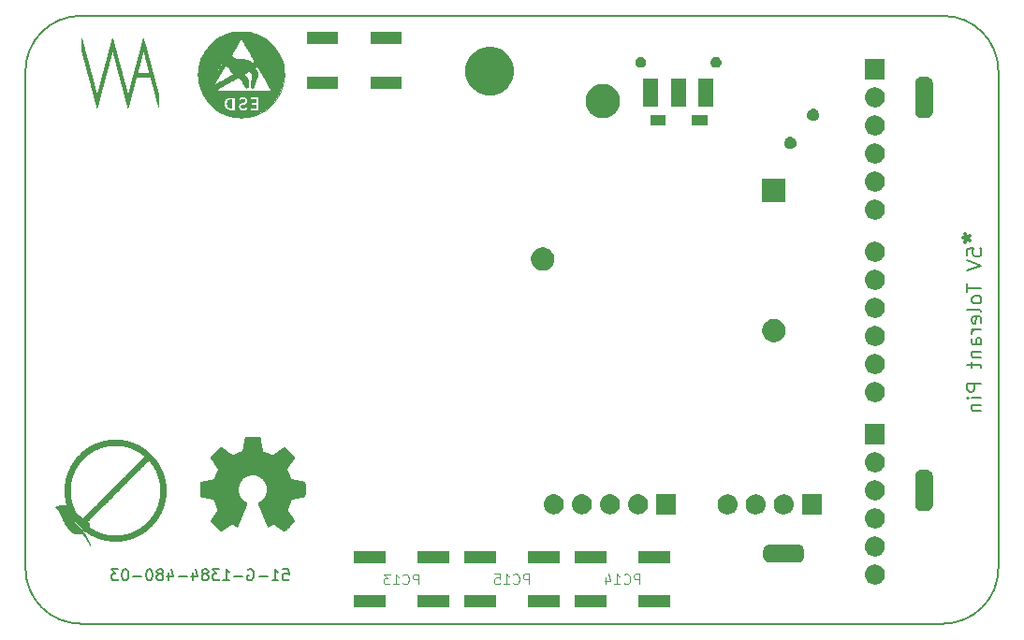
<source format=gbr>
G04 #@! TF.GenerationSoftware,KiCad,Pcbnew,(5.0.2)-1*
G04 #@! TF.CreationDate,2019-04-05T09:57:39+01:00*
G04 #@! TF.ProjectId,PCB_Card,5043425f-4361-4726-942e-6b696361645f,02*
G04 #@! TF.SameCoordinates,PX6ddf710PY7643e10*
G04 #@! TF.FileFunction,Soldermask,Bot*
G04 #@! TF.FilePolarity,Negative*
%FSLAX46Y46*%
G04 Gerber Fmt 4.6, Leading zero omitted, Abs format (unit mm)*
G04 Created by KiCad (PCBNEW (5.0.2)-1) date 05/04/2019 09:57:39*
%MOMM*%
%LPD*%
G01*
G04 APERTURE LIST*
%ADD10C,0.100000*%
%ADD11C,0.200000*%
%ADD12C,0.300000*%
%ADD13C,0.150000*%
%ADD14C,0.010000*%
G04 APERTURE END LIST*
D10*
X35512857Y3582858D02*
X35512857Y4482858D01*
X35170000Y4482858D01*
X35084285Y4440000D01*
X35041428Y4397143D01*
X34998571Y4311429D01*
X34998571Y4182858D01*
X35041428Y4097143D01*
X35084285Y4054286D01*
X35170000Y4011429D01*
X35512857Y4011429D01*
X34098571Y3668572D02*
X34141428Y3625715D01*
X34270000Y3582858D01*
X34355714Y3582858D01*
X34484285Y3625715D01*
X34570000Y3711429D01*
X34612857Y3797143D01*
X34655714Y3968572D01*
X34655714Y4097143D01*
X34612857Y4268572D01*
X34570000Y4354286D01*
X34484285Y4440000D01*
X34355714Y4482858D01*
X34270000Y4482858D01*
X34141428Y4440000D01*
X34098571Y4397143D01*
X33241428Y3582858D02*
X33755714Y3582858D01*
X33498571Y3582858D02*
X33498571Y4482858D01*
X33584285Y4354286D01*
X33670000Y4268572D01*
X33755714Y4225715D01*
X32941428Y4482858D02*
X32384285Y4482858D01*
X32684285Y4140000D01*
X32555714Y4140000D01*
X32470000Y4097143D01*
X32427142Y4054286D01*
X32384285Y3968572D01*
X32384285Y3754286D01*
X32427142Y3668572D01*
X32470000Y3625715D01*
X32555714Y3582858D01*
X32812857Y3582858D01*
X32898571Y3625715D01*
X32941428Y3668572D01*
X45502857Y3602858D02*
X45502857Y4502858D01*
X45160000Y4502858D01*
X45074285Y4460000D01*
X45031428Y4417143D01*
X44988571Y4331429D01*
X44988571Y4202858D01*
X45031428Y4117143D01*
X45074285Y4074286D01*
X45160000Y4031429D01*
X45502857Y4031429D01*
X44088571Y3688572D02*
X44131428Y3645715D01*
X44260000Y3602858D01*
X44345714Y3602858D01*
X44474285Y3645715D01*
X44560000Y3731429D01*
X44602857Y3817143D01*
X44645714Y3988572D01*
X44645714Y4117143D01*
X44602857Y4288572D01*
X44560000Y4374286D01*
X44474285Y4460000D01*
X44345714Y4502858D01*
X44260000Y4502858D01*
X44131428Y4460000D01*
X44088571Y4417143D01*
X43231428Y3602858D02*
X43745714Y3602858D01*
X43488571Y3602858D02*
X43488571Y4502858D01*
X43574285Y4374286D01*
X43660000Y4288572D01*
X43745714Y4245715D01*
X42417142Y4502858D02*
X42845714Y4502858D01*
X42888571Y4074286D01*
X42845714Y4117143D01*
X42760000Y4160000D01*
X42545714Y4160000D01*
X42460000Y4117143D01*
X42417142Y4074286D01*
X42374285Y3988572D01*
X42374285Y3774286D01*
X42417142Y3688572D01*
X42460000Y3645715D01*
X42545714Y3602858D01*
X42760000Y3602858D01*
X42845714Y3645715D01*
X42888571Y3688572D01*
X55522857Y3602858D02*
X55522857Y4502858D01*
X55180000Y4502858D01*
X55094285Y4460000D01*
X55051428Y4417143D01*
X55008571Y4331429D01*
X55008571Y4202858D01*
X55051428Y4117143D01*
X55094285Y4074286D01*
X55180000Y4031429D01*
X55522857Y4031429D01*
X54108571Y3688572D02*
X54151428Y3645715D01*
X54280000Y3602858D01*
X54365714Y3602858D01*
X54494285Y3645715D01*
X54580000Y3731429D01*
X54622857Y3817143D01*
X54665714Y3988572D01*
X54665714Y4117143D01*
X54622857Y4288572D01*
X54580000Y4374286D01*
X54494285Y4460000D01*
X54365714Y4502858D01*
X54280000Y4502858D01*
X54151428Y4460000D01*
X54108571Y4417143D01*
X53251428Y3602858D02*
X53765714Y3602858D01*
X53508571Y3602858D02*
X53508571Y4502858D01*
X53594285Y4374286D01*
X53680000Y4288572D01*
X53765714Y4245715D01*
X52480000Y4202858D02*
X52480000Y3602858D01*
X52694285Y4545715D02*
X52908571Y3902858D01*
X52351428Y3902858D01*
D11*
X85143095Y33301667D02*
X85143095Y33920715D01*
X85762142Y33982620D01*
X85700238Y33920715D01*
X85638333Y33796905D01*
X85638333Y33487381D01*
X85700238Y33363572D01*
X85762142Y33301667D01*
X85885952Y33239762D01*
X86195476Y33239762D01*
X86319285Y33301667D01*
X86381190Y33363572D01*
X86443095Y33487381D01*
X86443095Y33796905D01*
X86381190Y33920715D01*
X86319285Y33982620D01*
X85143095Y32868334D02*
X86443095Y32435000D01*
X85143095Y32001667D01*
X85143095Y30763572D02*
X85143095Y30020715D01*
X86443095Y30392143D02*
X85143095Y30392143D01*
X86443095Y29401667D02*
X86381190Y29525477D01*
X86319285Y29587381D01*
X86195476Y29649286D01*
X85824047Y29649286D01*
X85700238Y29587381D01*
X85638333Y29525477D01*
X85576428Y29401667D01*
X85576428Y29215953D01*
X85638333Y29092143D01*
X85700238Y29030239D01*
X85824047Y28968334D01*
X86195476Y28968334D01*
X86319285Y29030239D01*
X86381190Y29092143D01*
X86443095Y29215953D01*
X86443095Y29401667D01*
X86443095Y28225477D02*
X86381190Y28349286D01*
X86257380Y28411191D01*
X85143095Y28411191D01*
X86381190Y27235000D02*
X86443095Y27358810D01*
X86443095Y27606429D01*
X86381190Y27730239D01*
X86257380Y27792143D01*
X85762142Y27792143D01*
X85638333Y27730239D01*
X85576428Y27606429D01*
X85576428Y27358810D01*
X85638333Y27235000D01*
X85762142Y27173096D01*
X85885952Y27173096D01*
X86009761Y27792143D01*
X86443095Y26615953D02*
X85576428Y26615953D01*
X85824047Y26615953D02*
X85700238Y26554048D01*
X85638333Y26492143D01*
X85576428Y26368334D01*
X85576428Y26244524D01*
X86443095Y25254048D02*
X85762142Y25254048D01*
X85638333Y25315953D01*
X85576428Y25439762D01*
X85576428Y25687381D01*
X85638333Y25811191D01*
X86381190Y25254048D02*
X86443095Y25377858D01*
X86443095Y25687381D01*
X86381190Y25811191D01*
X86257380Y25873096D01*
X86133571Y25873096D01*
X86009761Y25811191D01*
X85947857Y25687381D01*
X85947857Y25377858D01*
X85885952Y25254048D01*
X85576428Y24635000D02*
X86443095Y24635000D01*
X85700238Y24635000D02*
X85638333Y24573096D01*
X85576428Y24449286D01*
X85576428Y24263572D01*
X85638333Y24139762D01*
X85762142Y24077858D01*
X86443095Y24077858D01*
X85576428Y23644524D02*
X85576428Y23149286D01*
X85143095Y23458810D02*
X86257380Y23458810D01*
X86381190Y23396905D01*
X86443095Y23273096D01*
X86443095Y23149286D01*
X86443095Y21725477D02*
X85143095Y21725477D01*
X85143095Y21230239D01*
X85205000Y21106429D01*
X85266904Y21044524D01*
X85390714Y20982620D01*
X85576428Y20982620D01*
X85700238Y21044524D01*
X85762142Y21106429D01*
X85824047Y21230239D01*
X85824047Y21725477D01*
X86443095Y20425477D02*
X85576428Y20425477D01*
X85143095Y20425477D02*
X85205000Y20487381D01*
X85266904Y20425477D01*
X85205000Y20363572D01*
X85143095Y20425477D01*
X85266904Y20425477D01*
X85576428Y19806429D02*
X86443095Y19806429D01*
X85700238Y19806429D02*
X85638333Y19744524D01*
X85576428Y19620715D01*
X85576428Y19435000D01*
X85638333Y19311191D01*
X85762142Y19249286D01*
X86443095Y19249286D01*
D12*
X84766516Y34896037D02*
X85123659Y34896037D01*
X84980802Y35253180D02*
X85123659Y34896037D01*
X84980802Y34538895D01*
X85409373Y35110323D02*
X85123659Y34896037D01*
X85409373Y34681752D01*
D11*
X87980000Y50010000D02*
X87980000Y5010000D01*
D13*
X23280000Y4932620D02*
X23756190Y4932620D01*
X23803809Y4456429D01*
X23756190Y4504048D01*
X23660952Y4551667D01*
X23422857Y4551667D01*
X23327619Y4504048D01*
X23280000Y4456429D01*
X23232380Y4361191D01*
X23232380Y4123096D01*
X23280000Y4027858D01*
X23327619Y3980239D01*
X23422857Y3932620D01*
X23660952Y3932620D01*
X23756190Y3980239D01*
X23803809Y4027858D01*
X22280000Y3932620D02*
X22851428Y3932620D01*
X22565714Y3932620D02*
X22565714Y4932620D01*
X22660952Y4789762D01*
X22756190Y4694524D01*
X22851428Y4646905D01*
X21851428Y4313572D02*
X21089523Y4313572D01*
X20089523Y4885000D02*
X20184761Y4932620D01*
X20327619Y4932620D01*
X20470476Y4885000D01*
X20565714Y4789762D01*
X20613333Y4694524D01*
X20660952Y4504048D01*
X20660952Y4361191D01*
X20613333Y4170715D01*
X20565714Y4075477D01*
X20470476Y3980239D01*
X20327619Y3932620D01*
X20232380Y3932620D01*
X20089523Y3980239D01*
X20041904Y4027858D01*
X20041904Y4361191D01*
X20232380Y4361191D01*
X19613333Y4313572D02*
X18851428Y4313572D01*
X17851428Y3932620D02*
X18422857Y3932620D01*
X18137142Y3932620D02*
X18137142Y4932620D01*
X18232380Y4789762D01*
X18327619Y4694524D01*
X18422857Y4646905D01*
X17518095Y4932620D02*
X16899047Y4932620D01*
X17232380Y4551667D01*
X17089523Y4551667D01*
X16994285Y4504048D01*
X16946666Y4456429D01*
X16899047Y4361191D01*
X16899047Y4123096D01*
X16946666Y4027858D01*
X16994285Y3980239D01*
X17089523Y3932620D01*
X17375238Y3932620D01*
X17470476Y3980239D01*
X17518095Y4027858D01*
X16327619Y4504048D02*
X16422857Y4551667D01*
X16470476Y4599286D01*
X16518095Y4694524D01*
X16518095Y4742143D01*
X16470476Y4837381D01*
X16422857Y4885000D01*
X16327619Y4932620D01*
X16137142Y4932620D01*
X16041904Y4885000D01*
X15994285Y4837381D01*
X15946666Y4742143D01*
X15946666Y4694524D01*
X15994285Y4599286D01*
X16041904Y4551667D01*
X16137142Y4504048D01*
X16327619Y4504048D01*
X16422857Y4456429D01*
X16470476Y4408810D01*
X16518095Y4313572D01*
X16518095Y4123096D01*
X16470476Y4027858D01*
X16422857Y3980239D01*
X16327619Y3932620D01*
X16137142Y3932620D01*
X16041904Y3980239D01*
X15994285Y4027858D01*
X15946666Y4123096D01*
X15946666Y4313572D01*
X15994285Y4408810D01*
X16041904Y4456429D01*
X16137142Y4504048D01*
X15089523Y4599286D02*
X15089523Y3932620D01*
X15327619Y4980239D02*
X15565714Y4265953D01*
X14946666Y4265953D01*
X14565714Y4313572D02*
X13803809Y4313572D01*
X12899047Y4599286D02*
X12899047Y3932620D01*
X13137142Y4980239D02*
X13375238Y4265953D01*
X12756190Y4265953D01*
X12232380Y4504048D02*
X12327619Y4551667D01*
X12375238Y4599286D01*
X12422857Y4694524D01*
X12422857Y4742143D01*
X12375238Y4837381D01*
X12327619Y4885000D01*
X12232380Y4932620D01*
X12041904Y4932620D01*
X11946666Y4885000D01*
X11899047Y4837381D01*
X11851428Y4742143D01*
X11851428Y4694524D01*
X11899047Y4599286D01*
X11946666Y4551667D01*
X12041904Y4504048D01*
X12232380Y4504048D01*
X12327619Y4456429D01*
X12375238Y4408810D01*
X12422857Y4313572D01*
X12422857Y4123096D01*
X12375238Y4027858D01*
X12327619Y3980239D01*
X12232380Y3932620D01*
X12041904Y3932620D01*
X11946666Y3980239D01*
X11899047Y4027858D01*
X11851428Y4123096D01*
X11851428Y4313572D01*
X11899047Y4408810D01*
X11946666Y4456429D01*
X12041904Y4504048D01*
X11232380Y4932620D02*
X11137142Y4932620D01*
X11041904Y4885000D01*
X10994285Y4837381D01*
X10946666Y4742143D01*
X10899047Y4551667D01*
X10899047Y4313572D01*
X10946666Y4123096D01*
X10994285Y4027858D01*
X11041904Y3980239D01*
X11137142Y3932620D01*
X11232380Y3932620D01*
X11327619Y3980239D01*
X11375238Y4027858D01*
X11422857Y4123096D01*
X11470476Y4313572D01*
X11470476Y4551667D01*
X11422857Y4742143D01*
X11375238Y4837381D01*
X11327619Y4885000D01*
X11232380Y4932620D01*
X10470476Y4313572D02*
X9708571Y4313572D01*
X9041904Y4932620D02*
X8946666Y4932620D01*
X8851428Y4885000D01*
X8803809Y4837381D01*
X8756190Y4742143D01*
X8708571Y4551667D01*
X8708571Y4313572D01*
X8756190Y4123096D01*
X8803809Y4027858D01*
X8851428Y3980239D01*
X8946666Y3932620D01*
X9041904Y3932620D01*
X9137142Y3980239D01*
X9184761Y4027858D01*
X9232380Y4123096D01*
X9280000Y4313572D01*
X9280000Y4551667D01*
X9232380Y4742143D01*
X9184761Y4837381D01*
X9137142Y4885000D01*
X9041904Y4932620D01*
X8375238Y4932620D02*
X7756190Y4932620D01*
X8089523Y4551667D01*
X7946666Y4551667D01*
X7851428Y4504048D01*
X7803809Y4456429D01*
X7756190Y4361191D01*
X7756190Y4123096D01*
X7803809Y4027858D01*
X7851428Y3980239D01*
X7946666Y3932620D01*
X8232380Y3932620D01*
X8327619Y3980239D01*
X8375238Y4027858D01*
D11*
X-20000Y5010000D02*
G75*
G03X4980000Y10000I5000000J0D01*
G01*
X87980000Y5010000D02*
G75*
G02X82980000Y10000I-5000000J0D01*
G01*
X87980000Y50010000D02*
G75*
G03X82980000Y55010000I-5000000J0D01*
G01*
X-20000Y50010000D02*
G75*
G02X4980000Y55010000I5000000J0D01*
G01*
X-20000Y5010000D02*
X-20000Y50010000D01*
X82980000Y10000D02*
X4980000Y10000D01*
X4980000Y55010000D02*
X82980000Y55010000D01*
D14*
G04 #@! TO.C,G\002A\002A\002A*
G36*
X7821524Y52983869D02*
X7812591Y52957522D01*
X7806577Y52936016D01*
X7794558Y52890918D01*
X7783166Y52849341D01*
X7779746Y52837226D01*
X7770620Y52803787D01*
X7758555Y52757570D01*
X7749767Y52722926D01*
X7735080Y52666328D01*
X7718673Y52606143D01*
X7710339Y52576876D01*
X7695861Y52524517D01*
X7680130Y52463592D01*
X7670622Y52424476D01*
X7657702Y52373562D01*
X7643934Y52325734D01*
X7634497Y52297476D01*
X7624249Y52265299D01*
X7610936Y52216576D01*
X7596772Y52159611D01*
X7590457Y52132376D01*
X7576563Y52073386D01*
X7562480Y52017729D01*
X7550467Y51974187D01*
X7546351Y51960926D01*
X7531444Y51913010D01*
X7517529Y51863844D01*
X7516345Y51859326D01*
X7507192Y51824327D01*
X7493774Y51773412D01*
X7478370Y51715210D01*
X7471113Y51687876D01*
X7453230Y51620122D01*
X7434081Y51546821D01*
X7417099Y51481135D01*
X7413131Y51465626D01*
X7398076Y51407664D01*
X7382618Y51349858D01*
X7369886Y51303890D01*
X7368921Y51300526D01*
X7354495Y51249213D01*
X7340124Y51196225D01*
X7335833Y51179876D01*
X7324194Y51138122D01*
X7312828Y51102237D01*
X7309661Y51093554D01*
X7300385Y51057259D01*
X7298284Y51034780D01*
X7293450Y51002599D01*
X7281718Y50964728D01*
X7280764Y50962352D01*
X7270098Y50930995D01*
X7256250Y50882993D01*
X7241512Y50826505D01*
X7234821Y50798876D01*
X7220560Y50740971D01*
X7206279Y50687391D01*
X7194227Y50646409D01*
X7189944Y50633776D01*
X7176923Y50593618D01*
X7163468Y50544729D01*
X7158886Y50525826D01*
X7135213Y50426627D01*
X7113155Y50342620D01*
X7102045Y50303576D01*
X7088077Y50254940D01*
X7074320Y50205843D01*
X7071518Y50195626D01*
X7061094Y50157675D01*
X7046832Y50106134D01*
X7031740Y50051874D01*
X7031099Y50049576D01*
X7016445Y49995503D01*
X7003118Y49943652D01*
X6993899Y49904859D01*
X6993611Y49903526D01*
X6982274Y49855248D01*
X6969310Y49805861D01*
X6968197Y49801926D01*
X6955480Y49756134D01*
X6943554Y49711316D01*
X6942364Y49706676D01*
X6933970Y49674819D01*
X6920949Y49626608D01*
X6905499Y49570154D01*
X6897608Y49541576D01*
X6881618Y49482408D01*
X6867015Y49425807D01*
X6856062Y49380652D01*
X6852858Y49366103D01*
X6843993Y49329204D01*
X6835329Y49302359D01*
X6832852Y49297232D01*
X6824543Y49276023D01*
X6815636Y49242604D01*
X6814581Y49237755D01*
X6810541Y49219406D01*
X6805262Y49197275D01*
X6797968Y49168440D01*
X6787883Y49129978D01*
X6774231Y49078966D01*
X6756236Y49012481D01*
X6733121Y48927599D01*
X6704111Y48821398D01*
X6701358Y48811326D01*
X6682393Y48741670D01*
X6665013Y48677278D01*
X6650705Y48623705D01*
X6640957Y48586503D01*
X6638404Y48576376D01*
X6630224Y48544520D01*
X6617386Y48496310D01*
X6602062Y48439857D01*
X6594202Y48411276D01*
X6576134Y48344883D01*
X6557318Y48274121D01*
X6541054Y48211440D01*
X6536991Y48195376D01*
X6521611Y48135409D01*
X6504919Y48072454D01*
X6491585Y48023926D01*
X6468440Y47941403D01*
X6450925Y47877444D01*
X6437456Y47826261D01*
X6436042Y47820726D01*
X6426345Y47782626D01*
X6411974Y47839776D01*
X6403531Y47872329D01*
X6389986Y47923384D01*
X6372942Y47986947D01*
X6354002Y48057022D01*
X6345738Y48087426D01*
X6326843Y48157095D01*
X6309510Y48221496D01*
X6295223Y48275072D01*
X6285469Y48312269D01*
X6282907Y48322376D01*
X6274681Y48354234D01*
X6261808Y48402446D01*
X6246464Y48458901D01*
X6238602Y48487476D01*
X6220533Y48553870D01*
X6201713Y48624632D01*
X6185443Y48687314D01*
X6181378Y48703376D01*
X6166237Y48761895D01*
X6149944Y48822023D01*
X6136685Y48868476D01*
X6122738Y48916647D01*
X6110075Y48962589D01*
X6104837Y48982776D01*
X6096045Y49017272D01*
X6083326Y49066115D01*
X6069336Y49119118D01*
X6068443Y49122476D01*
X6055270Y49172023D01*
X6037805Y49237787D01*
X6018260Y49311430D01*
X5998849Y49384616D01*
X5997640Y49389176D01*
X5979069Y49458820D01*
X5960877Y49526324D01*
X5945002Y49584546D01*
X5933380Y49626345D01*
X5932203Y49630476D01*
X5917327Y49684650D01*
X5901488Y49745564D01*
X5893813Y49776526D01*
X5879894Y49831361D01*
X5864463Y49888111D01*
X5856316Y49916226D01*
X5844423Y49957578D01*
X5828942Y50013868D01*
X5812518Y50075411D01*
X5806006Y50100376D01*
X5789695Y50162345D01*
X5772960Y50224173D01*
X5758581Y50275640D01*
X5754160Y50290876D01*
X5740278Y50340772D01*
X5727895Y50390060D01*
X5723116Y50411526D01*
X5712621Y50457915D01*
X5700972Y50503045D01*
X5699912Y50506776D01*
X5691523Y50536857D01*
X5678506Y50584587D01*
X5662736Y50643062D01*
X5648241Y50697276D01*
X5630836Y50762115D01*
X5613770Y50824767D01*
X5599229Y50877263D01*
X5590812Y50906826D01*
X5578771Y50950060D01*
X5563683Y51007032D01*
X5548436Y51066787D01*
X5545581Y51078276D01*
X5530793Y51136072D01*
X5515605Y51192143D01*
X5502834Y51236162D01*
X5500573Y51243376D01*
X5490101Y51278575D01*
X5475478Y51331066D01*
X5458714Y51393503D01*
X5443253Y51452926D01*
X5426923Y51516329D01*
X5411656Y51574871D01*
X5399208Y51621861D01*
X5391574Y51649776D01*
X5379702Y51693306D01*
X5367602Y51740386D01*
X5366459Y51745026D01*
X5348011Y51818895D01*
X5331829Y51879785D01*
X5314740Y51939531D01*
X5310282Y51954576D01*
X5296584Y52003500D01*
X5280871Y52063936D01*
X5266910Y52121266D01*
X5255157Y52169005D01*
X5244519Y52207517D01*
X5236983Y52229711D01*
X5236038Y52231542D01*
X5228416Y52251584D01*
X5219226Y52285789D01*
X5216075Y52299803D01*
X5204735Y52348911D01*
X5191992Y52398467D01*
X5190056Y52405426D01*
X5177463Y52451237D01*
X5165666Y52496064D01*
X5164497Y52500676D01*
X5157628Y52526839D01*
X5145283Y52572790D01*
X5128744Y52633831D01*
X5109289Y52705266D01*
X5088200Y52782397D01*
X5066757Y52860527D01*
X5046240Y52934959D01*
X5038141Y52964226D01*
X5035719Y52960846D01*
X5033466Y52934034D01*
X5031431Y52885760D01*
X5029661Y52817993D01*
X5028204Y52732700D01*
X5027107Y52631851D01*
X5026419Y52517414D01*
X5026283Y52474770D01*
X5025959Y52345875D01*
X5025825Y52239335D01*
X5026099Y52152103D01*
X5026998Y52081133D01*
X5028739Y52023380D01*
X5031540Y51975797D01*
X5035618Y51935339D01*
X5041191Y51898960D01*
X5048474Y51863614D01*
X5057687Y51826254D01*
X5069045Y51783836D01*
X5077881Y51751376D01*
X5087056Y51716799D01*
X5099793Y51667840D01*
X5113425Y51614743D01*
X5114207Y51611676D01*
X5129165Y51554105D01*
X5147670Y51484535D01*
X5166399Y51415419D01*
X5171802Y51395776D01*
X5187554Y51338245D01*
X5201897Y51284929D01*
X5212661Y51243940D01*
X5216004Y51230676D01*
X5223139Y51202920D01*
X5235516Y51156224D01*
X5251651Y51096142D01*
X5270054Y51028227D01*
X5278916Y50995726D01*
X5301149Y50914008D01*
X5324955Y50825935D01*
X5347718Y50741225D01*
X5366819Y50669595D01*
X5369577Y50659176D01*
X5393170Y50570024D01*
X5411937Y50499351D01*
X5427514Y50441073D01*
X5441537Y50389105D01*
X5455640Y50337362D01*
X5471459Y50279761D01*
X5475393Y50265476D01*
X5491122Y50207936D01*
X5505482Y50154614D01*
X5516295Y50113624D01*
X5519671Y50100376D01*
X5528699Y50064036D01*
X5540906Y50014921D01*
X5551234Y49973376D01*
X5565311Y49919511D01*
X5580423Y49865835D01*
X5590229Y49833676D01*
X5603878Y49787992D01*
X5618820Y49732914D01*
X5626986Y49700326D01*
X5641506Y49642238D01*
X5658207Y49578800D01*
X5666694Y49547926D01*
X5686165Y49478328D01*
X5700267Y49426947D01*
X5710646Y49387590D01*
X5718951Y49354062D01*
X5724116Y49332026D01*
X5735292Y49285803D01*
X5746959Y49240758D01*
X5748046Y49236776D01*
X5770741Y49154025D01*
X5795439Y49063513D01*
X5820880Y48969901D01*
X5845803Y48877852D01*
X5868949Y48792027D01*
X5889058Y48717089D01*
X5904869Y48657700D01*
X5914530Y48620826D01*
X5923748Y48586679D01*
X5936611Y48540947D01*
X5944704Y48512876D01*
X5965379Y48439921D01*
X5985574Y48365109D01*
X6002970Y48297237D01*
X6015016Y48246176D01*
X6024352Y48207985D01*
X6037524Y48159454D01*
X6045510Y48131876D01*
X6064091Y48066887D01*
X6086999Y47982520D01*
X6112824Y47884139D01*
X6140152Y47777110D01*
X6162515Y47687376D01*
X6177961Y47627610D01*
X6193407Y47572814D01*
X6206706Y47530366D01*
X6213427Y47512321D01*
X6225723Y47478419D01*
X6231433Y47451833D01*
X6231483Y47450190D01*
X6233300Y47434863D01*
X6239235Y47407547D01*
X6250016Y47365450D01*
X6266373Y47305781D01*
X6289034Y47225749D01*
X6300510Y47185726D01*
X6315154Y47132292D01*
X6329736Y47075307D01*
X6333735Y47058726D01*
X6344902Y47012975D01*
X6355779Y46970945D01*
X6359591Y46957126D01*
X6369709Y46921812D01*
X6382781Y46876293D01*
X6388755Y46855526D01*
X6401423Y46810157D01*
X6412476Y46768331D01*
X6416031Y46753926D01*
X6421249Y46735629D01*
X6426441Y46732714D01*
X6433678Y46747956D01*
X6445032Y46784129D01*
X6449229Y46798376D01*
X6461333Y46840801D01*
X6478015Y46900818D01*
X6497361Y46971467D01*
X6517456Y47045783D01*
X6524327Y47071426D01*
X6546904Y47155843D01*
X6571883Y47249121D01*
X6596392Y47340531D01*
X6617553Y47419346D01*
X6619618Y47427026D01*
X6638832Y47498987D01*
X6658170Y47572260D01*
X6675358Y47638183D01*
X6687942Y47687376D01*
X6703056Y47745884D01*
X6719238Y47806003D01*
X6732342Y47852476D01*
X6747599Y47906589D01*
X6763903Y47967447D01*
X6771867Y47998526D01*
X6786325Y48055507D01*
X6799385Y48104563D01*
X6814004Y48156496D01*
X6832752Y48220776D01*
X6852060Y48289980D01*
X6874064Y48374730D01*
X6896366Y48465691D01*
X6904475Y48500176D01*
X6915839Y48543309D01*
X6928138Y48582726D01*
X6937370Y48612721D01*
X6950147Y48658866D01*
X6964123Y48712606D01*
X6968162Y48728776D01*
X6982159Y48784059D01*
X6995692Y48835213D01*
X7006356Y48873211D01*
X7008487Y48880221D01*
X7021450Y48924710D01*
X7037667Y48984798D01*
X7054781Y49051311D01*
X7070438Y49115075D01*
X7082281Y49166916D01*
X7083135Y49170950D01*
X7091998Y49207635D01*
X7100479Y49234099D01*
X7102884Y49239123D01*
X7112789Y49263794D01*
X7125665Y49308830D01*
X7140227Y49369553D01*
X7145883Y49395526D01*
X7156761Y49441887D01*
X7168865Y49487003D01*
X7169980Y49490776D01*
X7178158Y49519633D01*
X7191050Y49566917D01*
X7206994Y49626468D01*
X7224331Y49692125D01*
X7227290Y49703423D01*
X7243913Y49765834D01*
X7258784Y49819577D01*
X7270512Y49859764D01*
X7277701Y49881510D01*
X7278661Y49883550D01*
X7285484Y49902228D01*
X7294494Y49936214D01*
X7299129Y49956653D01*
X7316946Y50036312D01*
X7334355Y50105221D01*
X7354638Y50176576D01*
X7365733Y50215539D01*
X7381228Y50271941D01*
X7399181Y50338629D01*
X7417650Y50408446D01*
X7420118Y50417876D01*
X7437611Y50484505D01*
X7453916Y50546034D01*
X7467415Y50596398D01*
X7476490Y50629532D01*
X7477695Y50633776D01*
X7490107Y50679235D01*
X7501101Y50722676D01*
X7510551Y50759817D01*
X7523685Y50808611D01*
X7533372Y50843326D01*
X7552887Y50912582D01*
X7567820Y50967324D01*
X7580742Y51017412D01*
X7594225Y51072704D01*
X7604291Y51115181D01*
X7616495Y51164935D01*
X7627304Y51205311D01*
X7634943Y51229811D01*
X7636608Y51233548D01*
X7642910Y51250750D01*
X7653587Y51286870D01*
X7667081Y51336126D01*
X7681835Y51392739D01*
X7696290Y51450928D01*
X7704285Y51484676D01*
X7715408Y51527793D01*
X7727198Y51567226D01*
X7746074Y51629437D01*
X7767184Y51709373D01*
X7788048Y51795826D01*
X7801588Y51851994D01*
X7812263Y51887401D01*
X7821701Y51901364D01*
X7831528Y51893200D01*
X7843372Y51862227D01*
X7858859Y51807762D01*
X7871265Y51760901D01*
X7883466Y51716845D01*
X7895739Y51676019D01*
X7898069Y51668826D01*
X7910118Y51628313D01*
X7920850Y51586276D01*
X7936575Y51519695D01*
X7953385Y51452163D01*
X7969299Y51391386D01*
X7982334Y51345069D01*
X7985761Y51333975D01*
X7994512Y51304284D01*
X8007570Y51256999D01*
X8023022Y51199152D01*
X8035866Y51149825D01*
X8052856Y51084705D01*
X8069964Y51020720D01*
X8084854Y50966523D01*
X8092845Y50938576D01*
X8106864Y50888658D01*
X8119601Y50839353D01*
X8124626Y50817926D01*
X8134840Y50775427D01*
X8148382Y50723890D01*
X8155805Y50697276D01*
X8168170Y50652711D01*
X8183992Y50593739D01*
X8200541Y50530589D01*
X8206669Y50506776D01*
X8222488Y50445891D01*
X8238411Y50386214D01*
X8251839Y50337439D01*
X8256082Y50322626D01*
X8289454Y50203227D01*
X8314830Y50106726D01*
X8325776Y50065528D01*
X8342927Y50002717D01*
X8365513Y49921105D01*
X8377487Y49878126D01*
X8386503Y49843606D01*
X8397817Y49797410D01*
X8404211Y49770176D01*
X8416570Y49721385D01*
X8433237Y49661743D01*
X8449842Y49606630D01*
X8464093Y49558539D01*
X8474571Y49517658D01*
X8479294Y49491840D01*
X8479384Y49489753D01*
X8483872Y49459291D01*
X8490440Y49437399D01*
X8504227Y49396140D01*
X8521808Y49336277D01*
X8541496Y49264006D01*
X8561607Y49185526D01*
X8580455Y49107033D01*
X8581286Y49103426D01*
X8593572Y49055639D01*
X8607347Y49009927D01*
X8612366Y48995476D01*
X8624790Y48956650D01*
X8638035Y48907393D01*
X8644193Y48881176D01*
X8654936Y48834172D01*
X8665434Y48791190D01*
X8670180Y48773226D01*
X8697819Y48673196D01*
X8724961Y48573143D01*
X8748990Y48482767D01*
X8759330Y48443026D01*
X8768570Y48408892D01*
X8781490Y48363177D01*
X8789643Y48335076D01*
X8801992Y48291409D01*
X8817948Y48232790D01*
X8834893Y48168893D01*
X8842858Y48138226D01*
X8859139Y48075328D01*
X8875429Y48012904D01*
X8889201Y47960617D01*
X8894331Y47941376D01*
X8907067Y47892993D01*
X8918782Y47846917D01*
X8923623Y47827076D01*
X8933414Y47788836D01*
X8946790Y47740250D01*
X8954711Y47712776D01*
X8966990Y47669049D01*
X8982690Y47610346D01*
X8999235Y47546376D01*
X9006902Y47515926D01*
X9021751Y47457931D01*
X9035943Y47405308D01*
X9047437Y47365487D01*
X9052193Y47350826D01*
X9061765Y47320266D01*
X9074682Y47274029D01*
X9088439Y47221157D01*
X9090935Y47211126D01*
X9104327Y47156893D01*
X9116789Y47106417D01*
X9125943Y47069334D01*
X9126993Y47065076D01*
X9135998Y47030726D01*
X9149387Y46982092D01*
X9164382Y46929257D01*
X9165502Y46925376D01*
X9181126Y46870709D01*
X9195988Y46817650D01*
X9206958Y46777376D01*
X9207250Y46776271D01*
X9214882Y46750603D01*
X9221826Y46738445D01*
X9229263Y46741908D01*
X9238370Y46763102D01*
X9250326Y46804140D01*
X9266312Y46867130D01*
X9272802Y46893626D01*
X9288372Y46955809D01*
X9303706Y47014178D01*
X9316765Y47061117D01*
X9323801Y47084126D01*
X9334929Y47120635D01*
X9349330Y47172134D01*
X9364313Y47228921D01*
X9367851Y47242876D01*
X9382985Y47301829D01*
X9398515Y47360228D01*
X9411523Y47407136D01*
X9413609Y47414326D01*
X9424521Y47452813D01*
X9439646Y47507906D01*
X9456814Y47571627D01*
X9470670Y47623876D01*
X9487097Y47686104D01*
X9502375Y47743585D01*
X9514660Y47789407D01*
X9521470Y47814376D01*
X9532877Y47858039D01*
X9544177Y47905213D01*
X9545168Y47909626D01*
X9555119Y47950760D01*
X9568653Y48002434D01*
X9578100Y48036626D01*
X9592406Y48087338D01*
X9604552Y48131241D01*
X9617032Y48177521D01*
X9632340Y48235359D01*
X9640192Y48265226D01*
X9654952Y48319885D01*
X9670859Y48376498D01*
X9679154Y48404926D01*
X9693259Y48454800D01*
X9708567Y48512782D01*
X9716500Y48544626D01*
X9731050Y48602749D01*
X9747698Y48666216D01*
X9756102Y48697026D01*
X9780008Y48784284D01*
X9801998Y48867121D01*
X9820575Y48939755D01*
X9834244Y48996401D01*
X9838421Y49015262D01*
X9848576Y49056723D01*
X9859636Y49092774D01*
X9861522Y49097812D01*
X9868402Y49116645D01*
X9876012Y49141001D01*
X9885712Y49175739D01*
X9898862Y49225719D01*
X9915538Y49290751D01*
X9927314Y49335472D01*
X9941803Y49388540D01*
X9949099Y49414576D01*
X9960700Y49455698D01*
X9969670Y49487879D01*
X9973046Y49500301D01*
X9979158Y49504011D01*
X9996533Y49507137D01*
X10026878Y49509721D01*
X10071896Y49511804D01*
X10133292Y49513428D01*
X10212770Y49514634D01*
X10312035Y49515465D01*
X10432791Y49515962D01*
X10576742Y49516166D01*
X10623520Y49516176D01*
X11269854Y49516176D01*
X11297884Y49411401D01*
X11312804Y49355543D01*
X11326968Y49302363D01*
X11337739Y49261763D01*
X11339307Y49255826D01*
X11360345Y49177950D01*
X11387605Y49080180D01*
X11399001Y49039926D01*
X11410151Y48998385D01*
X11423289Y48946243D01*
X11431293Y48912926D01*
X11443338Y48864740D01*
X11455578Y48820794D01*
X11462625Y48798626D01*
X11472835Y48765997D01*
X11485770Y48719654D01*
X11496529Y48677976D01*
X11509090Y48627244D01*
X11520912Y48579534D01*
X11527996Y48550976D01*
X11536244Y48519113D01*
X11549117Y48470893D01*
X11564439Y48414429D01*
X11572274Y48385876D01*
X11588262Y48327735D01*
X11602230Y48276607D01*
X11615748Y48226661D01*
X11630381Y48172062D01*
X11647699Y48106977D01*
X11669268Y48025572D01*
X11679784Y47985826D01*
X11703566Y47895980D01*
X11722450Y47824862D01*
X11738001Y47766640D01*
X11751790Y47715480D01*
X11765382Y47665548D01*
X11780346Y47611010D01*
X11787293Y47585776D01*
X11803022Y47528236D01*
X11817382Y47474914D01*
X11828195Y47433924D01*
X11831571Y47420676D01*
X11840586Y47384329D01*
X11852757Y47335205D01*
X11863038Y47293676D01*
X11875882Y47244326D01*
X11888642Y47199393D01*
X11897057Y47173026D01*
X11906772Y47141828D01*
X11919580Y47095496D01*
X11932832Y47043640D01*
X11933799Y47039676D01*
X11948840Y46979640D01*
X11965326Y46916626D01*
X11978586Y46868226D01*
X11992015Y46820423D01*
X12004056Y46776699D01*
X12010153Y46753926D01*
X12012275Y46757947D01*
X12014287Y46784988D01*
X12016138Y46832670D01*
X12017775Y46898614D01*
X12019145Y46980441D01*
X12020196Y47075771D01*
X12020875Y47182225D01*
X12021081Y47249226D01*
X12021018Y47365879D01*
X12020420Y47475652D01*
X12019341Y47575665D01*
X12017836Y47663039D01*
X12015959Y47734891D01*
X12013764Y47788342D01*
X12011306Y47820511D01*
X12010183Y47827076D01*
X12002187Y47857166D01*
X11989562Y47904913D01*
X11974132Y47963407D01*
X11959870Y48017576D01*
X11942606Y48082450D01*
X11925579Y48145128D01*
X11910976Y48197634D01*
X11902455Y48227126D01*
X11884563Y48290638D01*
X11864788Y48366560D01*
X11846287Y48442405D01*
X11833153Y48501155D01*
X11824614Y48535158D01*
X11816154Y48558620D01*
X11815202Y48560330D01*
X11809096Y48577050D01*
X11798141Y48613565D01*
X11783714Y48665046D01*
X11767192Y48726665D01*
X11761138Y48749852D01*
X11743613Y48817220D01*
X11727319Y48879436D01*
X11713822Y48930552D01*
X11704686Y48964616D01*
X11703182Y48970076D01*
X11691510Y49013597D01*
X11679504Y49060671D01*
X11678359Y49065326D01*
X11659911Y49139195D01*
X11643729Y49200085D01*
X11626640Y49259831D01*
X11622182Y49274876D01*
X11608181Y49324009D01*
X11591860Y49384363D01*
X11577489Y49439976D01*
X11562704Y49497541D01*
X11544330Y49567103D01*
X11525669Y49636213D01*
X11520265Y49655876D01*
X11504512Y49713408D01*
X11490167Y49766724D01*
X11479401Y49807713D01*
X11476057Y49820976D01*
X11466117Y49859256D01*
X11455352Y49898416D01*
X11171434Y49898416D01*
X11165435Y49890048D01*
X11151094Y49883636D01*
X11126309Y49878922D01*
X11088976Y49875646D01*
X11036992Y49873550D01*
X10968255Y49872374D01*
X10880663Y49871859D01*
X10772111Y49871746D01*
X10640499Y49871776D01*
X10076701Y49871776D01*
X10083711Y49906701D01*
X10089641Y49934507D01*
X10097587Y49968148D01*
X10108515Y50011366D01*
X10123393Y50067903D01*
X10143188Y50141498D01*
X10168277Y50233726D01*
X10191604Y50319360D01*
X10209675Y50386181D01*
X10223992Y50439858D01*
X10236057Y50486064D01*
X10247370Y50530470D01*
X10256539Y50567101D01*
X10268411Y50613022D01*
X10280682Y50658033D01*
X10281006Y50659176D01*
X10288787Y50687603D01*
X10301373Y50734703D01*
X10317194Y50794562D01*
X10334683Y50861266D01*
X10339744Y50880668D01*
X10356747Y50944789D01*
X10372038Y51000354D01*
X10384266Y51042602D01*
X10392078Y51066771D01*
X10393584Y51070189D01*
X10401173Y51090229D01*
X10409653Y51122967D01*
X10410753Y51128098D01*
X10425079Y51191883D01*
X10443621Y51267596D01*
X10463253Y51342851D01*
X10479915Y51402126D01*
X10491534Y51442641D01*
X10507041Y51498572D01*
X10523912Y51560761D01*
X10532410Y51592626D01*
X10548961Y51654440D01*
X10565416Y51714775D01*
X10579267Y51764473D01*
X10584623Y51783126D01*
X10597717Y51832198D01*
X10608882Y51881202D01*
X10611973Y51897426D01*
X10620750Y51948226D01*
X10635267Y51891076D01*
X10647409Y51844054D01*
X10661795Y51789406D01*
X10668560Y51764076D01*
X10682312Y51711862D01*
X10697920Y51651086D01*
X10707825Y51611676D01*
X10731586Y51520734D01*
X10758451Y51425484D01*
X10778940Y51357676D01*
X10787300Y51327164D01*
X10797793Y51283763D01*
X10803980Y51256076D01*
X10814667Y51210938D01*
X10825583Y51171628D01*
X10831018Y51155509D01*
X10838466Y51133425D01*
X10848874Y51097231D01*
X10862945Y51044287D01*
X10881379Y50971953D01*
X10904877Y50877588D01*
X10905498Y50875076D01*
X10915601Y50836861D01*
X10929286Y50788303D01*
X10937368Y50760776D01*
X10951453Y50710905D01*
X10964078Y50661633D01*
X10968991Y50640126D01*
X10978542Y50600360D01*
X10992398Y50548879D01*
X11004604Y50506776D01*
X11018452Y50459279D01*
X11029880Y50417327D01*
X11035866Y50392476D01*
X11044150Y50356359D01*
X11057547Y50303423D01*
X11074066Y50241238D01*
X11091715Y50177371D01*
X11101021Y50144826D01*
X11115519Y50093532D01*
X11129930Y50040557D01*
X11134234Y50024176D01*
X11145873Y49982422D01*
X11157239Y49946537D01*
X11160406Y49937854D01*
X11166817Y49922060D01*
X11171194Y49909001D01*
X11171434Y49898416D01*
X11455352Y49898416D01*
X11452747Y49907889D01*
X11444937Y49935276D01*
X11431155Y49985235D01*
X11418640Y50034566D01*
X11413721Y50055926D01*
X11403534Y50098350D01*
X11389804Y50149806D01*
X11382145Y50176576D01*
X11370327Y50217900D01*
X11354358Y50275446D01*
X11336539Y50340871D01*
X11322706Y50392476D01*
X11299118Y50481154D01*
X11280624Y50550547D01*
X11265806Y50605918D01*
X11253245Y50652534D01*
X11241525Y50695660D01*
X11229226Y50740562D01*
X11216674Y50786176D01*
X11200945Y50843717D01*
X11186585Y50897039D01*
X11175772Y50938029D01*
X11172396Y50951276D01*
X11163382Y50987624D01*
X11151212Y51036748D01*
X11140933Y51078276D01*
X11126679Y51133744D01*
X11111264Y51190516D01*
X11101554Y51224326D01*
X11086979Y51274976D01*
X11071105Y51332786D01*
X11063693Y51360851D01*
X11048630Y51417901D01*
X11031844Y51479880D01*
X11024368Y51506901D01*
X11005328Y51575288D01*
X10991622Y51625364D01*
X10981627Y51663247D01*
X10973721Y51695056D01*
X10967951Y51719626D01*
X10956691Y51765859D01*
X10944823Y51810908D01*
X10943713Y51814876D01*
X10935825Y51843728D01*
X10923177Y51891003D01*
X10907404Y51950543D01*
X10890143Y52016190D01*
X10887177Y52027523D01*
X10870554Y52089934D01*
X10855683Y52143677D01*
X10843955Y52183864D01*
X10836766Y52205610D01*
X10835806Y52207650D01*
X10828854Y52226680D01*
X10820197Y52260220D01*
X10817109Y52274403D01*
X10808645Y52311285D01*
X10795549Y52363728D01*
X10780070Y52422842D01*
X10772754Y52449876D01*
X10742570Y52560699D01*
X10714918Y52663335D01*
X10690558Y52754892D01*
X10670248Y52832477D01*
X10654750Y52893197D01*
X10644823Y52934160D01*
X10641773Y52948507D01*
X10633264Y52976804D01*
X10622919Y52990636D01*
X10614931Y52986594D01*
X10612983Y52971924D01*
X10608295Y52939340D01*
X10601563Y52917199D01*
X10592409Y52889842D01*
X10579925Y52847600D01*
X10568384Y52805476D01*
X10555585Y52757666D01*
X10543970Y52715544D01*
X10536930Y52691176D01*
X10528727Y52660669D01*
X10518322Y52617277D01*
X10512139Y52589576D01*
X10500214Y52540730D01*
X10486712Y52494370D01*
X10480119Y52475276D01*
X10468373Y52439726D01*
X10454295Y52390476D01*
X10441859Y52341926D01*
X10425041Y52272294D01*
X10411277Y52216764D01*
X10398027Y52165484D01*
X10382749Y52108598D01*
X10364893Y52043476D01*
X10348905Y51985335D01*
X10334937Y51934207D01*
X10321419Y51884261D01*
X10306786Y51829662D01*
X10289468Y51764577D01*
X10267899Y51683172D01*
X10257383Y51643426D01*
X10233601Y51553580D01*
X10214717Y51482462D01*
X10199166Y51424240D01*
X10185377Y51373080D01*
X10171785Y51323148D01*
X10156821Y51268610D01*
X10149874Y51243376D01*
X10130530Y51172783D01*
X10115532Y51116785D01*
X10102339Y51065526D01*
X10088409Y51009152D01*
X10072908Y50944926D01*
X10059573Y50892902D01*
X10045671Y50844222D01*
X10034964Y50811576D01*
X10024931Y50780502D01*
X10011154Y50732248D01*
X9995731Y50674351D01*
X9985485Y50633776D01*
X9969413Y50569798D01*
X9953029Y50506620D01*
X9938748Y50453469D01*
X9932295Y50430576D01*
X9919792Y50385719D01*
X9909684Y50346166D01*
X9905862Y50328976D01*
X9899450Y50302021D01*
X9887923Y50258982D01*
X9873504Y50208093D01*
X9869861Y50195626D01*
X9852071Y50132629D01*
X9832433Y50059204D01*
X9814766Y49989685D01*
X9812339Y49979726D01*
X9797748Y49920864D01*
X9783045Y49864018D01*
X9770769Y49818933D01*
X9767677Y49808276D01*
X9751758Y49753058D01*
X9733735Y49686799D01*
X9711787Y49602799D01*
X9710737Y49598726D01*
X9701513Y49564582D01*
X9688636Y49518855D01*
X9680528Y49490776D01*
X9668905Y49449388D01*
X9653324Y49391744D01*
X9636027Y49326225D01*
X9622744Y49274876D01*
X9606595Y49212577D01*
X9591325Y49155043D01*
X9578795Y49109213D01*
X9571608Y49084376D01*
X9559340Y49040642D01*
X9547801Y48993417D01*
X9546858Y48989126D01*
X9536606Y48946735D01*
X9522741Y48895313D01*
X9514968Y48868476D01*
X9505050Y48834960D01*
X9496518Y48804889D01*
X9487789Y48772223D01*
X9477277Y48730927D01*
X9463399Y48674962D01*
X9451655Y48627176D01*
X9437718Y48573287D01*
X9422697Y48519593D01*
X9412929Y48487476D01*
X9396832Y48433330D01*
X9377700Y48362118D01*
X9357576Y48281660D01*
X9343250Y48220776D01*
X9332216Y48177644D01*
X9320469Y48138226D01*
X9308686Y48099800D01*
X9296308Y48055425D01*
X9294713Y48049326D01*
X9282052Y48000791D01*
X9268969Y47951250D01*
X9268031Y47947726D01*
X9255803Y47901398D01*
X9242558Y47850547D01*
X9239780Y47839776D01*
X9225077Y47782626D01*
X9213806Y47820726D01*
X9203387Y47859343D01*
X9192672Y47903879D01*
X9191395Y47909626D01*
X9181063Y47952021D01*
X9167147Y48003447D01*
X9159368Y48030276D01*
X9145418Y48078432D01*
X9132831Y48124364D01*
X9127659Y48144576D01*
X9109355Y48217011D01*
X9088142Y48296794D01*
X9067417Y48371295D01*
X9057613Y48404926D01*
X9043508Y48454800D01*
X9028200Y48512782D01*
X9020267Y48544626D01*
X9005702Y48602735D01*
X8989010Y48666189D01*
X8980564Y48697026D01*
X8963491Y48758209D01*
X8950207Y48806307D01*
X8938283Y48850299D01*
X8925291Y48899168D01*
X8908800Y48961895D01*
X8904991Y48976426D01*
X8889455Y49035256D01*
X8874874Y49089687D01*
X8863348Y49131916D01*
X8858851Y49147876D01*
X8846387Y49193320D01*
X8835366Y49236776D01*
X8825916Y49273917D01*
X8812782Y49322711D01*
X8803095Y49357426D01*
X8778610Y49444414D01*
X8759781Y49513417D01*
X8744967Y49570779D01*
X8732524Y49622842D01*
X8721529Y49672600D01*
X8712334Y49710946D01*
X8703789Y49739154D01*
X8700558Y49746517D01*
X8693896Y49764356D01*
X8682886Y49801229D01*
X8669063Y49851464D01*
X8653967Y49909388D01*
X8639135Y49969326D01*
X8632182Y49998776D01*
X8621059Y50041893D01*
X8609269Y50081326D01*
X8589233Y50148523D01*
X8566508Y50236731D01*
X8555152Y50284526D01*
X8542322Y50336369D01*
X8527936Y50389733D01*
X8523477Y50405176D01*
X8509317Y50454889D01*
X8495576Y50506059D01*
X8492961Y50516301D01*
X8474927Y50587242D01*
X8461446Y50638237D01*
X8451187Y50674053D01*
X8442823Y50699455D01*
X8439204Y50709061D01*
X8429133Y50740816D01*
X8418519Y50783221D01*
X8415380Y50797961D01*
X8406419Y50837104D01*
X8392688Y50890992D01*
X8376663Y50950029D01*
X8370915Y50970326D01*
X8354987Y51026606D01*
X8340568Y51078853D01*
X8329986Y51118587D01*
X8327348Y51129076D01*
X8302360Y51230666D01*
X8282030Y51310241D01*
X8265630Y51370610D01*
X8258284Y51395776D01*
X8244109Y51444312D01*
X8230457Y51493344D01*
X8227686Y51503726D01*
X8199421Y51610452D01*
X8176547Y51695368D01*
X8158299Y51761310D01*
X8152089Y51783126D01*
X8138822Y51832294D01*
X8126904Y51881362D01*
X8123416Y51897426D01*
X8112778Y51943827D01*
X8100784Y51988964D01*
X8099687Y51992676D01*
X8091509Y52021533D01*
X8078617Y52068817D01*
X8062673Y52128368D01*
X8045336Y52194025D01*
X8042377Y52205323D01*
X8025762Y52267719D01*
X8010907Y52321432D01*
X7999203Y52361582D01*
X7992042Y52383286D01*
X7991089Y52385316D01*
X7984467Y52403938D01*
X7975873Y52437934D01*
X7971495Y52458419D01*
X7962250Y52499238D01*
X7948348Y52554527D01*
X7932308Y52614387D01*
X7926813Y52634026D01*
X7907712Y52702464D01*
X7886291Y52780753D01*
X7866577Y52854150D01*
X7862893Y52868084D01*
X7849014Y52919591D01*
X7837273Y52960964D01*
X7829276Y52986661D01*
X7826920Y52992273D01*
X7821524Y52983869D01*
X7821524Y52983869D01*
G37*
X7821524Y52983869D02*
X7812591Y52957522D01*
X7806577Y52936016D01*
X7794558Y52890918D01*
X7783166Y52849341D01*
X7779746Y52837226D01*
X7770620Y52803787D01*
X7758555Y52757570D01*
X7749767Y52722926D01*
X7735080Y52666328D01*
X7718673Y52606143D01*
X7710339Y52576876D01*
X7695861Y52524517D01*
X7680130Y52463592D01*
X7670622Y52424476D01*
X7657702Y52373562D01*
X7643934Y52325734D01*
X7634497Y52297476D01*
X7624249Y52265299D01*
X7610936Y52216576D01*
X7596772Y52159611D01*
X7590457Y52132376D01*
X7576563Y52073386D01*
X7562480Y52017729D01*
X7550467Y51974187D01*
X7546351Y51960926D01*
X7531444Y51913010D01*
X7517529Y51863844D01*
X7516345Y51859326D01*
X7507192Y51824327D01*
X7493774Y51773412D01*
X7478370Y51715210D01*
X7471113Y51687876D01*
X7453230Y51620122D01*
X7434081Y51546821D01*
X7417099Y51481135D01*
X7413131Y51465626D01*
X7398076Y51407664D01*
X7382618Y51349858D01*
X7369886Y51303890D01*
X7368921Y51300526D01*
X7354495Y51249213D01*
X7340124Y51196225D01*
X7335833Y51179876D01*
X7324194Y51138122D01*
X7312828Y51102237D01*
X7309661Y51093554D01*
X7300385Y51057259D01*
X7298284Y51034780D01*
X7293450Y51002599D01*
X7281718Y50964728D01*
X7280764Y50962352D01*
X7270098Y50930995D01*
X7256250Y50882993D01*
X7241512Y50826505D01*
X7234821Y50798876D01*
X7220560Y50740971D01*
X7206279Y50687391D01*
X7194227Y50646409D01*
X7189944Y50633776D01*
X7176923Y50593618D01*
X7163468Y50544729D01*
X7158886Y50525826D01*
X7135213Y50426627D01*
X7113155Y50342620D01*
X7102045Y50303576D01*
X7088077Y50254940D01*
X7074320Y50205843D01*
X7071518Y50195626D01*
X7061094Y50157675D01*
X7046832Y50106134D01*
X7031740Y50051874D01*
X7031099Y50049576D01*
X7016445Y49995503D01*
X7003118Y49943652D01*
X6993899Y49904859D01*
X6993611Y49903526D01*
X6982274Y49855248D01*
X6969310Y49805861D01*
X6968197Y49801926D01*
X6955480Y49756134D01*
X6943554Y49711316D01*
X6942364Y49706676D01*
X6933970Y49674819D01*
X6920949Y49626608D01*
X6905499Y49570154D01*
X6897608Y49541576D01*
X6881618Y49482408D01*
X6867015Y49425807D01*
X6856062Y49380652D01*
X6852858Y49366103D01*
X6843993Y49329204D01*
X6835329Y49302359D01*
X6832852Y49297232D01*
X6824543Y49276023D01*
X6815636Y49242604D01*
X6814581Y49237755D01*
X6810541Y49219406D01*
X6805262Y49197275D01*
X6797968Y49168440D01*
X6787883Y49129978D01*
X6774231Y49078966D01*
X6756236Y49012481D01*
X6733121Y48927599D01*
X6704111Y48821398D01*
X6701358Y48811326D01*
X6682393Y48741670D01*
X6665013Y48677278D01*
X6650705Y48623705D01*
X6640957Y48586503D01*
X6638404Y48576376D01*
X6630224Y48544520D01*
X6617386Y48496310D01*
X6602062Y48439857D01*
X6594202Y48411276D01*
X6576134Y48344883D01*
X6557318Y48274121D01*
X6541054Y48211440D01*
X6536991Y48195376D01*
X6521611Y48135409D01*
X6504919Y48072454D01*
X6491585Y48023926D01*
X6468440Y47941403D01*
X6450925Y47877444D01*
X6437456Y47826261D01*
X6436042Y47820726D01*
X6426345Y47782626D01*
X6411974Y47839776D01*
X6403531Y47872329D01*
X6389986Y47923384D01*
X6372942Y47986947D01*
X6354002Y48057022D01*
X6345738Y48087426D01*
X6326843Y48157095D01*
X6309510Y48221496D01*
X6295223Y48275072D01*
X6285469Y48312269D01*
X6282907Y48322376D01*
X6274681Y48354234D01*
X6261808Y48402446D01*
X6246464Y48458901D01*
X6238602Y48487476D01*
X6220533Y48553870D01*
X6201713Y48624632D01*
X6185443Y48687314D01*
X6181378Y48703376D01*
X6166237Y48761895D01*
X6149944Y48822023D01*
X6136685Y48868476D01*
X6122738Y48916647D01*
X6110075Y48962589D01*
X6104837Y48982776D01*
X6096045Y49017272D01*
X6083326Y49066115D01*
X6069336Y49119118D01*
X6068443Y49122476D01*
X6055270Y49172023D01*
X6037805Y49237787D01*
X6018260Y49311430D01*
X5998849Y49384616D01*
X5997640Y49389176D01*
X5979069Y49458820D01*
X5960877Y49526324D01*
X5945002Y49584546D01*
X5933380Y49626345D01*
X5932203Y49630476D01*
X5917327Y49684650D01*
X5901488Y49745564D01*
X5893813Y49776526D01*
X5879894Y49831361D01*
X5864463Y49888111D01*
X5856316Y49916226D01*
X5844423Y49957578D01*
X5828942Y50013868D01*
X5812518Y50075411D01*
X5806006Y50100376D01*
X5789695Y50162345D01*
X5772960Y50224173D01*
X5758581Y50275640D01*
X5754160Y50290876D01*
X5740278Y50340772D01*
X5727895Y50390060D01*
X5723116Y50411526D01*
X5712621Y50457915D01*
X5700972Y50503045D01*
X5699912Y50506776D01*
X5691523Y50536857D01*
X5678506Y50584587D01*
X5662736Y50643062D01*
X5648241Y50697276D01*
X5630836Y50762115D01*
X5613770Y50824767D01*
X5599229Y50877263D01*
X5590812Y50906826D01*
X5578771Y50950060D01*
X5563683Y51007032D01*
X5548436Y51066787D01*
X5545581Y51078276D01*
X5530793Y51136072D01*
X5515605Y51192143D01*
X5502834Y51236162D01*
X5500573Y51243376D01*
X5490101Y51278575D01*
X5475478Y51331066D01*
X5458714Y51393503D01*
X5443253Y51452926D01*
X5426923Y51516329D01*
X5411656Y51574871D01*
X5399208Y51621861D01*
X5391574Y51649776D01*
X5379702Y51693306D01*
X5367602Y51740386D01*
X5366459Y51745026D01*
X5348011Y51818895D01*
X5331829Y51879785D01*
X5314740Y51939531D01*
X5310282Y51954576D01*
X5296584Y52003500D01*
X5280871Y52063936D01*
X5266910Y52121266D01*
X5255157Y52169005D01*
X5244519Y52207517D01*
X5236983Y52229711D01*
X5236038Y52231542D01*
X5228416Y52251584D01*
X5219226Y52285789D01*
X5216075Y52299803D01*
X5204735Y52348911D01*
X5191992Y52398467D01*
X5190056Y52405426D01*
X5177463Y52451237D01*
X5165666Y52496064D01*
X5164497Y52500676D01*
X5157628Y52526839D01*
X5145283Y52572790D01*
X5128744Y52633831D01*
X5109289Y52705266D01*
X5088200Y52782397D01*
X5066757Y52860527D01*
X5046240Y52934959D01*
X5038141Y52964226D01*
X5035719Y52960846D01*
X5033466Y52934034D01*
X5031431Y52885760D01*
X5029661Y52817993D01*
X5028204Y52732700D01*
X5027107Y52631851D01*
X5026419Y52517414D01*
X5026283Y52474770D01*
X5025959Y52345875D01*
X5025825Y52239335D01*
X5026099Y52152103D01*
X5026998Y52081133D01*
X5028739Y52023380D01*
X5031540Y51975797D01*
X5035618Y51935339D01*
X5041191Y51898960D01*
X5048474Y51863614D01*
X5057687Y51826254D01*
X5069045Y51783836D01*
X5077881Y51751376D01*
X5087056Y51716799D01*
X5099793Y51667840D01*
X5113425Y51614743D01*
X5114207Y51611676D01*
X5129165Y51554105D01*
X5147670Y51484535D01*
X5166399Y51415419D01*
X5171802Y51395776D01*
X5187554Y51338245D01*
X5201897Y51284929D01*
X5212661Y51243940D01*
X5216004Y51230676D01*
X5223139Y51202920D01*
X5235516Y51156224D01*
X5251651Y51096142D01*
X5270054Y51028227D01*
X5278916Y50995726D01*
X5301149Y50914008D01*
X5324955Y50825935D01*
X5347718Y50741225D01*
X5366819Y50669595D01*
X5369577Y50659176D01*
X5393170Y50570024D01*
X5411937Y50499351D01*
X5427514Y50441073D01*
X5441537Y50389105D01*
X5455640Y50337362D01*
X5471459Y50279761D01*
X5475393Y50265476D01*
X5491122Y50207936D01*
X5505482Y50154614D01*
X5516295Y50113624D01*
X5519671Y50100376D01*
X5528699Y50064036D01*
X5540906Y50014921D01*
X5551234Y49973376D01*
X5565311Y49919511D01*
X5580423Y49865835D01*
X5590229Y49833676D01*
X5603878Y49787992D01*
X5618820Y49732914D01*
X5626986Y49700326D01*
X5641506Y49642238D01*
X5658207Y49578800D01*
X5666694Y49547926D01*
X5686165Y49478328D01*
X5700267Y49426947D01*
X5710646Y49387590D01*
X5718951Y49354062D01*
X5724116Y49332026D01*
X5735292Y49285803D01*
X5746959Y49240758D01*
X5748046Y49236776D01*
X5770741Y49154025D01*
X5795439Y49063513D01*
X5820880Y48969901D01*
X5845803Y48877852D01*
X5868949Y48792027D01*
X5889058Y48717089D01*
X5904869Y48657700D01*
X5914530Y48620826D01*
X5923748Y48586679D01*
X5936611Y48540947D01*
X5944704Y48512876D01*
X5965379Y48439921D01*
X5985574Y48365109D01*
X6002970Y48297237D01*
X6015016Y48246176D01*
X6024352Y48207985D01*
X6037524Y48159454D01*
X6045510Y48131876D01*
X6064091Y48066887D01*
X6086999Y47982520D01*
X6112824Y47884139D01*
X6140152Y47777110D01*
X6162515Y47687376D01*
X6177961Y47627610D01*
X6193407Y47572814D01*
X6206706Y47530366D01*
X6213427Y47512321D01*
X6225723Y47478419D01*
X6231433Y47451833D01*
X6231483Y47450190D01*
X6233300Y47434863D01*
X6239235Y47407547D01*
X6250016Y47365450D01*
X6266373Y47305781D01*
X6289034Y47225749D01*
X6300510Y47185726D01*
X6315154Y47132292D01*
X6329736Y47075307D01*
X6333735Y47058726D01*
X6344902Y47012975D01*
X6355779Y46970945D01*
X6359591Y46957126D01*
X6369709Y46921812D01*
X6382781Y46876293D01*
X6388755Y46855526D01*
X6401423Y46810157D01*
X6412476Y46768331D01*
X6416031Y46753926D01*
X6421249Y46735629D01*
X6426441Y46732714D01*
X6433678Y46747956D01*
X6445032Y46784129D01*
X6449229Y46798376D01*
X6461333Y46840801D01*
X6478015Y46900818D01*
X6497361Y46971467D01*
X6517456Y47045783D01*
X6524327Y47071426D01*
X6546904Y47155843D01*
X6571883Y47249121D01*
X6596392Y47340531D01*
X6617553Y47419346D01*
X6619618Y47427026D01*
X6638832Y47498987D01*
X6658170Y47572260D01*
X6675358Y47638183D01*
X6687942Y47687376D01*
X6703056Y47745884D01*
X6719238Y47806003D01*
X6732342Y47852476D01*
X6747599Y47906589D01*
X6763903Y47967447D01*
X6771867Y47998526D01*
X6786325Y48055507D01*
X6799385Y48104563D01*
X6814004Y48156496D01*
X6832752Y48220776D01*
X6852060Y48289980D01*
X6874064Y48374730D01*
X6896366Y48465691D01*
X6904475Y48500176D01*
X6915839Y48543309D01*
X6928138Y48582726D01*
X6937370Y48612721D01*
X6950147Y48658866D01*
X6964123Y48712606D01*
X6968162Y48728776D01*
X6982159Y48784059D01*
X6995692Y48835213D01*
X7006356Y48873211D01*
X7008487Y48880221D01*
X7021450Y48924710D01*
X7037667Y48984798D01*
X7054781Y49051311D01*
X7070438Y49115075D01*
X7082281Y49166916D01*
X7083135Y49170950D01*
X7091998Y49207635D01*
X7100479Y49234099D01*
X7102884Y49239123D01*
X7112789Y49263794D01*
X7125665Y49308830D01*
X7140227Y49369553D01*
X7145883Y49395526D01*
X7156761Y49441887D01*
X7168865Y49487003D01*
X7169980Y49490776D01*
X7178158Y49519633D01*
X7191050Y49566917D01*
X7206994Y49626468D01*
X7224331Y49692125D01*
X7227290Y49703423D01*
X7243913Y49765834D01*
X7258784Y49819577D01*
X7270512Y49859764D01*
X7277701Y49881510D01*
X7278661Y49883550D01*
X7285484Y49902228D01*
X7294494Y49936214D01*
X7299129Y49956653D01*
X7316946Y50036312D01*
X7334355Y50105221D01*
X7354638Y50176576D01*
X7365733Y50215539D01*
X7381228Y50271941D01*
X7399181Y50338629D01*
X7417650Y50408446D01*
X7420118Y50417876D01*
X7437611Y50484505D01*
X7453916Y50546034D01*
X7467415Y50596398D01*
X7476490Y50629532D01*
X7477695Y50633776D01*
X7490107Y50679235D01*
X7501101Y50722676D01*
X7510551Y50759817D01*
X7523685Y50808611D01*
X7533372Y50843326D01*
X7552887Y50912582D01*
X7567820Y50967324D01*
X7580742Y51017412D01*
X7594225Y51072704D01*
X7604291Y51115181D01*
X7616495Y51164935D01*
X7627304Y51205311D01*
X7634943Y51229811D01*
X7636608Y51233548D01*
X7642910Y51250750D01*
X7653587Y51286870D01*
X7667081Y51336126D01*
X7681835Y51392739D01*
X7696290Y51450928D01*
X7704285Y51484676D01*
X7715408Y51527793D01*
X7727198Y51567226D01*
X7746074Y51629437D01*
X7767184Y51709373D01*
X7788048Y51795826D01*
X7801588Y51851994D01*
X7812263Y51887401D01*
X7821701Y51901364D01*
X7831528Y51893200D01*
X7843372Y51862227D01*
X7858859Y51807762D01*
X7871265Y51760901D01*
X7883466Y51716845D01*
X7895739Y51676019D01*
X7898069Y51668826D01*
X7910118Y51628313D01*
X7920850Y51586276D01*
X7936575Y51519695D01*
X7953385Y51452163D01*
X7969299Y51391386D01*
X7982334Y51345069D01*
X7985761Y51333975D01*
X7994512Y51304284D01*
X8007570Y51256999D01*
X8023022Y51199152D01*
X8035866Y51149825D01*
X8052856Y51084705D01*
X8069964Y51020720D01*
X8084854Y50966523D01*
X8092845Y50938576D01*
X8106864Y50888658D01*
X8119601Y50839353D01*
X8124626Y50817926D01*
X8134840Y50775427D01*
X8148382Y50723890D01*
X8155805Y50697276D01*
X8168170Y50652711D01*
X8183992Y50593739D01*
X8200541Y50530589D01*
X8206669Y50506776D01*
X8222488Y50445891D01*
X8238411Y50386214D01*
X8251839Y50337439D01*
X8256082Y50322626D01*
X8289454Y50203227D01*
X8314830Y50106726D01*
X8325776Y50065528D01*
X8342927Y50002717D01*
X8365513Y49921105D01*
X8377487Y49878126D01*
X8386503Y49843606D01*
X8397817Y49797410D01*
X8404211Y49770176D01*
X8416570Y49721385D01*
X8433237Y49661743D01*
X8449842Y49606630D01*
X8464093Y49558539D01*
X8474571Y49517658D01*
X8479294Y49491840D01*
X8479384Y49489753D01*
X8483872Y49459291D01*
X8490440Y49437399D01*
X8504227Y49396140D01*
X8521808Y49336277D01*
X8541496Y49264006D01*
X8561607Y49185526D01*
X8580455Y49107033D01*
X8581286Y49103426D01*
X8593572Y49055639D01*
X8607347Y49009927D01*
X8612366Y48995476D01*
X8624790Y48956650D01*
X8638035Y48907393D01*
X8644193Y48881176D01*
X8654936Y48834172D01*
X8665434Y48791190D01*
X8670180Y48773226D01*
X8697819Y48673196D01*
X8724961Y48573143D01*
X8748990Y48482767D01*
X8759330Y48443026D01*
X8768570Y48408892D01*
X8781490Y48363177D01*
X8789643Y48335076D01*
X8801992Y48291409D01*
X8817948Y48232790D01*
X8834893Y48168893D01*
X8842858Y48138226D01*
X8859139Y48075328D01*
X8875429Y48012904D01*
X8889201Y47960617D01*
X8894331Y47941376D01*
X8907067Y47892993D01*
X8918782Y47846917D01*
X8923623Y47827076D01*
X8933414Y47788836D01*
X8946790Y47740250D01*
X8954711Y47712776D01*
X8966990Y47669049D01*
X8982690Y47610346D01*
X8999235Y47546376D01*
X9006902Y47515926D01*
X9021751Y47457931D01*
X9035943Y47405308D01*
X9047437Y47365487D01*
X9052193Y47350826D01*
X9061765Y47320266D01*
X9074682Y47274029D01*
X9088439Y47221157D01*
X9090935Y47211126D01*
X9104327Y47156893D01*
X9116789Y47106417D01*
X9125943Y47069334D01*
X9126993Y47065076D01*
X9135998Y47030726D01*
X9149387Y46982092D01*
X9164382Y46929257D01*
X9165502Y46925376D01*
X9181126Y46870709D01*
X9195988Y46817650D01*
X9206958Y46777376D01*
X9207250Y46776271D01*
X9214882Y46750603D01*
X9221826Y46738445D01*
X9229263Y46741908D01*
X9238370Y46763102D01*
X9250326Y46804140D01*
X9266312Y46867130D01*
X9272802Y46893626D01*
X9288372Y46955809D01*
X9303706Y47014178D01*
X9316765Y47061117D01*
X9323801Y47084126D01*
X9334929Y47120635D01*
X9349330Y47172134D01*
X9364313Y47228921D01*
X9367851Y47242876D01*
X9382985Y47301829D01*
X9398515Y47360228D01*
X9411523Y47407136D01*
X9413609Y47414326D01*
X9424521Y47452813D01*
X9439646Y47507906D01*
X9456814Y47571627D01*
X9470670Y47623876D01*
X9487097Y47686104D01*
X9502375Y47743585D01*
X9514660Y47789407D01*
X9521470Y47814376D01*
X9532877Y47858039D01*
X9544177Y47905213D01*
X9545168Y47909626D01*
X9555119Y47950760D01*
X9568653Y48002434D01*
X9578100Y48036626D01*
X9592406Y48087338D01*
X9604552Y48131241D01*
X9617032Y48177521D01*
X9632340Y48235359D01*
X9640192Y48265226D01*
X9654952Y48319885D01*
X9670859Y48376498D01*
X9679154Y48404926D01*
X9693259Y48454800D01*
X9708567Y48512782D01*
X9716500Y48544626D01*
X9731050Y48602749D01*
X9747698Y48666216D01*
X9756102Y48697026D01*
X9780008Y48784284D01*
X9801998Y48867121D01*
X9820575Y48939755D01*
X9834244Y48996401D01*
X9838421Y49015262D01*
X9848576Y49056723D01*
X9859636Y49092774D01*
X9861522Y49097812D01*
X9868402Y49116645D01*
X9876012Y49141001D01*
X9885712Y49175739D01*
X9898862Y49225719D01*
X9915538Y49290751D01*
X9927314Y49335472D01*
X9941803Y49388540D01*
X9949099Y49414576D01*
X9960700Y49455698D01*
X9969670Y49487879D01*
X9973046Y49500301D01*
X9979158Y49504011D01*
X9996533Y49507137D01*
X10026878Y49509721D01*
X10071896Y49511804D01*
X10133292Y49513428D01*
X10212770Y49514634D01*
X10312035Y49515465D01*
X10432791Y49515962D01*
X10576742Y49516166D01*
X10623520Y49516176D01*
X11269854Y49516176D01*
X11297884Y49411401D01*
X11312804Y49355543D01*
X11326968Y49302363D01*
X11337739Y49261763D01*
X11339307Y49255826D01*
X11360345Y49177950D01*
X11387605Y49080180D01*
X11399001Y49039926D01*
X11410151Y48998385D01*
X11423289Y48946243D01*
X11431293Y48912926D01*
X11443338Y48864740D01*
X11455578Y48820794D01*
X11462625Y48798626D01*
X11472835Y48765997D01*
X11485770Y48719654D01*
X11496529Y48677976D01*
X11509090Y48627244D01*
X11520912Y48579534D01*
X11527996Y48550976D01*
X11536244Y48519113D01*
X11549117Y48470893D01*
X11564439Y48414429D01*
X11572274Y48385876D01*
X11588262Y48327735D01*
X11602230Y48276607D01*
X11615748Y48226661D01*
X11630381Y48172062D01*
X11647699Y48106977D01*
X11669268Y48025572D01*
X11679784Y47985826D01*
X11703566Y47895980D01*
X11722450Y47824862D01*
X11738001Y47766640D01*
X11751790Y47715480D01*
X11765382Y47665548D01*
X11780346Y47611010D01*
X11787293Y47585776D01*
X11803022Y47528236D01*
X11817382Y47474914D01*
X11828195Y47433924D01*
X11831571Y47420676D01*
X11840586Y47384329D01*
X11852757Y47335205D01*
X11863038Y47293676D01*
X11875882Y47244326D01*
X11888642Y47199393D01*
X11897057Y47173026D01*
X11906772Y47141828D01*
X11919580Y47095496D01*
X11932832Y47043640D01*
X11933799Y47039676D01*
X11948840Y46979640D01*
X11965326Y46916626D01*
X11978586Y46868226D01*
X11992015Y46820423D01*
X12004056Y46776699D01*
X12010153Y46753926D01*
X12012275Y46757947D01*
X12014287Y46784988D01*
X12016138Y46832670D01*
X12017775Y46898614D01*
X12019145Y46980441D01*
X12020196Y47075771D01*
X12020875Y47182225D01*
X12021081Y47249226D01*
X12021018Y47365879D01*
X12020420Y47475652D01*
X12019341Y47575665D01*
X12017836Y47663039D01*
X12015959Y47734891D01*
X12013764Y47788342D01*
X12011306Y47820511D01*
X12010183Y47827076D01*
X12002187Y47857166D01*
X11989562Y47904913D01*
X11974132Y47963407D01*
X11959870Y48017576D01*
X11942606Y48082450D01*
X11925579Y48145128D01*
X11910976Y48197634D01*
X11902455Y48227126D01*
X11884563Y48290638D01*
X11864788Y48366560D01*
X11846287Y48442405D01*
X11833153Y48501155D01*
X11824614Y48535158D01*
X11816154Y48558620D01*
X11815202Y48560330D01*
X11809096Y48577050D01*
X11798141Y48613565D01*
X11783714Y48665046D01*
X11767192Y48726665D01*
X11761138Y48749852D01*
X11743613Y48817220D01*
X11727319Y48879436D01*
X11713822Y48930552D01*
X11704686Y48964616D01*
X11703182Y48970076D01*
X11691510Y49013597D01*
X11679504Y49060671D01*
X11678359Y49065326D01*
X11659911Y49139195D01*
X11643729Y49200085D01*
X11626640Y49259831D01*
X11622182Y49274876D01*
X11608181Y49324009D01*
X11591860Y49384363D01*
X11577489Y49439976D01*
X11562704Y49497541D01*
X11544330Y49567103D01*
X11525669Y49636213D01*
X11520265Y49655876D01*
X11504512Y49713408D01*
X11490167Y49766724D01*
X11479401Y49807713D01*
X11476057Y49820976D01*
X11466117Y49859256D01*
X11455352Y49898416D01*
X11171434Y49898416D01*
X11165435Y49890048D01*
X11151094Y49883636D01*
X11126309Y49878922D01*
X11088976Y49875646D01*
X11036992Y49873550D01*
X10968255Y49872374D01*
X10880663Y49871859D01*
X10772111Y49871746D01*
X10640499Y49871776D01*
X10076701Y49871776D01*
X10083711Y49906701D01*
X10089641Y49934507D01*
X10097587Y49968148D01*
X10108515Y50011366D01*
X10123393Y50067903D01*
X10143188Y50141498D01*
X10168277Y50233726D01*
X10191604Y50319360D01*
X10209675Y50386181D01*
X10223992Y50439858D01*
X10236057Y50486064D01*
X10247370Y50530470D01*
X10256539Y50567101D01*
X10268411Y50613022D01*
X10280682Y50658033D01*
X10281006Y50659176D01*
X10288787Y50687603D01*
X10301373Y50734703D01*
X10317194Y50794562D01*
X10334683Y50861266D01*
X10339744Y50880668D01*
X10356747Y50944789D01*
X10372038Y51000354D01*
X10384266Y51042602D01*
X10392078Y51066771D01*
X10393584Y51070189D01*
X10401173Y51090229D01*
X10409653Y51122967D01*
X10410753Y51128098D01*
X10425079Y51191883D01*
X10443621Y51267596D01*
X10463253Y51342851D01*
X10479915Y51402126D01*
X10491534Y51442641D01*
X10507041Y51498572D01*
X10523912Y51560761D01*
X10532410Y51592626D01*
X10548961Y51654440D01*
X10565416Y51714775D01*
X10579267Y51764473D01*
X10584623Y51783126D01*
X10597717Y51832198D01*
X10608882Y51881202D01*
X10611973Y51897426D01*
X10620750Y51948226D01*
X10635267Y51891076D01*
X10647409Y51844054D01*
X10661795Y51789406D01*
X10668560Y51764076D01*
X10682312Y51711862D01*
X10697920Y51651086D01*
X10707825Y51611676D01*
X10731586Y51520734D01*
X10758451Y51425484D01*
X10778940Y51357676D01*
X10787300Y51327164D01*
X10797793Y51283763D01*
X10803980Y51256076D01*
X10814667Y51210938D01*
X10825583Y51171628D01*
X10831018Y51155509D01*
X10838466Y51133425D01*
X10848874Y51097231D01*
X10862945Y51044287D01*
X10881379Y50971953D01*
X10904877Y50877588D01*
X10905498Y50875076D01*
X10915601Y50836861D01*
X10929286Y50788303D01*
X10937368Y50760776D01*
X10951453Y50710905D01*
X10964078Y50661633D01*
X10968991Y50640126D01*
X10978542Y50600360D01*
X10992398Y50548879D01*
X11004604Y50506776D01*
X11018452Y50459279D01*
X11029880Y50417327D01*
X11035866Y50392476D01*
X11044150Y50356359D01*
X11057547Y50303423D01*
X11074066Y50241238D01*
X11091715Y50177371D01*
X11101021Y50144826D01*
X11115519Y50093532D01*
X11129930Y50040557D01*
X11134234Y50024176D01*
X11145873Y49982422D01*
X11157239Y49946537D01*
X11160406Y49937854D01*
X11166817Y49922060D01*
X11171194Y49909001D01*
X11171434Y49898416D01*
X11455352Y49898416D01*
X11452747Y49907889D01*
X11444937Y49935276D01*
X11431155Y49985235D01*
X11418640Y50034566D01*
X11413721Y50055926D01*
X11403534Y50098350D01*
X11389804Y50149806D01*
X11382145Y50176576D01*
X11370327Y50217900D01*
X11354358Y50275446D01*
X11336539Y50340871D01*
X11322706Y50392476D01*
X11299118Y50481154D01*
X11280624Y50550547D01*
X11265806Y50605918D01*
X11253245Y50652534D01*
X11241525Y50695660D01*
X11229226Y50740562D01*
X11216674Y50786176D01*
X11200945Y50843717D01*
X11186585Y50897039D01*
X11175772Y50938029D01*
X11172396Y50951276D01*
X11163382Y50987624D01*
X11151212Y51036748D01*
X11140933Y51078276D01*
X11126679Y51133744D01*
X11111264Y51190516D01*
X11101554Y51224326D01*
X11086979Y51274976D01*
X11071105Y51332786D01*
X11063693Y51360851D01*
X11048630Y51417901D01*
X11031844Y51479880D01*
X11024368Y51506901D01*
X11005328Y51575288D01*
X10991622Y51625364D01*
X10981627Y51663247D01*
X10973721Y51695056D01*
X10967951Y51719626D01*
X10956691Y51765859D01*
X10944823Y51810908D01*
X10943713Y51814876D01*
X10935825Y51843728D01*
X10923177Y51891003D01*
X10907404Y51950543D01*
X10890143Y52016190D01*
X10887177Y52027523D01*
X10870554Y52089934D01*
X10855683Y52143677D01*
X10843955Y52183864D01*
X10836766Y52205610D01*
X10835806Y52207650D01*
X10828854Y52226680D01*
X10820197Y52260220D01*
X10817109Y52274403D01*
X10808645Y52311285D01*
X10795549Y52363728D01*
X10780070Y52422842D01*
X10772754Y52449876D01*
X10742570Y52560699D01*
X10714918Y52663335D01*
X10690558Y52754892D01*
X10670248Y52832477D01*
X10654750Y52893197D01*
X10644823Y52934160D01*
X10641773Y52948507D01*
X10633264Y52976804D01*
X10622919Y52990636D01*
X10614931Y52986594D01*
X10612983Y52971924D01*
X10608295Y52939340D01*
X10601563Y52917199D01*
X10592409Y52889842D01*
X10579925Y52847600D01*
X10568384Y52805476D01*
X10555585Y52757666D01*
X10543970Y52715544D01*
X10536930Y52691176D01*
X10528727Y52660669D01*
X10518322Y52617277D01*
X10512139Y52589576D01*
X10500214Y52540730D01*
X10486712Y52494370D01*
X10480119Y52475276D01*
X10468373Y52439726D01*
X10454295Y52390476D01*
X10441859Y52341926D01*
X10425041Y52272294D01*
X10411277Y52216764D01*
X10398027Y52165484D01*
X10382749Y52108598D01*
X10364893Y52043476D01*
X10348905Y51985335D01*
X10334937Y51934207D01*
X10321419Y51884261D01*
X10306786Y51829662D01*
X10289468Y51764577D01*
X10267899Y51683172D01*
X10257383Y51643426D01*
X10233601Y51553580D01*
X10214717Y51482462D01*
X10199166Y51424240D01*
X10185377Y51373080D01*
X10171785Y51323148D01*
X10156821Y51268610D01*
X10149874Y51243376D01*
X10130530Y51172783D01*
X10115532Y51116785D01*
X10102339Y51065526D01*
X10088409Y51009152D01*
X10072908Y50944926D01*
X10059573Y50892902D01*
X10045671Y50844222D01*
X10034964Y50811576D01*
X10024931Y50780502D01*
X10011154Y50732248D01*
X9995731Y50674351D01*
X9985485Y50633776D01*
X9969413Y50569798D01*
X9953029Y50506620D01*
X9938748Y50453469D01*
X9932295Y50430576D01*
X9919792Y50385719D01*
X9909684Y50346166D01*
X9905862Y50328976D01*
X9899450Y50302021D01*
X9887923Y50258982D01*
X9873504Y50208093D01*
X9869861Y50195626D01*
X9852071Y50132629D01*
X9832433Y50059204D01*
X9814766Y49989685D01*
X9812339Y49979726D01*
X9797748Y49920864D01*
X9783045Y49864018D01*
X9770769Y49818933D01*
X9767677Y49808276D01*
X9751758Y49753058D01*
X9733735Y49686799D01*
X9711787Y49602799D01*
X9710737Y49598726D01*
X9701513Y49564582D01*
X9688636Y49518855D01*
X9680528Y49490776D01*
X9668905Y49449388D01*
X9653324Y49391744D01*
X9636027Y49326225D01*
X9622744Y49274876D01*
X9606595Y49212577D01*
X9591325Y49155043D01*
X9578795Y49109213D01*
X9571608Y49084376D01*
X9559340Y49040642D01*
X9547801Y48993417D01*
X9546858Y48989126D01*
X9536606Y48946735D01*
X9522741Y48895313D01*
X9514968Y48868476D01*
X9505050Y48834960D01*
X9496518Y48804889D01*
X9487789Y48772223D01*
X9477277Y48730927D01*
X9463399Y48674962D01*
X9451655Y48627176D01*
X9437718Y48573287D01*
X9422697Y48519593D01*
X9412929Y48487476D01*
X9396832Y48433330D01*
X9377700Y48362118D01*
X9357576Y48281660D01*
X9343250Y48220776D01*
X9332216Y48177644D01*
X9320469Y48138226D01*
X9308686Y48099800D01*
X9296308Y48055425D01*
X9294713Y48049326D01*
X9282052Y48000791D01*
X9268969Y47951250D01*
X9268031Y47947726D01*
X9255803Y47901398D01*
X9242558Y47850547D01*
X9239780Y47839776D01*
X9225077Y47782626D01*
X9213806Y47820726D01*
X9203387Y47859343D01*
X9192672Y47903879D01*
X9191395Y47909626D01*
X9181063Y47952021D01*
X9167147Y48003447D01*
X9159368Y48030276D01*
X9145418Y48078432D01*
X9132831Y48124364D01*
X9127659Y48144576D01*
X9109355Y48217011D01*
X9088142Y48296794D01*
X9067417Y48371295D01*
X9057613Y48404926D01*
X9043508Y48454800D01*
X9028200Y48512782D01*
X9020267Y48544626D01*
X9005702Y48602735D01*
X8989010Y48666189D01*
X8980564Y48697026D01*
X8963491Y48758209D01*
X8950207Y48806307D01*
X8938283Y48850299D01*
X8925291Y48899168D01*
X8908800Y48961895D01*
X8904991Y48976426D01*
X8889455Y49035256D01*
X8874874Y49089687D01*
X8863348Y49131916D01*
X8858851Y49147876D01*
X8846387Y49193320D01*
X8835366Y49236776D01*
X8825916Y49273917D01*
X8812782Y49322711D01*
X8803095Y49357426D01*
X8778610Y49444414D01*
X8759781Y49513417D01*
X8744967Y49570779D01*
X8732524Y49622842D01*
X8721529Y49672600D01*
X8712334Y49710946D01*
X8703789Y49739154D01*
X8700558Y49746517D01*
X8693896Y49764356D01*
X8682886Y49801229D01*
X8669063Y49851464D01*
X8653967Y49909388D01*
X8639135Y49969326D01*
X8632182Y49998776D01*
X8621059Y50041893D01*
X8609269Y50081326D01*
X8589233Y50148523D01*
X8566508Y50236731D01*
X8555152Y50284526D01*
X8542322Y50336369D01*
X8527936Y50389733D01*
X8523477Y50405176D01*
X8509317Y50454889D01*
X8495576Y50506059D01*
X8492961Y50516301D01*
X8474927Y50587242D01*
X8461446Y50638237D01*
X8451187Y50674053D01*
X8442823Y50699455D01*
X8439204Y50709061D01*
X8429133Y50740816D01*
X8418519Y50783221D01*
X8415380Y50797961D01*
X8406419Y50837104D01*
X8392688Y50890992D01*
X8376663Y50950029D01*
X8370915Y50970326D01*
X8354987Y51026606D01*
X8340568Y51078853D01*
X8329986Y51118587D01*
X8327348Y51129076D01*
X8302360Y51230666D01*
X8282030Y51310241D01*
X8265630Y51370610D01*
X8258284Y51395776D01*
X8244109Y51444312D01*
X8230457Y51493344D01*
X8227686Y51503726D01*
X8199421Y51610452D01*
X8176547Y51695368D01*
X8158299Y51761310D01*
X8152089Y51783126D01*
X8138822Y51832294D01*
X8126904Y51881362D01*
X8123416Y51897426D01*
X8112778Y51943827D01*
X8100784Y51988964D01*
X8099687Y51992676D01*
X8091509Y52021533D01*
X8078617Y52068817D01*
X8062673Y52128368D01*
X8045336Y52194025D01*
X8042377Y52205323D01*
X8025762Y52267719D01*
X8010907Y52321432D01*
X7999203Y52361582D01*
X7992042Y52383286D01*
X7991089Y52385316D01*
X7984467Y52403938D01*
X7975873Y52437934D01*
X7971495Y52458419D01*
X7962250Y52499238D01*
X7948348Y52554527D01*
X7932308Y52614387D01*
X7926813Y52634026D01*
X7907712Y52702464D01*
X7886291Y52780753D01*
X7866577Y52854150D01*
X7862893Y52868084D01*
X7849014Y52919591D01*
X7837273Y52960964D01*
X7829276Y52986661D01*
X7826920Y52992273D01*
X7821524Y52983869D01*
G36*
X20351448Y16924502D02*
X20224839Y16923783D01*
X20109211Y16922612D01*
X20009816Y16920990D01*
X19931904Y16918916D01*
X19880727Y16916390D01*
X19862412Y16913988D01*
X19840035Y16886756D01*
X19833714Y16841416D01*
X19829375Y16800217D01*
X19818747Y16780217D01*
X19816933Y16779857D01*
X19808236Y16763088D01*
X19798994Y16718168D01*
X19790670Y16653173D01*
X19787379Y16616571D01*
X19780134Y16544711D01*
X19771427Y16488979D01*
X19762671Y16457451D01*
X19758802Y16453286D01*
X19749377Y16437065D01*
X19743724Y16396027D01*
X19743000Y16371643D01*
X19739778Y16322948D01*
X19731627Y16293742D01*
X19726783Y16290000D01*
X19718319Y16273233D01*
X19709229Y16228316D01*
X19700954Y16163326D01*
X19697642Y16126714D01*
X19690484Y16054860D01*
X19682132Y15999129D01*
X19673934Y15967598D01*
X19670390Y15963429D01*
X19662266Y15946752D01*
X19653334Y15902430D01*
X19645196Y15839021D01*
X19643214Y15818286D01*
X19635384Y15750937D01*
X19625928Y15700197D01*
X19616562Y15674627D01*
X19614111Y15673143D01*
X19600873Y15657940D01*
X19597857Y15637072D01*
X19589199Y15611415D01*
X19557611Y15595927D01*
X19525285Y15589396D01*
X19479927Y15578648D01*
X19454616Y15565867D01*
X19452714Y15561967D01*
X19437174Y15550068D01*
X19407357Y15546143D01*
X19373252Y15540512D01*
X19361999Y15529703D01*
X19345740Y15518103D01*
X19304151Y15506429D01*
X19271285Y15500786D01*
X19219620Y15490733D01*
X19186766Y15478677D01*
X19180571Y15471869D01*
X19165360Y15458507D01*
X19144285Y15455429D01*
X19114794Y15448429D01*
X19107999Y15438727D01*
X19092359Y15423605D01*
X19054629Y15410307D01*
X19053571Y15410072D01*
X19015482Y15396906D01*
X18999153Y15381743D01*
X18999142Y15381416D01*
X18983934Y15367842D01*
X18962857Y15364714D01*
X18933365Y15357778D01*
X18926571Y15348166D01*
X18910557Y15335121D01*
X18870527Y15322585D01*
X18853999Y15319357D01*
X18808656Y15308045D01*
X18783339Y15294640D01*
X18781428Y15290548D01*
X18765329Y15280185D01*
X18725112Y15274421D01*
X18708857Y15274000D01*
X18663408Y15277753D01*
X18638134Y15287130D01*
X18636285Y15290920D01*
X18621182Y15308805D01*
X18595464Y15320730D01*
X18550163Y15344753D01*
X18527428Y15364714D01*
X18487433Y15395835D01*
X18459392Y15408699D01*
X18427751Y15424950D01*
X18418571Y15438508D01*
X18403858Y15453526D01*
X18391357Y15455429D01*
X18367203Y15464576D01*
X18364142Y15472349D01*
X18349039Y15490233D01*
X18323321Y15502158D01*
X18278021Y15526181D01*
X18255285Y15546143D01*
X18215049Y15577507D01*
X18188178Y15589833D01*
X18151853Y15613529D01*
X18137635Y15635982D01*
X18113127Y15665933D01*
X18082278Y15680756D01*
X18048605Y15695330D01*
X18037571Y15709774D01*
X18022871Y15725565D01*
X18010357Y15727572D01*
X17986203Y15736719D01*
X17983142Y15744492D01*
X17968039Y15762376D01*
X17942321Y15774301D01*
X17897021Y15798324D01*
X17874285Y15818286D01*
X17834290Y15849406D01*
X17806249Y15862270D01*
X17774608Y15878521D01*
X17765428Y15892080D01*
X17751420Y15908324D01*
X17745989Y15909000D01*
X17718386Y15920671D01*
X17699336Y15936214D01*
X17661747Y15956301D01*
X17618607Y15963429D01*
X17600648Y15960315D01*
X17577777Y15949326D01*
X17547217Y15927991D01*
X17506188Y15893836D01*
X17451912Y15844391D01*
X17381610Y15777184D01*
X17292504Y15689742D01*
X17181815Y15579594D01*
X17139118Y15536880D01*
X17016659Y15413942D01*
X16918050Y15313640D01*
X16841337Y15233098D01*
X16784569Y15169440D01*
X16745791Y15119789D01*
X16723051Y15081269D01*
X16714398Y15051005D01*
X16717877Y15026118D01*
X16731536Y15003734D01*
X16753422Y14980975D01*
X16758500Y14976232D01*
X16789429Y14942002D01*
X16803739Y14915192D01*
X16803857Y14913598D01*
X16815473Y14894043D01*
X16820777Y14893000D01*
X16838661Y14877896D01*
X16850586Y14852179D01*
X16874609Y14806878D01*
X16894571Y14784143D01*
X16925691Y14744147D01*
X16938555Y14716107D01*
X16954807Y14684465D01*
X16968365Y14675286D01*
X16984609Y14661278D01*
X16985285Y14655847D01*
X16996328Y14626866D01*
X17007964Y14611119D01*
X17049397Y14563118D01*
X17070335Y14533320D01*
X17076000Y14514707D01*
X17090457Y14494184D01*
X17103214Y14487296D01*
X17125882Y14462622D01*
X17130428Y14441221D01*
X17145701Y14407309D01*
X17166714Y14394071D01*
X17196311Y14369680D01*
X17202999Y14346922D01*
X17215201Y14312560D01*
X17230214Y14300847D01*
X17253594Y14276003D01*
X17257428Y14258000D01*
X17270758Y14225046D01*
X17284642Y14215153D01*
X17307465Y14190442D01*
X17311857Y14169796D01*
X17324292Y14135745D01*
X17339071Y14124439D01*
X17361482Y14099829D01*
X17366285Y14077141D01*
X17373778Y14047352D01*
X17384428Y14040286D01*
X17397167Y14024520D01*
X17402570Y13986534D01*
X17402571Y13985857D01*
X17397898Y13947633D01*
X17386640Y13931433D01*
X17386447Y13931429D01*
X17372844Y13915576D01*
X17360181Y13876565D01*
X17358411Y13867929D01*
X17346437Y13826064D01*
X17332352Y13805017D01*
X17329999Y13804429D01*
X17316148Y13788574D01*
X17303360Y13749557D01*
X17301588Y13740929D01*
X17289710Y13699067D01*
X17275855Y13678018D01*
X17273552Y13677429D01*
X17259238Y13662704D01*
X17257428Y13650214D01*
X17247745Y13626069D01*
X17239500Y13623000D01*
X17225727Y13606964D01*
X17213066Y13566886D01*
X17209967Y13550429D01*
X17199219Y13505071D01*
X17186438Y13479760D01*
X17182538Y13477857D01*
X17168489Y13463129D01*
X17166714Y13450643D01*
X17157821Y13426486D01*
X17150273Y13423429D01*
X17138674Y13407169D01*
X17127000Y13365580D01*
X17121357Y13332714D01*
X17111304Y13281049D01*
X17099248Y13248196D01*
X17092440Y13242000D01*
X17079234Y13226735D01*
X17076000Y13204418D01*
X17065408Y13160848D01*
X17053321Y13141548D01*
X17021351Y13104988D01*
X17007248Y13088415D01*
X16971944Y13068823D01*
X16916081Y13060607D01*
X16911998Y13060572D01*
X16866819Y13056510D01*
X16841867Y13046376D01*
X16840142Y13042429D01*
X16823926Y13031609D01*
X16782899Y13025118D01*
X16758500Y13024286D01*
X16709806Y13020952D01*
X16680600Y13012518D01*
X16676857Y13007505D01*
X16660088Y12998808D01*
X16615167Y12989566D01*
X16550172Y12981242D01*
X16513571Y12977951D01*
X16441711Y12970706D01*
X16385978Y12961999D01*
X16354451Y12953243D01*
X16350285Y12949374D01*
X16334184Y12939477D01*
X16293963Y12933974D01*
X16277714Y12933571D01*
X16232265Y12929849D01*
X16206990Y12920550D01*
X16205142Y12916791D01*
X16188374Y12908094D01*
X16143453Y12898852D01*
X16078458Y12890527D01*
X16041857Y12887236D01*
X15969996Y12879992D01*
X15914264Y12871285D01*
X15882736Y12862529D01*
X15878571Y12858660D01*
X15863421Y12845636D01*
X15843769Y12842857D01*
X15819339Y12842944D01*
X15799650Y12840851D01*
X15784192Y12833051D01*
X15772454Y12816016D01*
X15763926Y12786217D01*
X15758096Y12740127D01*
X15754455Y12674217D01*
X15752491Y12584959D01*
X15751694Y12468825D01*
X15751553Y12322287D01*
X15751571Y12205916D01*
X15752101Y12022000D01*
X15753672Y11869306D01*
X15756253Y11748848D01*
X15759815Y11661636D01*
X15764327Y11608683D01*
X15769714Y11591000D01*
X15784715Y11575891D01*
X15787857Y11556603D01*
X15792311Y11538920D01*
X15810386Y11526947D01*
X15849152Y11518382D01*
X15915677Y11510924D01*
X15933000Y11509357D01*
X16000349Y11501528D01*
X16051089Y11492072D01*
X16076658Y11482706D01*
X16078142Y11480255D01*
X16094463Y11470982D01*
X16136190Y11465096D01*
X16168857Y11464000D01*
X16220608Y11461083D01*
X16253453Y11453623D01*
X16259571Y11447783D01*
X16276338Y11439319D01*
X16321255Y11430229D01*
X16386245Y11421954D01*
X16422857Y11418643D01*
X16494716Y11411290D01*
X16550448Y11402418D01*
X16581977Y11393468D01*
X16586142Y11389503D01*
X16602362Y11379830D01*
X16643398Y11374029D01*
X16667785Y11373286D01*
X16716482Y11370195D01*
X16745687Y11362374D01*
X16749428Y11357727D01*
X16765885Y11347847D01*
X16808706Y11337737D01*
X16859422Y11330673D01*
X16939355Y11317125D01*
X16990545Y11293145D01*
X17020175Y11253407D01*
X17034127Y11201114D01*
X17044876Y11159132D01*
X17057989Y11138020D01*
X17060230Y11137429D01*
X17072089Y11121889D01*
X17076000Y11092072D01*
X17081631Y11057967D01*
X17092440Y11046714D01*
X17104040Y11030454D01*
X17115714Y10988866D01*
X17121357Y10956000D01*
X17131409Y10904335D01*
X17143465Y10871481D01*
X17150273Y10865286D01*
X17162635Y10849749D01*
X17166714Y10819929D01*
X17172645Y10785828D01*
X17184035Y10774572D01*
X17198431Y10758711D01*
X17211493Y10719683D01*
X17213268Y10711072D01*
X17225147Y10669209D01*
X17239001Y10648161D01*
X17241304Y10647572D01*
X17255618Y10632847D01*
X17257428Y10620357D01*
X17266459Y10596202D01*
X17274129Y10593143D01*
X17288866Y10577418D01*
X17302505Y10539069D01*
X17303623Y10534179D01*
X17317552Y10490236D01*
X17333863Y10464168D01*
X17334756Y10463541D01*
X17346944Y10440044D01*
X17357680Y10393066D01*
X17361840Y10360882D01*
X17364688Y10302452D01*
X17356921Y10266459D01*
X17335408Y10239836D01*
X17332148Y10236987D01*
X17303457Y10201983D01*
X17293714Y10173048D01*
X17278545Y10143037D01*
X17257428Y10130500D01*
X17227831Y10106109D01*
X17221142Y10083351D01*
X17208941Y10048989D01*
X17193928Y10037275D01*
X17170548Y10012431D01*
X17166714Y9994429D01*
X17153384Y9961475D01*
X17139500Y9951582D01*
X17116831Y9926908D01*
X17112285Y9905506D01*
X17097013Y9871595D01*
X17076000Y9858357D01*
X17046526Y9835393D01*
X17039714Y9814319D01*
X17026147Y9780755D01*
X16995448Y9748555D01*
X16959477Y9710520D01*
X16940674Y9673442D01*
X16926060Y9641138D01*
X16912368Y9631572D01*
X16896577Y9616871D01*
X16894571Y9604357D01*
X16885423Y9580204D01*
X16877651Y9577143D01*
X16859766Y9562039D01*
X16847841Y9536322D01*
X16823818Y9491021D01*
X16803857Y9468286D01*
X16772736Y9428290D01*
X16759872Y9400250D01*
X16743621Y9368608D01*
X16730063Y9359429D01*
X16716242Y9344246D01*
X16713142Y9323689D01*
X16716652Y9311195D01*
X16728586Y9291964D01*
X16751048Y9263785D01*
X16786146Y9224448D01*
X16835985Y9171741D01*
X16902670Y9103456D01*
X16988307Y9017382D01*
X17095002Y8911309D01*
X17224861Y8783027D01*
X17280027Y8728677D01*
X17297312Y8711117D01*
X17334444Y8673084D01*
X17385996Y8620142D01*
X17446543Y8557859D01*
X17447759Y8556607D01*
X17522959Y8480884D01*
X17577059Y8430773D01*
X17612625Y8404380D01*
X17632224Y8399814D01*
X17638422Y8415180D01*
X17638428Y8416000D01*
X17653535Y8431008D01*
X17672773Y8434143D01*
X17706577Y8446771D01*
X17717560Y8461357D01*
X17742235Y8484025D01*
X17763636Y8488571D01*
X17797548Y8503844D01*
X17810785Y8524857D01*
X17835177Y8554454D01*
X17857934Y8561143D01*
X17892296Y8573344D01*
X17904010Y8588357D01*
X17928854Y8611738D01*
X17946857Y8615571D01*
X17979811Y8628902D01*
X17989703Y8642786D01*
X18014378Y8665454D01*
X18035779Y8670000D01*
X18069685Y8685263D01*
X18082915Y8706244D01*
X18108221Y8738479D01*
X18138566Y8753568D01*
X18171945Y8767138D01*
X18182714Y8779601D01*
X18197785Y8795941D01*
X18223535Y8807444D01*
X18268836Y8831467D01*
X18291571Y8851429D01*
X18331566Y8882549D01*
X18359607Y8895413D01*
X18391248Y8911664D01*
X18400428Y8925223D01*
X18415141Y8940240D01*
X18427642Y8942143D01*
X18451796Y8951291D01*
X18454857Y8959063D01*
X18469960Y8976947D01*
X18495678Y8988873D01*
X18540899Y9013283D01*
X18565842Y9035452D01*
X18597500Y9058123D01*
X18634617Y9068626D01*
X18663842Y9065017D01*
X18672571Y9051000D01*
X18687266Y9034904D01*
X18699785Y9032857D01*
X18723932Y9023244D01*
X18726999Y9015060D01*
X18742394Y8997863D01*
X18772357Y8985879D01*
X18806320Y8971871D01*
X18817714Y8958319D01*
X18832438Y8943959D01*
X18844928Y8942143D01*
X18869079Y8932782D01*
X18872142Y8924822D01*
X18888003Y8910426D01*
X18927031Y8897364D01*
X18935642Y8895589D01*
X18977504Y8883710D01*
X18998553Y8869856D01*
X18999142Y8867552D01*
X19013867Y8853239D01*
X19026357Y8851429D01*
X19050501Y8841632D01*
X19053571Y8833286D01*
X19067546Y8815877D01*
X19073010Y8815143D01*
X19103787Y8828886D01*
X19133018Y8859049D01*
X19144285Y8886418D01*
X19155892Y8905087D01*
X19160368Y8905857D01*
X19172364Y8922006D01*
X19184251Y8962884D01*
X19188694Y8987500D01*
X19199353Y9036106D01*
X19212264Y9065332D01*
X19217968Y9069143D01*
X19233083Y9083855D01*
X19234999Y9096357D01*
X19243564Y9120519D01*
X19250824Y9123572D01*
X19263276Y9139597D01*
X19275200Y9179652D01*
X19278252Y9196143D01*
X19289469Y9241514D01*
X19303417Y9266820D01*
X19307785Y9268714D01*
X19321263Y9284242D01*
X19325714Y9314072D01*
X19331237Y9348178D01*
X19341838Y9359429D01*
X19355441Y9375281D01*
X19368104Y9414292D01*
X19369874Y9422929D01*
X19382055Y9464800D01*
X19396648Y9485843D01*
X19399107Y9486429D01*
X19412129Y9501960D01*
X19416428Y9531786D01*
X19422566Y9565883D01*
X19434357Y9577143D01*
X19448129Y9593179D01*
X19460790Y9633257D01*
X19463890Y9649714D01*
X19474637Y9695072D01*
X19487418Y9720383D01*
X19491318Y9722286D01*
X19505367Y9737014D01*
X19507142Y9749500D01*
X19515844Y9773660D01*
X19523225Y9776714D01*
X19535221Y9792863D01*
X19547108Y9833741D01*
X19551551Y9858357D01*
X19562210Y9906963D01*
X19575122Y9936189D01*
X19580825Y9940000D01*
X19595941Y9954712D01*
X19597857Y9967214D01*
X19606421Y9991376D01*
X19613681Y9994429D01*
X19626134Y10010454D01*
X19638058Y10050510D01*
X19641109Y10067000D01*
X19651867Y10112358D01*
X19664673Y10137669D01*
X19668582Y10139572D01*
X19680450Y10155720D01*
X19692260Y10196595D01*
X19696694Y10221214D01*
X19707353Y10269820D01*
X19720264Y10299046D01*
X19725968Y10302857D01*
X19738773Y10318390D01*
X19743000Y10348214D01*
X19748720Y10382318D01*
X19759701Y10393572D01*
X19774824Y10409212D01*
X19788121Y10446942D01*
X19788357Y10448000D01*
X19801522Y10486089D01*
X19816685Y10502418D01*
X19817012Y10502429D01*
X19829570Y10517963D01*
X19833714Y10547786D01*
X19839851Y10581883D01*
X19851642Y10593143D01*
X19865415Y10609179D01*
X19878076Y10649257D01*
X19881175Y10665714D01*
X19891923Y10711072D01*
X19904704Y10736383D01*
X19908604Y10738286D01*
X19921467Y10753501D01*
X19924428Y10774572D01*
X19931171Y10804066D01*
X19940512Y10810857D01*
X19954059Y10826629D01*
X19964494Y10864704D01*
X19964690Y10866010D01*
X19960483Y10916642D01*
X19938462Y10962027D01*
X19906088Y10989313D01*
X19891375Y10992286D01*
X19866041Y11004098D01*
X19831172Y11032801D01*
X19828466Y11035468D01*
X19786154Y11069814D01*
X19745999Y11091120D01*
X19715128Y11107403D01*
X19706714Y11120508D01*
X19692984Y11137058D01*
X19689377Y11137429D01*
X19665916Y11150040D01*
X19626577Y11182787D01*
X19578840Y11228036D01*
X19530184Y11278154D01*
X19488091Y11325509D01*
X19460039Y11362469D01*
X19452714Y11378919D01*
X19437576Y11406609D01*
X19416428Y11418643D01*
X19386831Y11443034D01*
X19380142Y11465792D01*
X19367941Y11500154D01*
X19352928Y11511868D01*
X19329982Y11536610D01*
X19325714Y11556655D01*
X19317827Y11585068D01*
X19307785Y11591000D01*
X19294012Y11607036D01*
X19281352Y11647114D01*
X19278252Y11663572D01*
X19267505Y11708929D01*
X19254723Y11734240D01*
X19250824Y11736143D01*
X19238777Y11751636D01*
X19234999Y11779988D01*
X19226724Y11816549D01*
X19212321Y11831391D01*
X19203758Y11843894D01*
X19197454Y11877309D01*
X19193167Y11935264D01*
X19190655Y12021386D01*
X19189676Y12139303D01*
X19189642Y12171566D01*
X19190300Y12297374D01*
X19192436Y12390546D01*
X19196290Y12454708D01*
X19202105Y12493490D01*
X19210123Y12510519D01*
X19212321Y12511746D01*
X19227613Y12533159D01*
X19234900Y12575448D01*
X19234999Y12581298D01*
X19239290Y12622670D01*
X19249809Y12642888D01*
X19251701Y12643286D01*
X19266824Y12658926D01*
X19280121Y12696656D01*
X19280357Y12697714D01*
X19293522Y12735803D01*
X19308685Y12752133D01*
X19309012Y12752143D01*
X19322586Y12767351D01*
X19325714Y12788429D01*
X19332496Y12817923D01*
X19341890Y12824714D01*
X19357676Y12840136D01*
X19369958Y12872095D01*
X19390353Y12913421D01*
X19427585Y12961330D01*
X19444496Y12978558D01*
X19481609Y13017579D01*
X19504075Y13048951D01*
X19507142Y13058178D01*
X19518788Y13077686D01*
X19524063Y13078714D01*
X19542601Y13093660D01*
X19552205Y13114072D01*
X19577542Y13147945D01*
X19602169Y13161726D01*
X19638163Y13182231D01*
X19682538Y13219124D01*
X19698633Y13235225D01*
X19737289Y13271853D01*
X19768301Y13293717D01*
X19776892Y13296429D01*
X19796406Y13307540D01*
X19797428Y13312552D01*
X19813280Y13326156D01*
X19852292Y13338819D01*
X19860928Y13340589D01*
X19902799Y13352770D01*
X19923842Y13367363D01*
X19924428Y13369822D01*
X19939135Y13385193D01*
X19951642Y13387143D01*
X19975791Y13396608D01*
X19978857Y13404661D01*
X19995127Y13416799D01*
X20036741Y13428664D01*
X20069571Y13434213D01*
X20121243Y13443901D01*
X20154096Y13455507D01*
X20160285Y13462052D01*
X20176241Y13472501D01*
X20215474Y13477721D01*
X20223785Y13477857D01*
X20265757Y13482414D01*
X20286737Y13493619D01*
X20287285Y13496000D01*
X20304677Y13504073D01*
X20353930Y13510014D01*
X20430664Y13513442D01*
X20495928Y13514143D01*
X20588765Y13512631D01*
X20657085Y13508348D01*
X20696506Y13501675D01*
X20704571Y13496000D01*
X20720520Y13484008D01*
X20759737Y13478014D01*
X20768071Y13477857D01*
X20810051Y13473886D01*
X20831025Y13464120D01*
X20831571Y13462052D01*
X20847866Y13451025D01*
X20889686Y13439743D01*
X20925618Y13433770D01*
X20997699Y13417093D01*
X21045330Y13391070D01*
X21050181Y13386110D01*
X21090093Y13357047D01*
X21137563Y13339552D01*
X21176713Y13327334D01*
X21194349Y13313160D01*
X21194428Y13312304D01*
X21208586Y13297217D01*
X21214964Y13296429D01*
X21238809Y13284177D01*
X21275355Y13253206D01*
X21293223Y13235225D01*
X21336843Y13195069D01*
X21377821Y13166929D01*
X21389687Y13161726D01*
X21425860Y13136933D01*
X21439651Y13114072D01*
X21455952Y13085246D01*
X21467794Y13078714D01*
X21483867Y13064580D01*
X21484714Y13058178D01*
X21496972Y13034451D01*
X21528039Y12997787D01*
X21547360Y12978558D01*
X21588119Y12932537D01*
X21616552Y12886657D01*
X21621899Y12872095D01*
X21635924Y12837192D01*
X21649966Y12824714D01*
X21663115Y12809502D01*
X21666142Y12788429D01*
X21673142Y12758938D01*
X21682844Y12752143D01*
X21697966Y12736502D01*
X21711264Y12698773D01*
X21711500Y12697714D01*
X21724665Y12659625D01*
X21739828Y12643296D01*
X21740155Y12643286D01*
X21751302Y12627360D01*
X21756749Y12588318D01*
X21756857Y12581298D01*
X21762825Y12537508D01*
X21777407Y12512728D01*
X21779535Y12511746D01*
X21788098Y12499240D01*
X21794402Y12465821D01*
X21798689Y12407862D01*
X21801201Y12321735D01*
X21802180Y12203812D01*
X21802214Y12171566D01*
X21801556Y12045759D01*
X21799421Y11952589D01*
X21795567Y11888427D01*
X21789752Y11849646D01*
X21781734Y11832618D01*
X21779535Y11831391D01*
X21762051Y11809564D01*
X21756857Y11779988D01*
X21751265Y11746610D01*
X21741033Y11736143D01*
X21728580Y11720117D01*
X21716656Y11680062D01*
X21713604Y11663572D01*
X21702387Y11618201D01*
X21688440Y11592895D01*
X21684071Y11591000D01*
X21669239Y11575891D01*
X21666142Y11556655D01*
X21653514Y11522851D01*
X21638928Y11511868D01*
X21616260Y11487193D01*
X21611714Y11465792D01*
X21596441Y11431880D01*
X21575428Y11418643D01*
X21545988Y11397532D01*
X21539142Y11378919D01*
X21527172Y11356868D01*
X21496108Y11317903D01*
X21453220Y11269694D01*
X21405778Y11219912D01*
X21361052Y11176227D01*
X21326312Y11146310D01*
X21310254Y11137429D01*
X21290389Y11126855D01*
X21275405Y11114750D01*
X21227704Y11073604D01*
X21197780Y11052736D01*
X21177794Y11046723D01*
X21177051Y11046714D01*
X21158808Y11034238D01*
X21158142Y11029794D01*
X21143039Y11011910D01*
X21117321Y10999985D01*
X21059142Y10966031D01*
X21029019Y10913060D01*
X21027166Y10866010D01*
X21037419Y10827492D01*
X21050961Y10810873D01*
X21051344Y10810857D01*
X21064418Y10795644D01*
X21067428Y10774572D01*
X21074064Y10745075D01*
X21083252Y10738286D01*
X21095705Y10722260D01*
X21107629Y10682205D01*
X21110681Y10665714D01*
X21121898Y10620344D01*
X21135845Y10595038D01*
X21140214Y10593143D01*
X21153692Y10577615D01*
X21158142Y10547786D01*
X21163863Y10513682D01*
X21174844Y10502429D01*
X21189966Y10486788D01*
X21203264Y10449058D01*
X21203500Y10448000D01*
X21216665Y10409911D01*
X21231828Y10393582D01*
X21232155Y10393572D01*
X21244713Y10378037D01*
X21248857Y10348214D01*
X21254689Y10314112D01*
X21265888Y10302857D01*
X21278450Y10286704D01*
X21290678Y10245817D01*
X21295162Y10221214D01*
X21305344Y10172623D01*
X21317055Y10143393D01*
X21322047Y10139572D01*
X21335719Y10123950D01*
X21348394Y10086258D01*
X21348642Y10085143D01*
X21361807Y10047054D01*
X21376971Y10030725D01*
X21377298Y10030714D01*
X21389856Y10015180D01*
X21394000Y9985357D01*
X21399832Y9951255D01*
X21411031Y9940000D01*
X21423592Y9923847D01*
X21435821Y9882960D01*
X21440305Y9858357D01*
X21450774Y9809757D01*
X21463210Y9780530D01*
X21468631Y9776714D01*
X21482909Y9761989D01*
X21484714Y9749500D01*
X21493278Y9725339D01*
X21500538Y9722286D01*
X21512991Y9706260D01*
X21524915Y9666205D01*
X21527967Y9649714D01*
X21539183Y9604344D01*
X21553131Y9579038D01*
X21557500Y9577143D01*
X21573407Y9562445D01*
X21575428Y9549929D01*
X21584130Y9525769D01*
X21591511Y9522714D01*
X21603506Y9506565D01*
X21615394Y9465688D01*
X21619837Y9441072D01*
X21630495Y9392466D01*
X21643407Y9363240D01*
X21649111Y9359429D01*
X21661916Y9343896D01*
X21666142Y9314072D01*
X21672280Y9279974D01*
X21684071Y9268714D01*
X21697844Y9252678D01*
X21710504Y9212600D01*
X21713604Y9196143D01*
X21724351Y9150785D01*
X21737133Y9125474D01*
X21741033Y9123572D01*
X21755082Y9108843D01*
X21756857Y9096357D01*
X21766063Y9072205D01*
X21773888Y9069143D01*
X21786450Y9052990D01*
X21798678Y9012103D01*
X21803162Y8987500D01*
X21813631Y8938900D01*
X21826067Y8909672D01*
X21831488Y8905857D01*
X21846933Y8891828D01*
X21847571Y8886418D01*
X21861314Y8855641D01*
X21891477Y8826410D01*
X21918846Y8815143D01*
X21937499Y8828187D01*
X21938285Y8833286D01*
X21952980Y8849382D01*
X21965500Y8851429D01*
X21989659Y8860153D01*
X21992714Y8867552D01*
X22008566Y8881156D01*
X22047578Y8893819D01*
X22056214Y8895589D01*
X22098085Y8907770D01*
X22119128Y8922363D01*
X22119714Y8924822D01*
X22134421Y8940193D01*
X22146928Y8942143D01*
X22171087Y8950895D01*
X22174142Y8958319D01*
X22189518Y8974291D01*
X22219500Y8985879D01*
X22253479Y9000448D01*
X22264857Y9015060D01*
X22279557Y9030851D01*
X22292071Y9032857D01*
X22316215Y9042654D01*
X22319285Y9051000D01*
X22332930Y9067071D01*
X22364963Y9067501D01*
X22402035Y9054234D01*
X22426014Y9035452D01*
X22466704Y9002829D01*
X22496178Y8988873D01*
X22527820Y8972622D01*
X22537000Y8959063D01*
X22551713Y8944046D01*
X22564214Y8942143D01*
X22588367Y8932995D01*
X22591428Y8925223D01*
X22606532Y8907338D01*
X22632249Y8895413D01*
X22677550Y8871390D01*
X22700285Y8851429D01*
X22740281Y8820308D01*
X22768321Y8807444D01*
X22799936Y8791941D01*
X22809142Y8779601D01*
X22824475Y8764447D01*
X22853290Y8753568D01*
X22891816Y8731522D01*
X22908941Y8706244D01*
X22933329Y8676683D01*
X22956077Y8670000D01*
X22990439Y8657799D01*
X23002153Y8642786D01*
X23026997Y8619405D01*
X23044999Y8615571D01*
X23077953Y8602241D01*
X23087846Y8588357D01*
X23112520Y8565689D01*
X23133922Y8561143D01*
X23167833Y8545870D01*
X23181071Y8524857D01*
X23205462Y8495260D01*
X23228220Y8488571D01*
X23262582Y8476370D01*
X23274296Y8461357D01*
X23299038Y8438411D01*
X23319083Y8434143D01*
X23347494Y8426163D01*
X23353428Y8416000D01*
X23361514Y8399124D01*
X23386716Y8407223D01*
X23430446Y8441321D01*
X23494118Y8502445D01*
X23543928Y8554043D01*
X23603612Y8616869D01*
X23655725Y8671345D01*
X23694285Y8711240D01*
X23712411Y8729487D01*
X23819047Y8831976D01*
X23921896Y8933183D01*
X24017732Y9029720D01*
X24103325Y9118200D01*
X24175447Y9195237D01*
X24230871Y9257442D01*
X24266369Y9301430D01*
X24278714Y9323689D01*
X24271526Y9352881D01*
X24261794Y9359429D01*
X24243909Y9374532D01*
X24231984Y9400250D01*
X24207961Y9445550D01*
X24188000Y9468286D01*
X24156879Y9508281D01*
X24144015Y9536322D01*
X24127764Y9567963D01*
X24114205Y9577143D01*
X24099188Y9591856D01*
X24097285Y9604357D01*
X24087672Y9628504D01*
X24079488Y9631572D01*
X24061915Y9646879D01*
X24051182Y9673442D01*
X24029093Y9715026D01*
X23996408Y9748555D01*
X23964591Y9782416D01*
X23952142Y9814319D01*
X23936958Y9845554D01*
X23915857Y9858357D01*
X23886260Y9882749D01*
X23879571Y9905506D01*
X23867370Y9939868D01*
X23852357Y9951582D01*
X23828976Y9976426D01*
X23825142Y9994429D01*
X23811812Y10027383D01*
X23797928Y10037275D01*
X23775260Y10061950D01*
X23770714Y10083351D01*
X23755441Y10117263D01*
X23734428Y10130500D01*
X23704965Y10152824D01*
X23698142Y10173048D01*
X23685213Y10207282D01*
X23659708Y10236987D01*
X23636532Y10263381D01*
X23627439Y10297740D01*
X23629296Y10353133D01*
X23630016Y10360882D01*
X23638438Y10415502D01*
X23650216Y10453864D01*
X23657100Y10463541D01*
X23673316Y10487993D01*
X23687599Y10531339D01*
X23688233Y10534179D01*
X23701362Y10574164D01*
X23716298Y10592941D01*
X23717727Y10593143D01*
X23732551Y10607859D01*
X23734428Y10620357D01*
X23743152Y10644517D01*
X23750552Y10647572D01*
X23764155Y10663424D01*
X23776818Y10702435D01*
X23778588Y10711072D01*
X23790769Y10752942D01*
X23805363Y10773986D01*
X23807822Y10774572D01*
X23820844Y10790103D01*
X23825142Y10819929D01*
X23830774Y10854033D01*
X23841583Y10865286D01*
X23853182Y10881546D01*
X23864857Y10923135D01*
X23870500Y10956000D01*
X23880552Y11007665D01*
X23892608Y11040519D01*
X23899416Y11046714D01*
X23911778Y11062251D01*
X23915857Y11092072D01*
X23921259Y11126180D01*
X23931626Y11137429D01*
X23944601Y11153326D01*
X23956177Y11192448D01*
X23957729Y11201114D01*
X23974317Y11259144D01*
X24006139Y11296725D01*
X24060377Y11319182D01*
X24132434Y11330673D01*
X24190130Y11339031D01*
X24229958Y11349250D01*
X24242428Y11357727D01*
X24258749Y11366604D01*
X24300479Y11372237D01*
X24333142Y11373286D01*
X24384893Y11376257D01*
X24417738Y11383853D01*
X24423857Y11389800D01*
X24440583Y11398651D01*
X24485221Y11408075D01*
X24549462Y11416490D01*
X24578071Y11419160D01*
X24647710Y11426696D01*
X24700991Y11435764D01*
X24729605Y11444812D01*
X24732285Y11448003D01*
X24748606Y11457129D01*
X24790334Y11462921D01*
X24823000Y11464000D01*
X24874752Y11466881D01*
X24907596Y11474246D01*
X24913714Y11480011D01*
X24930338Y11489235D01*
X24974302Y11499019D01*
X25036742Y11507485D01*
X25049031Y11508703D01*
X25121151Y11517058D01*
X25164714Y11527118D01*
X25187438Y11541388D01*
X25195397Y11556192D01*
X25211708Y11584722D01*
X25223365Y11591000D01*
X25227865Y11608661D01*
X25231794Y11659722D01*
X25235072Y11741302D01*
X25237621Y11850519D01*
X25239360Y11984491D01*
X25240211Y12140336D01*
X25240285Y12205916D01*
X25240298Y12374692D01*
X25239995Y12510711D01*
X25238866Y12617501D01*
X25236400Y12698590D01*
X25232086Y12757506D01*
X25225415Y12797778D01*
X25215874Y12822934D01*
X25202954Y12836501D01*
X25186143Y12842008D01*
X25164932Y12842983D01*
X25148087Y12842857D01*
X25119412Y12850158D01*
X25113285Y12859638D01*
X25096516Y12868335D01*
X25051596Y12877577D01*
X24986601Y12885901D01*
X24950000Y12889192D01*
X24878139Y12896437D01*
X24822407Y12905144D01*
X24790879Y12913900D01*
X24786714Y12917769D01*
X24770613Y12927666D01*
X24730392Y12933169D01*
X24714142Y12933571D01*
X24668691Y12937078D01*
X24643417Y12945836D01*
X24641571Y12949374D01*
X24624803Y12957641D01*
X24579885Y12966548D01*
X24514894Y12974684D01*
X24478285Y12977951D01*
X24406423Y12985296D01*
X24350689Y12994272D01*
X24319163Y13003418D01*
X24315000Y13007505D01*
X24298781Y13017513D01*
X24257747Y13023516D01*
X24233357Y13024286D01*
X24184667Y13027889D01*
X24155460Y13037007D01*
X24151714Y13042429D01*
X24135629Y13053836D01*
X24095492Y13060136D01*
X24079858Y13060571D01*
X24023160Y13067873D01*
X23986018Y13086845D01*
X23984608Y13088415D01*
X23952382Y13125889D01*
X23938535Y13141548D01*
X23919370Y13180471D01*
X23915857Y13204418D01*
X23909179Y13234607D01*
X23899416Y13242000D01*
X23887817Y13258260D01*
X23876142Y13299849D01*
X23870500Y13332714D01*
X23860447Y13384380D01*
X23848391Y13417233D01*
X23841583Y13423429D01*
X23826989Y13438149D01*
X23825142Y13450643D01*
X23816578Y13474804D01*
X23809318Y13477857D01*
X23796865Y13493883D01*
X23784941Y13533938D01*
X23781890Y13550429D01*
X23770673Y13595799D01*
X23756725Y13621105D01*
X23752357Y13623000D01*
X23736450Y13637698D01*
X23734428Y13650214D01*
X23725704Y13674374D01*
X23718304Y13677429D01*
X23704701Y13693281D01*
X23692038Y13732292D01*
X23690268Y13740929D01*
X23678295Y13782794D01*
X23664209Y13803840D01*
X23661857Y13804429D01*
X23648005Y13820283D01*
X23635217Y13859300D01*
X23633445Y13867929D01*
X23621567Y13909791D01*
X23607712Y13930839D01*
X23605409Y13931429D01*
X23594085Y13947203D01*
X23589286Y13985206D01*
X23589285Y13985857D01*
X23594540Y14024073D01*
X23607202Y14040282D01*
X23607428Y14040286D01*
X23622093Y14055506D01*
X23625571Y14077141D01*
X23637393Y14112028D01*
X23652785Y14124439D01*
X23675608Y14149151D01*
X23679999Y14169796D01*
X23692435Y14203848D01*
X23707214Y14215153D01*
X23730594Y14239997D01*
X23734428Y14258000D01*
X23747758Y14290954D01*
X23761642Y14300847D01*
X23784310Y14325521D01*
X23788857Y14346922D01*
X23804129Y14380834D01*
X23825142Y14394071D01*
X23854616Y14417035D01*
X23861428Y14438110D01*
X23874995Y14471674D01*
X23905693Y14503874D01*
X23941664Y14541909D01*
X23960468Y14578986D01*
X23975082Y14611291D01*
X23988774Y14620857D01*
X24004565Y14635557D01*
X24006571Y14648072D01*
X24015719Y14672225D01*
X24023491Y14675286D01*
X24041375Y14690389D01*
X24053301Y14716107D01*
X24077323Y14761408D01*
X24097285Y14784143D01*
X24128406Y14824138D01*
X24141270Y14852179D01*
X24157521Y14883820D01*
X24171079Y14893000D01*
X24186096Y14907713D01*
X24188000Y14920214D01*
X24197613Y14944361D01*
X24205797Y14947429D01*
X24222993Y14962823D01*
X24234978Y14992786D01*
X24248986Y15026749D01*
X24262538Y15038143D01*
X24275709Y15053347D01*
X24278714Y15074237D01*
X24265686Y15097997D01*
X24227389Y15145314D01*
X24165005Y15214903D01*
X24079716Y15305482D01*
X23972705Y15415767D01*
X23852739Y15536880D01*
X23734142Y15655245D01*
X23638065Y15750071D01*
X23561731Y15823828D01*
X23502359Y15878989D01*
X23457172Y15918025D01*
X23423390Y15943409D01*
X23398236Y15957611D01*
X23378930Y15963105D01*
X23373249Y15963429D01*
X23324850Y15954528D01*
X23292520Y15936214D01*
X23261878Y15913909D01*
X23245867Y15909000D01*
X23227205Y15896807D01*
X23226428Y15892080D01*
X23211324Y15874196D01*
X23185607Y15862270D01*
X23140306Y15838248D01*
X23117571Y15818286D01*
X23077575Y15787165D01*
X23049535Y15774301D01*
X23017893Y15758050D01*
X23008714Y15744492D01*
X22994001Y15729475D01*
X22981499Y15727572D01*
X22957353Y15717958D01*
X22954285Y15709774D01*
X22938906Y15692510D01*
X22909578Y15680756D01*
X22871240Y15659875D01*
X22854222Y15635982D01*
X22829518Y15603956D01*
X22803679Y15589833D01*
X22758543Y15565617D01*
X22736571Y15546143D01*
X22696575Y15515023D01*
X22668535Y15502158D01*
X22636893Y15485907D01*
X22627714Y15472349D01*
X22613001Y15457332D01*
X22600499Y15455429D01*
X22576346Y15446281D01*
X22573285Y15438508D01*
X22558182Y15420624D01*
X22532464Y15408699D01*
X22487163Y15384676D01*
X22464428Y15364714D01*
X22424433Y15333594D01*
X22396392Y15320730D01*
X22364751Y15304479D01*
X22355571Y15290920D01*
X22339472Y15280324D01*
X22299257Y15274431D01*
X22283000Y15274000D01*
X22237550Y15277671D01*
X22212276Y15286842D01*
X22210428Y15290548D01*
X22194414Y15303593D01*
X22154384Y15316129D01*
X22137857Y15319357D01*
X22092513Y15330670D01*
X22067196Y15344075D01*
X22065285Y15348166D01*
X22050076Y15361616D01*
X22029000Y15364714D01*
X21999509Y15371714D01*
X21992714Y15381416D01*
X21977073Y15396538D01*
X21939344Y15409836D01*
X21938285Y15410071D01*
X21900196Y15423237D01*
X21883867Y15438400D01*
X21883857Y15438727D01*
X21868648Y15452301D01*
X21847571Y15455429D01*
X21818079Y15462320D01*
X21811285Y15471869D01*
X21795025Y15483469D01*
X21753436Y15495143D01*
X21720571Y15500786D01*
X21668906Y15510838D01*
X21636052Y15522894D01*
X21629857Y15529703D01*
X21614320Y15542064D01*
X21584500Y15546143D01*
X21550392Y15551564D01*
X21539142Y15561967D01*
X21523117Y15574420D01*
X21483061Y15586344D01*
X21466571Y15589396D01*
X21417737Y15601508D01*
X21396741Y15620566D01*
X21394000Y15637072D01*
X21387149Y15666449D01*
X21377745Y15673143D01*
X21368726Y15689822D01*
X21359120Y15734152D01*
X21350642Y15797571D01*
X21348642Y15818286D01*
X21341083Y15885628D01*
X21332342Y15936366D01*
X21324000Y15961941D01*
X21321880Y15963429D01*
X21314445Y15980194D01*
X21306183Y16025106D01*
X21298412Y16090089D01*
X21295192Y16126714D01*
X21287847Y16198577D01*
X21278870Y16254310D01*
X21269725Y16285837D01*
X21265637Y16290000D01*
X21255629Y16306219D01*
X21249626Y16347253D01*
X21248857Y16371643D01*
X21245717Y16420339D01*
X21237774Y16449544D01*
X21233054Y16453286D01*
X21224788Y16470053D01*
X21215880Y16514971D01*
X21207745Y16579962D01*
X21204478Y16616571D01*
X21197133Y16688434D01*
X21188156Y16744168D01*
X21179010Y16775694D01*
X21174923Y16779857D01*
X21163692Y16795775D01*
X21158240Y16834762D01*
X21158142Y16841416D01*
X21149450Y16892750D01*
X21129444Y16913988D01*
X21104044Y16916883D01*
X21047612Y16919327D01*
X20965401Y16921319D01*
X20862661Y16922859D01*
X20744644Y16923947D01*
X20616602Y16924584D01*
X20483786Y16924768D01*
X20351448Y16924502D01*
X20351448Y16924502D01*
G37*
X20351448Y16924502D02*
X20224839Y16923783D01*
X20109211Y16922612D01*
X20009816Y16920990D01*
X19931904Y16918916D01*
X19880727Y16916390D01*
X19862412Y16913988D01*
X19840035Y16886756D01*
X19833714Y16841416D01*
X19829375Y16800217D01*
X19818747Y16780217D01*
X19816933Y16779857D01*
X19808236Y16763088D01*
X19798994Y16718168D01*
X19790670Y16653173D01*
X19787379Y16616571D01*
X19780134Y16544711D01*
X19771427Y16488979D01*
X19762671Y16457451D01*
X19758802Y16453286D01*
X19749377Y16437065D01*
X19743724Y16396027D01*
X19743000Y16371643D01*
X19739778Y16322948D01*
X19731627Y16293742D01*
X19726783Y16290000D01*
X19718319Y16273233D01*
X19709229Y16228316D01*
X19700954Y16163326D01*
X19697642Y16126714D01*
X19690484Y16054860D01*
X19682132Y15999129D01*
X19673934Y15967598D01*
X19670390Y15963429D01*
X19662266Y15946752D01*
X19653334Y15902430D01*
X19645196Y15839021D01*
X19643214Y15818286D01*
X19635384Y15750937D01*
X19625928Y15700197D01*
X19616562Y15674627D01*
X19614111Y15673143D01*
X19600873Y15657940D01*
X19597857Y15637072D01*
X19589199Y15611415D01*
X19557611Y15595927D01*
X19525285Y15589396D01*
X19479927Y15578648D01*
X19454616Y15565867D01*
X19452714Y15561967D01*
X19437174Y15550068D01*
X19407357Y15546143D01*
X19373252Y15540512D01*
X19361999Y15529703D01*
X19345740Y15518103D01*
X19304151Y15506429D01*
X19271285Y15500786D01*
X19219620Y15490733D01*
X19186766Y15478677D01*
X19180571Y15471869D01*
X19165360Y15458507D01*
X19144285Y15455429D01*
X19114794Y15448429D01*
X19107999Y15438727D01*
X19092359Y15423605D01*
X19054629Y15410307D01*
X19053571Y15410072D01*
X19015482Y15396906D01*
X18999153Y15381743D01*
X18999142Y15381416D01*
X18983934Y15367842D01*
X18962857Y15364714D01*
X18933365Y15357778D01*
X18926571Y15348166D01*
X18910557Y15335121D01*
X18870527Y15322585D01*
X18853999Y15319357D01*
X18808656Y15308045D01*
X18783339Y15294640D01*
X18781428Y15290548D01*
X18765329Y15280185D01*
X18725112Y15274421D01*
X18708857Y15274000D01*
X18663408Y15277753D01*
X18638134Y15287130D01*
X18636285Y15290920D01*
X18621182Y15308805D01*
X18595464Y15320730D01*
X18550163Y15344753D01*
X18527428Y15364714D01*
X18487433Y15395835D01*
X18459392Y15408699D01*
X18427751Y15424950D01*
X18418571Y15438508D01*
X18403858Y15453526D01*
X18391357Y15455429D01*
X18367203Y15464576D01*
X18364142Y15472349D01*
X18349039Y15490233D01*
X18323321Y15502158D01*
X18278021Y15526181D01*
X18255285Y15546143D01*
X18215049Y15577507D01*
X18188178Y15589833D01*
X18151853Y15613529D01*
X18137635Y15635982D01*
X18113127Y15665933D01*
X18082278Y15680756D01*
X18048605Y15695330D01*
X18037571Y15709774D01*
X18022871Y15725565D01*
X18010357Y15727572D01*
X17986203Y15736719D01*
X17983142Y15744492D01*
X17968039Y15762376D01*
X17942321Y15774301D01*
X17897021Y15798324D01*
X17874285Y15818286D01*
X17834290Y15849406D01*
X17806249Y15862270D01*
X17774608Y15878521D01*
X17765428Y15892080D01*
X17751420Y15908324D01*
X17745989Y15909000D01*
X17718386Y15920671D01*
X17699336Y15936214D01*
X17661747Y15956301D01*
X17618607Y15963429D01*
X17600648Y15960315D01*
X17577777Y15949326D01*
X17547217Y15927991D01*
X17506188Y15893836D01*
X17451912Y15844391D01*
X17381610Y15777184D01*
X17292504Y15689742D01*
X17181815Y15579594D01*
X17139118Y15536880D01*
X17016659Y15413942D01*
X16918050Y15313640D01*
X16841337Y15233098D01*
X16784569Y15169440D01*
X16745791Y15119789D01*
X16723051Y15081269D01*
X16714398Y15051005D01*
X16717877Y15026118D01*
X16731536Y15003734D01*
X16753422Y14980975D01*
X16758500Y14976232D01*
X16789429Y14942002D01*
X16803739Y14915192D01*
X16803857Y14913598D01*
X16815473Y14894043D01*
X16820777Y14893000D01*
X16838661Y14877896D01*
X16850586Y14852179D01*
X16874609Y14806878D01*
X16894571Y14784143D01*
X16925691Y14744147D01*
X16938555Y14716107D01*
X16954807Y14684465D01*
X16968365Y14675286D01*
X16984609Y14661278D01*
X16985285Y14655847D01*
X16996328Y14626866D01*
X17007964Y14611119D01*
X17049397Y14563118D01*
X17070335Y14533320D01*
X17076000Y14514707D01*
X17090457Y14494184D01*
X17103214Y14487296D01*
X17125882Y14462622D01*
X17130428Y14441221D01*
X17145701Y14407309D01*
X17166714Y14394071D01*
X17196311Y14369680D01*
X17202999Y14346922D01*
X17215201Y14312560D01*
X17230214Y14300847D01*
X17253594Y14276003D01*
X17257428Y14258000D01*
X17270758Y14225046D01*
X17284642Y14215153D01*
X17307465Y14190442D01*
X17311857Y14169796D01*
X17324292Y14135745D01*
X17339071Y14124439D01*
X17361482Y14099829D01*
X17366285Y14077141D01*
X17373778Y14047352D01*
X17384428Y14040286D01*
X17397167Y14024520D01*
X17402570Y13986534D01*
X17402571Y13985857D01*
X17397898Y13947633D01*
X17386640Y13931433D01*
X17386447Y13931429D01*
X17372844Y13915576D01*
X17360181Y13876565D01*
X17358411Y13867929D01*
X17346437Y13826064D01*
X17332352Y13805017D01*
X17329999Y13804429D01*
X17316148Y13788574D01*
X17303360Y13749557D01*
X17301588Y13740929D01*
X17289710Y13699067D01*
X17275855Y13678018D01*
X17273552Y13677429D01*
X17259238Y13662704D01*
X17257428Y13650214D01*
X17247745Y13626069D01*
X17239500Y13623000D01*
X17225727Y13606964D01*
X17213066Y13566886D01*
X17209967Y13550429D01*
X17199219Y13505071D01*
X17186438Y13479760D01*
X17182538Y13477857D01*
X17168489Y13463129D01*
X17166714Y13450643D01*
X17157821Y13426486D01*
X17150273Y13423429D01*
X17138674Y13407169D01*
X17127000Y13365580D01*
X17121357Y13332714D01*
X17111304Y13281049D01*
X17099248Y13248196D01*
X17092440Y13242000D01*
X17079234Y13226735D01*
X17076000Y13204418D01*
X17065408Y13160848D01*
X17053321Y13141548D01*
X17021351Y13104988D01*
X17007248Y13088415D01*
X16971944Y13068823D01*
X16916081Y13060607D01*
X16911998Y13060572D01*
X16866819Y13056510D01*
X16841867Y13046376D01*
X16840142Y13042429D01*
X16823926Y13031609D01*
X16782899Y13025118D01*
X16758500Y13024286D01*
X16709806Y13020952D01*
X16680600Y13012518D01*
X16676857Y13007505D01*
X16660088Y12998808D01*
X16615167Y12989566D01*
X16550172Y12981242D01*
X16513571Y12977951D01*
X16441711Y12970706D01*
X16385978Y12961999D01*
X16354451Y12953243D01*
X16350285Y12949374D01*
X16334184Y12939477D01*
X16293963Y12933974D01*
X16277714Y12933571D01*
X16232265Y12929849D01*
X16206990Y12920550D01*
X16205142Y12916791D01*
X16188374Y12908094D01*
X16143453Y12898852D01*
X16078458Y12890527D01*
X16041857Y12887236D01*
X15969996Y12879992D01*
X15914264Y12871285D01*
X15882736Y12862529D01*
X15878571Y12858660D01*
X15863421Y12845636D01*
X15843769Y12842857D01*
X15819339Y12842944D01*
X15799650Y12840851D01*
X15784192Y12833051D01*
X15772454Y12816016D01*
X15763926Y12786217D01*
X15758096Y12740127D01*
X15754455Y12674217D01*
X15752491Y12584959D01*
X15751694Y12468825D01*
X15751553Y12322287D01*
X15751571Y12205916D01*
X15752101Y12022000D01*
X15753672Y11869306D01*
X15756253Y11748848D01*
X15759815Y11661636D01*
X15764327Y11608683D01*
X15769714Y11591000D01*
X15784715Y11575891D01*
X15787857Y11556603D01*
X15792311Y11538920D01*
X15810386Y11526947D01*
X15849152Y11518382D01*
X15915677Y11510924D01*
X15933000Y11509357D01*
X16000349Y11501528D01*
X16051089Y11492072D01*
X16076658Y11482706D01*
X16078142Y11480255D01*
X16094463Y11470982D01*
X16136190Y11465096D01*
X16168857Y11464000D01*
X16220608Y11461083D01*
X16253453Y11453623D01*
X16259571Y11447783D01*
X16276338Y11439319D01*
X16321255Y11430229D01*
X16386245Y11421954D01*
X16422857Y11418643D01*
X16494716Y11411290D01*
X16550448Y11402418D01*
X16581977Y11393468D01*
X16586142Y11389503D01*
X16602362Y11379830D01*
X16643398Y11374029D01*
X16667785Y11373286D01*
X16716482Y11370195D01*
X16745687Y11362374D01*
X16749428Y11357727D01*
X16765885Y11347847D01*
X16808706Y11337737D01*
X16859422Y11330673D01*
X16939355Y11317125D01*
X16990545Y11293145D01*
X17020175Y11253407D01*
X17034127Y11201114D01*
X17044876Y11159132D01*
X17057989Y11138020D01*
X17060230Y11137429D01*
X17072089Y11121889D01*
X17076000Y11092072D01*
X17081631Y11057967D01*
X17092440Y11046714D01*
X17104040Y11030454D01*
X17115714Y10988866D01*
X17121357Y10956000D01*
X17131409Y10904335D01*
X17143465Y10871481D01*
X17150273Y10865286D01*
X17162635Y10849749D01*
X17166714Y10819929D01*
X17172645Y10785828D01*
X17184035Y10774572D01*
X17198431Y10758711D01*
X17211493Y10719683D01*
X17213268Y10711072D01*
X17225147Y10669209D01*
X17239001Y10648161D01*
X17241304Y10647572D01*
X17255618Y10632847D01*
X17257428Y10620357D01*
X17266459Y10596202D01*
X17274129Y10593143D01*
X17288866Y10577418D01*
X17302505Y10539069D01*
X17303623Y10534179D01*
X17317552Y10490236D01*
X17333863Y10464168D01*
X17334756Y10463541D01*
X17346944Y10440044D01*
X17357680Y10393066D01*
X17361840Y10360882D01*
X17364688Y10302452D01*
X17356921Y10266459D01*
X17335408Y10239836D01*
X17332148Y10236987D01*
X17303457Y10201983D01*
X17293714Y10173048D01*
X17278545Y10143037D01*
X17257428Y10130500D01*
X17227831Y10106109D01*
X17221142Y10083351D01*
X17208941Y10048989D01*
X17193928Y10037275D01*
X17170548Y10012431D01*
X17166714Y9994429D01*
X17153384Y9961475D01*
X17139500Y9951582D01*
X17116831Y9926908D01*
X17112285Y9905506D01*
X17097013Y9871595D01*
X17076000Y9858357D01*
X17046526Y9835393D01*
X17039714Y9814319D01*
X17026147Y9780755D01*
X16995448Y9748555D01*
X16959477Y9710520D01*
X16940674Y9673442D01*
X16926060Y9641138D01*
X16912368Y9631572D01*
X16896577Y9616871D01*
X16894571Y9604357D01*
X16885423Y9580204D01*
X16877651Y9577143D01*
X16859766Y9562039D01*
X16847841Y9536322D01*
X16823818Y9491021D01*
X16803857Y9468286D01*
X16772736Y9428290D01*
X16759872Y9400250D01*
X16743621Y9368608D01*
X16730063Y9359429D01*
X16716242Y9344246D01*
X16713142Y9323689D01*
X16716652Y9311195D01*
X16728586Y9291964D01*
X16751048Y9263785D01*
X16786146Y9224448D01*
X16835985Y9171741D01*
X16902670Y9103456D01*
X16988307Y9017382D01*
X17095002Y8911309D01*
X17224861Y8783027D01*
X17280027Y8728677D01*
X17297312Y8711117D01*
X17334444Y8673084D01*
X17385996Y8620142D01*
X17446543Y8557859D01*
X17447759Y8556607D01*
X17522959Y8480884D01*
X17577059Y8430773D01*
X17612625Y8404380D01*
X17632224Y8399814D01*
X17638422Y8415180D01*
X17638428Y8416000D01*
X17653535Y8431008D01*
X17672773Y8434143D01*
X17706577Y8446771D01*
X17717560Y8461357D01*
X17742235Y8484025D01*
X17763636Y8488571D01*
X17797548Y8503844D01*
X17810785Y8524857D01*
X17835177Y8554454D01*
X17857934Y8561143D01*
X17892296Y8573344D01*
X17904010Y8588357D01*
X17928854Y8611738D01*
X17946857Y8615571D01*
X17979811Y8628902D01*
X17989703Y8642786D01*
X18014378Y8665454D01*
X18035779Y8670000D01*
X18069685Y8685263D01*
X18082915Y8706244D01*
X18108221Y8738479D01*
X18138566Y8753568D01*
X18171945Y8767138D01*
X18182714Y8779601D01*
X18197785Y8795941D01*
X18223535Y8807444D01*
X18268836Y8831467D01*
X18291571Y8851429D01*
X18331566Y8882549D01*
X18359607Y8895413D01*
X18391248Y8911664D01*
X18400428Y8925223D01*
X18415141Y8940240D01*
X18427642Y8942143D01*
X18451796Y8951291D01*
X18454857Y8959063D01*
X18469960Y8976947D01*
X18495678Y8988873D01*
X18540899Y9013283D01*
X18565842Y9035452D01*
X18597500Y9058123D01*
X18634617Y9068626D01*
X18663842Y9065017D01*
X18672571Y9051000D01*
X18687266Y9034904D01*
X18699785Y9032857D01*
X18723932Y9023244D01*
X18726999Y9015060D01*
X18742394Y8997863D01*
X18772357Y8985879D01*
X18806320Y8971871D01*
X18817714Y8958319D01*
X18832438Y8943959D01*
X18844928Y8942143D01*
X18869079Y8932782D01*
X18872142Y8924822D01*
X18888003Y8910426D01*
X18927031Y8897364D01*
X18935642Y8895589D01*
X18977504Y8883710D01*
X18998553Y8869856D01*
X18999142Y8867552D01*
X19013867Y8853239D01*
X19026357Y8851429D01*
X19050501Y8841632D01*
X19053571Y8833286D01*
X19067546Y8815877D01*
X19073010Y8815143D01*
X19103787Y8828886D01*
X19133018Y8859049D01*
X19144285Y8886418D01*
X19155892Y8905087D01*
X19160368Y8905857D01*
X19172364Y8922006D01*
X19184251Y8962884D01*
X19188694Y8987500D01*
X19199353Y9036106D01*
X19212264Y9065332D01*
X19217968Y9069143D01*
X19233083Y9083855D01*
X19234999Y9096357D01*
X19243564Y9120519D01*
X19250824Y9123572D01*
X19263276Y9139597D01*
X19275200Y9179652D01*
X19278252Y9196143D01*
X19289469Y9241514D01*
X19303417Y9266820D01*
X19307785Y9268714D01*
X19321263Y9284242D01*
X19325714Y9314072D01*
X19331237Y9348178D01*
X19341838Y9359429D01*
X19355441Y9375281D01*
X19368104Y9414292D01*
X19369874Y9422929D01*
X19382055Y9464800D01*
X19396648Y9485843D01*
X19399107Y9486429D01*
X19412129Y9501960D01*
X19416428Y9531786D01*
X19422566Y9565883D01*
X19434357Y9577143D01*
X19448129Y9593179D01*
X19460790Y9633257D01*
X19463890Y9649714D01*
X19474637Y9695072D01*
X19487418Y9720383D01*
X19491318Y9722286D01*
X19505367Y9737014D01*
X19507142Y9749500D01*
X19515844Y9773660D01*
X19523225Y9776714D01*
X19535221Y9792863D01*
X19547108Y9833741D01*
X19551551Y9858357D01*
X19562210Y9906963D01*
X19575122Y9936189D01*
X19580825Y9940000D01*
X19595941Y9954712D01*
X19597857Y9967214D01*
X19606421Y9991376D01*
X19613681Y9994429D01*
X19626134Y10010454D01*
X19638058Y10050510D01*
X19641109Y10067000D01*
X19651867Y10112358D01*
X19664673Y10137669D01*
X19668582Y10139572D01*
X19680450Y10155720D01*
X19692260Y10196595D01*
X19696694Y10221214D01*
X19707353Y10269820D01*
X19720264Y10299046D01*
X19725968Y10302857D01*
X19738773Y10318390D01*
X19743000Y10348214D01*
X19748720Y10382318D01*
X19759701Y10393572D01*
X19774824Y10409212D01*
X19788121Y10446942D01*
X19788357Y10448000D01*
X19801522Y10486089D01*
X19816685Y10502418D01*
X19817012Y10502429D01*
X19829570Y10517963D01*
X19833714Y10547786D01*
X19839851Y10581883D01*
X19851642Y10593143D01*
X19865415Y10609179D01*
X19878076Y10649257D01*
X19881175Y10665714D01*
X19891923Y10711072D01*
X19904704Y10736383D01*
X19908604Y10738286D01*
X19921467Y10753501D01*
X19924428Y10774572D01*
X19931171Y10804066D01*
X19940512Y10810857D01*
X19954059Y10826629D01*
X19964494Y10864704D01*
X19964690Y10866010D01*
X19960483Y10916642D01*
X19938462Y10962027D01*
X19906088Y10989313D01*
X19891375Y10992286D01*
X19866041Y11004098D01*
X19831172Y11032801D01*
X19828466Y11035468D01*
X19786154Y11069814D01*
X19745999Y11091120D01*
X19715128Y11107403D01*
X19706714Y11120508D01*
X19692984Y11137058D01*
X19689377Y11137429D01*
X19665916Y11150040D01*
X19626577Y11182787D01*
X19578840Y11228036D01*
X19530184Y11278154D01*
X19488091Y11325509D01*
X19460039Y11362469D01*
X19452714Y11378919D01*
X19437576Y11406609D01*
X19416428Y11418643D01*
X19386831Y11443034D01*
X19380142Y11465792D01*
X19367941Y11500154D01*
X19352928Y11511868D01*
X19329982Y11536610D01*
X19325714Y11556655D01*
X19317827Y11585068D01*
X19307785Y11591000D01*
X19294012Y11607036D01*
X19281352Y11647114D01*
X19278252Y11663572D01*
X19267505Y11708929D01*
X19254723Y11734240D01*
X19250824Y11736143D01*
X19238777Y11751636D01*
X19234999Y11779988D01*
X19226724Y11816549D01*
X19212321Y11831391D01*
X19203758Y11843894D01*
X19197454Y11877309D01*
X19193167Y11935264D01*
X19190655Y12021386D01*
X19189676Y12139303D01*
X19189642Y12171566D01*
X19190300Y12297374D01*
X19192436Y12390546D01*
X19196290Y12454708D01*
X19202105Y12493490D01*
X19210123Y12510519D01*
X19212321Y12511746D01*
X19227613Y12533159D01*
X19234900Y12575448D01*
X19234999Y12581298D01*
X19239290Y12622670D01*
X19249809Y12642888D01*
X19251701Y12643286D01*
X19266824Y12658926D01*
X19280121Y12696656D01*
X19280357Y12697714D01*
X19293522Y12735803D01*
X19308685Y12752133D01*
X19309012Y12752143D01*
X19322586Y12767351D01*
X19325714Y12788429D01*
X19332496Y12817923D01*
X19341890Y12824714D01*
X19357676Y12840136D01*
X19369958Y12872095D01*
X19390353Y12913421D01*
X19427585Y12961330D01*
X19444496Y12978558D01*
X19481609Y13017579D01*
X19504075Y13048951D01*
X19507142Y13058178D01*
X19518788Y13077686D01*
X19524063Y13078714D01*
X19542601Y13093660D01*
X19552205Y13114072D01*
X19577542Y13147945D01*
X19602169Y13161726D01*
X19638163Y13182231D01*
X19682538Y13219124D01*
X19698633Y13235225D01*
X19737289Y13271853D01*
X19768301Y13293717D01*
X19776892Y13296429D01*
X19796406Y13307540D01*
X19797428Y13312552D01*
X19813280Y13326156D01*
X19852292Y13338819D01*
X19860928Y13340589D01*
X19902799Y13352770D01*
X19923842Y13367363D01*
X19924428Y13369822D01*
X19939135Y13385193D01*
X19951642Y13387143D01*
X19975791Y13396608D01*
X19978857Y13404661D01*
X19995127Y13416799D01*
X20036741Y13428664D01*
X20069571Y13434213D01*
X20121243Y13443901D01*
X20154096Y13455507D01*
X20160285Y13462052D01*
X20176241Y13472501D01*
X20215474Y13477721D01*
X20223785Y13477857D01*
X20265757Y13482414D01*
X20286737Y13493619D01*
X20287285Y13496000D01*
X20304677Y13504073D01*
X20353930Y13510014D01*
X20430664Y13513442D01*
X20495928Y13514143D01*
X20588765Y13512631D01*
X20657085Y13508348D01*
X20696506Y13501675D01*
X20704571Y13496000D01*
X20720520Y13484008D01*
X20759737Y13478014D01*
X20768071Y13477857D01*
X20810051Y13473886D01*
X20831025Y13464120D01*
X20831571Y13462052D01*
X20847866Y13451025D01*
X20889686Y13439743D01*
X20925618Y13433770D01*
X20997699Y13417093D01*
X21045330Y13391070D01*
X21050181Y13386110D01*
X21090093Y13357047D01*
X21137563Y13339552D01*
X21176713Y13327334D01*
X21194349Y13313160D01*
X21194428Y13312304D01*
X21208586Y13297217D01*
X21214964Y13296429D01*
X21238809Y13284177D01*
X21275355Y13253206D01*
X21293223Y13235225D01*
X21336843Y13195069D01*
X21377821Y13166929D01*
X21389687Y13161726D01*
X21425860Y13136933D01*
X21439651Y13114072D01*
X21455952Y13085246D01*
X21467794Y13078714D01*
X21483867Y13064580D01*
X21484714Y13058178D01*
X21496972Y13034451D01*
X21528039Y12997787D01*
X21547360Y12978558D01*
X21588119Y12932537D01*
X21616552Y12886657D01*
X21621899Y12872095D01*
X21635924Y12837192D01*
X21649966Y12824714D01*
X21663115Y12809502D01*
X21666142Y12788429D01*
X21673142Y12758938D01*
X21682844Y12752143D01*
X21697966Y12736502D01*
X21711264Y12698773D01*
X21711500Y12697714D01*
X21724665Y12659625D01*
X21739828Y12643296D01*
X21740155Y12643286D01*
X21751302Y12627360D01*
X21756749Y12588318D01*
X21756857Y12581298D01*
X21762825Y12537508D01*
X21777407Y12512728D01*
X21779535Y12511746D01*
X21788098Y12499240D01*
X21794402Y12465821D01*
X21798689Y12407862D01*
X21801201Y12321735D01*
X21802180Y12203812D01*
X21802214Y12171566D01*
X21801556Y12045759D01*
X21799421Y11952589D01*
X21795567Y11888427D01*
X21789752Y11849646D01*
X21781734Y11832618D01*
X21779535Y11831391D01*
X21762051Y11809564D01*
X21756857Y11779988D01*
X21751265Y11746610D01*
X21741033Y11736143D01*
X21728580Y11720117D01*
X21716656Y11680062D01*
X21713604Y11663572D01*
X21702387Y11618201D01*
X21688440Y11592895D01*
X21684071Y11591000D01*
X21669239Y11575891D01*
X21666142Y11556655D01*
X21653514Y11522851D01*
X21638928Y11511868D01*
X21616260Y11487193D01*
X21611714Y11465792D01*
X21596441Y11431880D01*
X21575428Y11418643D01*
X21545988Y11397532D01*
X21539142Y11378919D01*
X21527172Y11356868D01*
X21496108Y11317903D01*
X21453220Y11269694D01*
X21405778Y11219912D01*
X21361052Y11176227D01*
X21326312Y11146310D01*
X21310254Y11137429D01*
X21290389Y11126855D01*
X21275405Y11114750D01*
X21227704Y11073604D01*
X21197780Y11052736D01*
X21177794Y11046723D01*
X21177051Y11046714D01*
X21158808Y11034238D01*
X21158142Y11029794D01*
X21143039Y11011910D01*
X21117321Y10999985D01*
X21059142Y10966031D01*
X21029019Y10913060D01*
X21027166Y10866010D01*
X21037419Y10827492D01*
X21050961Y10810873D01*
X21051344Y10810857D01*
X21064418Y10795644D01*
X21067428Y10774572D01*
X21074064Y10745075D01*
X21083252Y10738286D01*
X21095705Y10722260D01*
X21107629Y10682205D01*
X21110681Y10665714D01*
X21121898Y10620344D01*
X21135845Y10595038D01*
X21140214Y10593143D01*
X21153692Y10577615D01*
X21158142Y10547786D01*
X21163863Y10513682D01*
X21174844Y10502429D01*
X21189966Y10486788D01*
X21203264Y10449058D01*
X21203500Y10448000D01*
X21216665Y10409911D01*
X21231828Y10393582D01*
X21232155Y10393572D01*
X21244713Y10378037D01*
X21248857Y10348214D01*
X21254689Y10314112D01*
X21265888Y10302857D01*
X21278450Y10286704D01*
X21290678Y10245817D01*
X21295162Y10221214D01*
X21305344Y10172623D01*
X21317055Y10143393D01*
X21322047Y10139572D01*
X21335719Y10123950D01*
X21348394Y10086258D01*
X21348642Y10085143D01*
X21361807Y10047054D01*
X21376971Y10030725D01*
X21377298Y10030714D01*
X21389856Y10015180D01*
X21394000Y9985357D01*
X21399832Y9951255D01*
X21411031Y9940000D01*
X21423592Y9923847D01*
X21435821Y9882960D01*
X21440305Y9858357D01*
X21450774Y9809757D01*
X21463210Y9780530D01*
X21468631Y9776714D01*
X21482909Y9761989D01*
X21484714Y9749500D01*
X21493278Y9725339D01*
X21500538Y9722286D01*
X21512991Y9706260D01*
X21524915Y9666205D01*
X21527967Y9649714D01*
X21539183Y9604344D01*
X21553131Y9579038D01*
X21557500Y9577143D01*
X21573407Y9562445D01*
X21575428Y9549929D01*
X21584130Y9525769D01*
X21591511Y9522714D01*
X21603506Y9506565D01*
X21615394Y9465688D01*
X21619837Y9441072D01*
X21630495Y9392466D01*
X21643407Y9363240D01*
X21649111Y9359429D01*
X21661916Y9343896D01*
X21666142Y9314072D01*
X21672280Y9279974D01*
X21684071Y9268714D01*
X21697844Y9252678D01*
X21710504Y9212600D01*
X21713604Y9196143D01*
X21724351Y9150785D01*
X21737133Y9125474D01*
X21741033Y9123572D01*
X21755082Y9108843D01*
X21756857Y9096357D01*
X21766063Y9072205D01*
X21773888Y9069143D01*
X21786450Y9052990D01*
X21798678Y9012103D01*
X21803162Y8987500D01*
X21813631Y8938900D01*
X21826067Y8909672D01*
X21831488Y8905857D01*
X21846933Y8891828D01*
X21847571Y8886418D01*
X21861314Y8855641D01*
X21891477Y8826410D01*
X21918846Y8815143D01*
X21937499Y8828187D01*
X21938285Y8833286D01*
X21952980Y8849382D01*
X21965500Y8851429D01*
X21989659Y8860153D01*
X21992714Y8867552D01*
X22008566Y8881156D01*
X22047578Y8893819D01*
X22056214Y8895589D01*
X22098085Y8907770D01*
X22119128Y8922363D01*
X22119714Y8924822D01*
X22134421Y8940193D01*
X22146928Y8942143D01*
X22171087Y8950895D01*
X22174142Y8958319D01*
X22189518Y8974291D01*
X22219500Y8985879D01*
X22253479Y9000448D01*
X22264857Y9015060D01*
X22279557Y9030851D01*
X22292071Y9032857D01*
X22316215Y9042654D01*
X22319285Y9051000D01*
X22332930Y9067071D01*
X22364963Y9067501D01*
X22402035Y9054234D01*
X22426014Y9035452D01*
X22466704Y9002829D01*
X22496178Y8988873D01*
X22527820Y8972622D01*
X22537000Y8959063D01*
X22551713Y8944046D01*
X22564214Y8942143D01*
X22588367Y8932995D01*
X22591428Y8925223D01*
X22606532Y8907338D01*
X22632249Y8895413D01*
X22677550Y8871390D01*
X22700285Y8851429D01*
X22740281Y8820308D01*
X22768321Y8807444D01*
X22799936Y8791941D01*
X22809142Y8779601D01*
X22824475Y8764447D01*
X22853290Y8753568D01*
X22891816Y8731522D01*
X22908941Y8706244D01*
X22933329Y8676683D01*
X22956077Y8670000D01*
X22990439Y8657799D01*
X23002153Y8642786D01*
X23026997Y8619405D01*
X23044999Y8615571D01*
X23077953Y8602241D01*
X23087846Y8588357D01*
X23112520Y8565689D01*
X23133922Y8561143D01*
X23167833Y8545870D01*
X23181071Y8524857D01*
X23205462Y8495260D01*
X23228220Y8488571D01*
X23262582Y8476370D01*
X23274296Y8461357D01*
X23299038Y8438411D01*
X23319083Y8434143D01*
X23347494Y8426163D01*
X23353428Y8416000D01*
X23361514Y8399124D01*
X23386716Y8407223D01*
X23430446Y8441321D01*
X23494118Y8502445D01*
X23543928Y8554043D01*
X23603612Y8616869D01*
X23655725Y8671345D01*
X23694285Y8711240D01*
X23712411Y8729487D01*
X23819047Y8831976D01*
X23921896Y8933183D01*
X24017732Y9029720D01*
X24103325Y9118200D01*
X24175447Y9195237D01*
X24230871Y9257442D01*
X24266369Y9301430D01*
X24278714Y9323689D01*
X24271526Y9352881D01*
X24261794Y9359429D01*
X24243909Y9374532D01*
X24231984Y9400250D01*
X24207961Y9445550D01*
X24188000Y9468286D01*
X24156879Y9508281D01*
X24144015Y9536322D01*
X24127764Y9567963D01*
X24114205Y9577143D01*
X24099188Y9591856D01*
X24097285Y9604357D01*
X24087672Y9628504D01*
X24079488Y9631572D01*
X24061915Y9646879D01*
X24051182Y9673442D01*
X24029093Y9715026D01*
X23996408Y9748555D01*
X23964591Y9782416D01*
X23952142Y9814319D01*
X23936958Y9845554D01*
X23915857Y9858357D01*
X23886260Y9882749D01*
X23879571Y9905506D01*
X23867370Y9939868D01*
X23852357Y9951582D01*
X23828976Y9976426D01*
X23825142Y9994429D01*
X23811812Y10027383D01*
X23797928Y10037275D01*
X23775260Y10061950D01*
X23770714Y10083351D01*
X23755441Y10117263D01*
X23734428Y10130500D01*
X23704965Y10152824D01*
X23698142Y10173048D01*
X23685213Y10207282D01*
X23659708Y10236987D01*
X23636532Y10263381D01*
X23627439Y10297740D01*
X23629296Y10353133D01*
X23630016Y10360882D01*
X23638438Y10415502D01*
X23650216Y10453864D01*
X23657100Y10463541D01*
X23673316Y10487993D01*
X23687599Y10531339D01*
X23688233Y10534179D01*
X23701362Y10574164D01*
X23716298Y10592941D01*
X23717727Y10593143D01*
X23732551Y10607859D01*
X23734428Y10620357D01*
X23743152Y10644517D01*
X23750552Y10647572D01*
X23764155Y10663424D01*
X23776818Y10702435D01*
X23778588Y10711072D01*
X23790769Y10752942D01*
X23805363Y10773986D01*
X23807822Y10774572D01*
X23820844Y10790103D01*
X23825142Y10819929D01*
X23830774Y10854033D01*
X23841583Y10865286D01*
X23853182Y10881546D01*
X23864857Y10923135D01*
X23870500Y10956000D01*
X23880552Y11007665D01*
X23892608Y11040519D01*
X23899416Y11046714D01*
X23911778Y11062251D01*
X23915857Y11092072D01*
X23921259Y11126180D01*
X23931626Y11137429D01*
X23944601Y11153326D01*
X23956177Y11192448D01*
X23957729Y11201114D01*
X23974317Y11259144D01*
X24006139Y11296725D01*
X24060377Y11319182D01*
X24132434Y11330673D01*
X24190130Y11339031D01*
X24229958Y11349250D01*
X24242428Y11357727D01*
X24258749Y11366604D01*
X24300479Y11372237D01*
X24333142Y11373286D01*
X24384893Y11376257D01*
X24417738Y11383853D01*
X24423857Y11389800D01*
X24440583Y11398651D01*
X24485221Y11408075D01*
X24549462Y11416490D01*
X24578071Y11419160D01*
X24647710Y11426696D01*
X24700991Y11435764D01*
X24729605Y11444812D01*
X24732285Y11448003D01*
X24748606Y11457129D01*
X24790334Y11462921D01*
X24823000Y11464000D01*
X24874752Y11466881D01*
X24907596Y11474246D01*
X24913714Y11480011D01*
X24930338Y11489235D01*
X24974302Y11499019D01*
X25036742Y11507485D01*
X25049031Y11508703D01*
X25121151Y11517058D01*
X25164714Y11527118D01*
X25187438Y11541388D01*
X25195397Y11556192D01*
X25211708Y11584722D01*
X25223365Y11591000D01*
X25227865Y11608661D01*
X25231794Y11659722D01*
X25235072Y11741302D01*
X25237621Y11850519D01*
X25239360Y11984491D01*
X25240211Y12140336D01*
X25240285Y12205916D01*
X25240298Y12374692D01*
X25239995Y12510711D01*
X25238866Y12617501D01*
X25236400Y12698590D01*
X25232086Y12757506D01*
X25225415Y12797778D01*
X25215874Y12822934D01*
X25202954Y12836501D01*
X25186143Y12842008D01*
X25164932Y12842983D01*
X25148087Y12842857D01*
X25119412Y12850158D01*
X25113285Y12859638D01*
X25096516Y12868335D01*
X25051596Y12877577D01*
X24986601Y12885901D01*
X24950000Y12889192D01*
X24878139Y12896437D01*
X24822407Y12905144D01*
X24790879Y12913900D01*
X24786714Y12917769D01*
X24770613Y12927666D01*
X24730392Y12933169D01*
X24714142Y12933571D01*
X24668691Y12937078D01*
X24643417Y12945836D01*
X24641571Y12949374D01*
X24624803Y12957641D01*
X24579885Y12966548D01*
X24514894Y12974684D01*
X24478285Y12977951D01*
X24406423Y12985296D01*
X24350689Y12994272D01*
X24319163Y13003418D01*
X24315000Y13007505D01*
X24298781Y13017513D01*
X24257747Y13023516D01*
X24233357Y13024286D01*
X24184667Y13027889D01*
X24155460Y13037007D01*
X24151714Y13042429D01*
X24135629Y13053836D01*
X24095492Y13060136D01*
X24079858Y13060571D01*
X24023160Y13067873D01*
X23986018Y13086845D01*
X23984608Y13088415D01*
X23952382Y13125889D01*
X23938535Y13141548D01*
X23919370Y13180471D01*
X23915857Y13204418D01*
X23909179Y13234607D01*
X23899416Y13242000D01*
X23887817Y13258260D01*
X23876142Y13299849D01*
X23870500Y13332714D01*
X23860447Y13384380D01*
X23848391Y13417233D01*
X23841583Y13423429D01*
X23826989Y13438149D01*
X23825142Y13450643D01*
X23816578Y13474804D01*
X23809318Y13477857D01*
X23796865Y13493883D01*
X23784941Y13533938D01*
X23781890Y13550429D01*
X23770673Y13595799D01*
X23756725Y13621105D01*
X23752357Y13623000D01*
X23736450Y13637698D01*
X23734428Y13650214D01*
X23725704Y13674374D01*
X23718304Y13677429D01*
X23704701Y13693281D01*
X23692038Y13732292D01*
X23690268Y13740929D01*
X23678295Y13782794D01*
X23664209Y13803840D01*
X23661857Y13804429D01*
X23648005Y13820283D01*
X23635217Y13859300D01*
X23633445Y13867929D01*
X23621567Y13909791D01*
X23607712Y13930839D01*
X23605409Y13931429D01*
X23594085Y13947203D01*
X23589286Y13985206D01*
X23589285Y13985857D01*
X23594540Y14024073D01*
X23607202Y14040282D01*
X23607428Y14040286D01*
X23622093Y14055506D01*
X23625571Y14077141D01*
X23637393Y14112028D01*
X23652785Y14124439D01*
X23675608Y14149151D01*
X23679999Y14169796D01*
X23692435Y14203848D01*
X23707214Y14215153D01*
X23730594Y14239997D01*
X23734428Y14258000D01*
X23747758Y14290954D01*
X23761642Y14300847D01*
X23784310Y14325521D01*
X23788857Y14346922D01*
X23804129Y14380834D01*
X23825142Y14394071D01*
X23854616Y14417035D01*
X23861428Y14438110D01*
X23874995Y14471674D01*
X23905693Y14503874D01*
X23941664Y14541909D01*
X23960468Y14578986D01*
X23975082Y14611291D01*
X23988774Y14620857D01*
X24004565Y14635557D01*
X24006571Y14648072D01*
X24015719Y14672225D01*
X24023491Y14675286D01*
X24041375Y14690389D01*
X24053301Y14716107D01*
X24077323Y14761408D01*
X24097285Y14784143D01*
X24128406Y14824138D01*
X24141270Y14852179D01*
X24157521Y14883820D01*
X24171079Y14893000D01*
X24186096Y14907713D01*
X24188000Y14920214D01*
X24197613Y14944361D01*
X24205797Y14947429D01*
X24222993Y14962823D01*
X24234978Y14992786D01*
X24248986Y15026749D01*
X24262538Y15038143D01*
X24275709Y15053347D01*
X24278714Y15074237D01*
X24265686Y15097997D01*
X24227389Y15145314D01*
X24165005Y15214903D01*
X24079716Y15305482D01*
X23972705Y15415767D01*
X23852739Y15536880D01*
X23734142Y15655245D01*
X23638065Y15750071D01*
X23561731Y15823828D01*
X23502359Y15878989D01*
X23457172Y15918025D01*
X23423390Y15943409D01*
X23398236Y15957611D01*
X23378930Y15963105D01*
X23373249Y15963429D01*
X23324850Y15954528D01*
X23292520Y15936214D01*
X23261878Y15913909D01*
X23245867Y15909000D01*
X23227205Y15896807D01*
X23226428Y15892080D01*
X23211324Y15874196D01*
X23185607Y15862270D01*
X23140306Y15838248D01*
X23117571Y15818286D01*
X23077575Y15787165D01*
X23049535Y15774301D01*
X23017893Y15758050D01*
X23008714Y15744492D01*
X22994001Y15729475D01*
X22981499Y15727572D01*
X22957353Y15717958D01*
X22954285Y15709774D01*
X22938906Y15692510D01*
X22909578Y15680756D01*
X22871240Y15659875D01*
X22854222Y15635982D01*
X22829518Y15603956D01*
X22803679Y15589833D01*
X22758543Y15565617D01*
X22736571Y15546143D01*
X22696575Y15515023D01*
X22668535Y15502158D01*
X22636893Y15485907D01*
X22627714Y15472349D01*
X22613001Y15457332D01*
X22600499Y15455429D01*
X22576346Y15446281D01*
X22573285Y15438508D01*
X22558182Y15420624D01*
X22532464Y15408699D01*
X22487163Y15384676D01*
X22464428Y15364714D01*
X22424433Y15333594D01*
X22396392Y15320730D01*
X22364751Y15304479D01*
X22355571Y15290920D01*
X22339472Y15280324D01*
X22299257Y15274431D01*
X22283000Y15274000D01*
X22237550Y15277671D01*
X22212276Y15286842D01*
X22210428Y15290548D01*
X22194414Y15303593D01*
X22154384Y15316129D01*
X22137857Y15319357D01*
X22092513Y15330670D01*
X22067196Y15344075D01*
X22065285Y15348166D01*
X22050076Y15361616D01*
X22029000Y15364714D01*
X21999509Y15371714D01*
X21992714Y15381416D01*
X21977073Y15396538D01*
X21939344Y15409836D01*
X21938285Y15410071D01*
X21900196Y15423237D01*
X21883867Y15438400D01*
X21883857Y15438727D01*
X21868648Y15452301D01*
X21847571Y15455429D01*
X21818079Y15462320D01*
X21811285Y15471869D01*
X21795025Y15483469D01*
X21753436Y15495143D01*
X21720571Y15500786D01*
X21668906Y15510838D01*
X21636052Y15522894D01*
X21629857Y15529703D01*
X21614320Y15542064D01*
X21584500Y15546143D01*
X21550392Y15551564D01*
X21539142Y15561967D01*
X21523117Y15574420D01*
X21483061Y15586344D01*
X21466571Y15589396D01*
X21417737Y15601508D01*
X21396741Y15620566D01*
X21394000Y15637072D01*
X21387149Y15666449D01*
X21377745Y15673143D01*
X21368726Y15689822D01*
X21359120Y15734152D01*
X21350642Y15797571D01*
X21348642Y15818286D01*
X21341083Y15885628D01*
X21332342Y15936366D01*
X21324000Y15961941D01*
X21321880Y15963429D01*
X21314445Y15980194D01*
X21306183Y16025106D01*
X21298412Y16090089D01*
X21295192Y16126714D01*
X21287847Y16198577D01*
X21278870Y16254310D01*
X21269725Y16285837D01*
X21265637Y16290000D01*
X21255629Y16306219D01*
X21249626Y16347253D01*
X21248857Y16371643D01*
X21245717Y16420339D01*
X21237774Y16449544D01*
X21233054Y16453286D01*
X21224788Y16470053D01*
X21215880Y16514971D01*
X21207745Y16579962D01*
X21204478Y16616571D01*
X21197133Y16688434D01*
X21188156Y16744168D01*
X21179010Y16775694D01*
X21174923Y16779857D01*
X21163692Y16795775D01*
X21158240Y16834762D01*
X21158142Y16841416D01*
X21149450Y16892750D01*
X21129444Y16913988D01*
X21104044Y16916883D01*
X21047612Y16919327D01*
X20965401Y16921319D01*
X20862661Y16922859D01*
X20744644Y16923947D01*
X20616602Y16924584D01*
X20483786Y16924768D01*
X20351448Y16924502D01*
G36*
X3290978Y10739468D02*
X3251746Y10738473D01*
X3216980Y10736551D01*
X3188823Y10733651D01*
X3183680Y10732868D01*
X3103580Y10718204D01*
X3031254Y10701904D01*
X2968397Y10684387D01*
X2921113Y10667847D01*
X2899125Y10658500D01*
X2871291Y10645723D01*
X2839602Y10630534D01*
X2806049Y10613953D01*
X2772625Y10597000D01*
X2741320Y10580694D01*
X2714128Y10566054D01*
X2693039Y10554100D01*
X2680046Y10545850D01*
X2676834Y10542827D01*
X2679909Y10534409D01*
X2686140Y10530423D01*
X2697931Y10524282D01*
X2715086Y10513572D01*
X2725338Y10506602D01*
X2743836Y10493944D01*
X2760048Y10483414D01*
X2766010Y10479823D01*
X2775514Y10472553D01*
X2791269Y10458479D01*
X2811499Y10439386D01*
X2834429Y10417058D01*
X2858281Y10393280D01*
X2881280Y10369836D01*
X2901650Y10348511D01*
X2917615Y10331089D01*
X2927398Y10319355D01*
X2929617Y10315454D01*
X2933856Y10307096D01*
X2944443Y10294570D01*
X2948672Y10290348D01*
X2960569Y10277840D01*
X2967219Y10268695D01*
X2967726Y10267058D01*
X2971303Y10259772D01*
X2980656Y10245620D01*
X2993105Y10228549D01*
X3006106Y10210418D01*
X3015268Y10195765D01*
X3018512Y10188119D01*
X3022834Y10179020D01*
X3031242Y10169667D01*
X3040693Y10159418D01*
X3043945Y10153086D01*
X3047238Y10145171D01*
X3055549Y10131112D01*
X3060157Y10124113D01*
X3071660Y10105356D01*
X3085075Y10080902D01*
X3095297Y10060562D01*
X3105604Y10040152D01*
X3114509Y10024611D01*
X3120099Y10017270D01*
X3120135Y10017247D01*
X3125121Y10010315D01*
X3133576Y9995099D01*
X3143866Y9974953D01*
X3154363Y9953229D01*
X3163435Y9933279D01*
X3169451Y9918456D01*
X3170977Y9912739D01*
X3173709Y9905221D01*
X3181004Y9889347D01*
X3191512Y9868002D01*
X3196384Y9858440D01*
X3207874Y9835379D01*
X3216708Y9816274D01*
X3221508Y9804164D01*
X3221989Y9801986D01*
X3224758Y9793008D01*
X3231804Y9776426D01*
X3241044Y9756976D01*
X3250697Y9736425D01*
X3257496Y9719808D01*
X3259899Y9711120D01*
X3262827Y9700872D01*
X3270107Y9685194D01*
X3272603Y9680595D01*
X3280802Y9663112D01*
X3285113Y9648291D01*
X3285306Y9645843D01*
X3288267Y9633765D01*
X3291657Y9629782D01*
X3296619Y9621005D01*
X3298009Y9610728D01*
X3300406Y9597428D01*
X3304361Y9591673D01*
X3309434Y9582841D01*
X3310712Y9573514D01*
X3312835Y9559500D01*
X3315839Y9553246D01*
X3320318Y9544559D01*
X3327273Y9527392D01*
X3335252Y9505345D01*
X3335787Y9503782D01*
X3342176Y9487654D01*
X3353055Y9463000D01*
X3367496Y9431706D01*
X3384569Y9395656D01*
X3403347Y9356738D01*
X3422900Y9316838D01*
X3442301Y9277842D01*
X3460619Y9241636D01*
X3476928Y9210106D01*
X3490297Y9185139D01*
X3499799Y9168620D01*
X3503353Y9163434D01*
X3510502Y9152516D01*
X3520494Y9134358D01*
X3529160Y9117015D01*
X3539080Y9097494D01*
X3547592Y9082949D01*
X3552309Y9077048D01*
X3558432Y9069403D01*
X3566543Y9054781D01*
X3568846Y9049930D01*
X3578185Y9031815D01*
X3587441Y9017280D01*
X3588952Y9015381D01*
X3597917Y9002850D01*
X3608740Y8985190D01*
X3611705Y8979909D01*
X3629147Y8949900D01*
X3652480Y8912420D01*
X3679948Y8870145D01*
X3709794Y8825747D01*
X3740263Y8781900D01*
X3758498Y8756439D01*
X3775227Y8733306D01*
X3790306Y8712317D01*
X3801311Y8696850D01*
X3804060Y8692923D01*
X3809847Y8684877D01*
X3817509Y8674926D01*
X3828254Y8661599D01*
X3843293Y8643422D01*
X3863836Y8618921D01*
X3891091Y8586622D01*
X3899649Y8576503D01*
X3923433Y8549541D01*
X3952778Y8518038D01*
X3985401Y8484280D01*
X4019017Y8450553D01*
X4051345Y8419143D01*
X4080100Y8392336D01*
X4102999Y8372419D01*
X4105533Y8370370D01*
X4140803Y8342331D01*
X4168595Y8320728D01*
X4191279Y8303970D01*
X4211221Y8290467D01*
X4230793Y8278629D01*
X4252361Y8266866D01*
X4278295Y8253587D01*
X4283022Y8251208D01*
X4316269Y8234837D01*
X4342044Y8223158D01*
X4364001Y8214725D01*
X4385790Y8208094D01*
X4403185Y8203683D01*
X4424770Y8198198D01*
X4448183Y8191839D01*
X4450822Y8191091D01*
X4489064Y8180816D01*
X4524900Y8172804D01*
X4560751Y8166801D01*
X4599038Y8162554D01*
X4642182Y8159808D01*
X4692605Y8158311D01*
X4752727Y8157807D01*
X4768402Y8157806D01*
X4833356Y8158148D01*
X4886468Y8159056D01*
X4928588Y8160584D01*
X4960568Y8162785D01*
X4983257Y8165714D01*
X4997507Y8169424D01*
X5003093Y8172679D01*
X5013464Y8176951D01*
X5026997Y8178445D01*
X5044460Y8180405D01*
X5055897Y8184017D01*
X5069120Y8189574D01*
X5087516Y8196100D01*
X5091059Y8197244D01*
X5108794Y8201518D01*
X5121344Y8199854D01*
X5130756Y8194702D01*
X5142015Y8184775D01*
X5146321Y8176311D01*
X5150592Y8167066D01*
X5161246Y8154014D01*
X5165376Y8149863D01*
X5177333Y8136813D01*
X5183960Y8126486D01*
X5184431Y8124456D01*
X5188677Y8115900D01*
X5199279Y8103256D01*
X5203485Y8099050D01*
X5215408Y8086319D01*
X5222048Y8076686D01*
X5222540Y8074882D01*
X5226269Y8066705D01*
X5235626Y8053240D01*
X5240007Y8047721D01*
X5263062Y8019031D01*
X5277948Y7998927D01*
X5285166Y7986709D01*
X5286056Y7983317D01*
X5290270Y7975685D01*
X5300802Y7963592D01*
X5305111Y7959315D01*
X5317074Y7946213D01*
X5323698Y7935770D01*
X5324165Y7933705D01*
X5328479Y7924290D01*
X5336869Y7914854D01*
X5346393Y7903663D01*
X5349572Y7895799D01*
X5353892Y7886222D01*
X5362275Y7876744D01*
X5371740Y7866321D01*
X5374978Y7859699D01*
X5378634Y7852412D01*
X5388348Y7837954D01*
X5402242Y7819075D01*
X5406736Y7813228D01*
X5421484Y7793587D01*
X5432589Y7777580D01*
X5438175Y7767955D01*
X5438494Y7766758D01*
X5442747Y7758774D01*
X5451197Y7749712D01*
X5460677Y7739106D01*
X5463900Y7732182D01*
X5467213Y7723885D01*
X5475711Y7709104D01*
X5482955Y7697915D01*
X5493633Y7681219D01*
X5500548Y7668733D01*
X5502010Y7664632D01*
X5506246Y7657042D01*
X5514713Y7648087D01*
X5524244Y7636817D01*
X5527416Y7628826D01*
X5531859Y7618654D01*
X5537258Y7612892D01*
X5545811Y7602289D01*
X5555765Y7585203D01*
X5559472Y7577566D01*
X5568140Y7560548D01*
X5575785Y7548849D01*
X5578229Y7546462D01*
X5584475Y7538706D01*
X5593028Y7523544D01*
X5597284Y7514704D01*
X5605979Y7497519D01*
X5613587Y7485646D01*
X5616152Y7483061D01*
X5622583Y7475243D01*
X5630933Y7460517D01*
X5633266Y7455682D01*
X5643928Y7434765D01*
X5656853Y7412063D01*
X5660131Y7406727D01*
X5669122Y7391332D01*
X5682129Y7367686D01*
X5697476Y7338894D01*
X5713486Y7308061D01*
X5714999Y7305101D01*
X5730011Y7275793D01*
X5743464Y7249687D01*
X5754041Y7229335D01*
X5760419Y7217287D01*
X5761030Y7216179D01*
X5766798Y7205025D01*
X5776359Y7185663D01*
X5788100Y7161380D01*
X5794532Y7147900D01*
X5806034Y7124186D01*
X5815550Y7105514D01*
X5821788Y7094367D01*
X5823432Y7092323D01*
X5825494Y7097653D01*
X5825941Y7104651D01*
X5823024Y7116811D01*
X5819589Y7120905D01*
X5814628Y7129683D01*
X5813238Y7139960D01*
X5810840Y7153260D01*
X5806886Y7159015D01*
X5801925Y7167792D01*
X5800535Y7178070D01*
X5798137Y7191370D01*
X5794183Y7197124D01*
X5789221Y7205902D01*
X5787831Y7216179D01*
X5785776Y7229238D01*
X5782351Y7234695D01*
X5777512Y7242378D01*
X5771523Y7257965D01*
X5768777Y7266992D01*
X5762900Y7284805D01*
X5757274Y7296852D01*
X5755202Y7299288D01*
X5750528Y7307780D01*
X5749722Y7314359D01*
X5746874Y7325898D01*
X5739463Y7344218D01*
X5730667Y7362266D01*
X5720769Y7382167D01*
X5713880Y7398091D01*
X5711612Y7405894D01*
X5708860Y7413453D01*
X5701221Y7430451D01*
X5689620Y7455031D01*
X5674982Y7485336D01*
X5658233Y7519510D01*
X5640298Y7555696D01*
X5622102Y7592037D01*
X5604570Y7626676D01*
X5588628Y7657758D01*
X5575202Y7683424D01*
X5565215Y7701819D01*
X5559594Y7711086D01*
X5559395Y7711337D01*
X5553016Y7721129D01*
X5542831Y7739011D01*
X5530687Y7761699D01*
X5526308Y7770181D01*
X5513753Y7793891D01*
X5502294Y7814031D01*
X5493858Y7827261D01*
X5492008Y7829607D01*
X5484588Y7840683D01*
X5482955Y7846297D01*
X5478558Y7855488D01*
X5473113Y7861126D01*
X5464493Y7871788D01*
X5454574Y7888825D01*
X5451197Y7895799D01*
X5441679Y7913834D01*
X5432166Y7927540D01*
X5429281Y7930472D01*
X5421063Y7940797D01*
X5419439Y7946405D01*
X5415112Y7956147D01*
X5406736Y7965666D01*
X5397211Y7976857D01*
X5394033Y7984721D01*
X5389712Y7994298D01*
X5381330Y8003776D01*
X5371805Y8014966D01*
X5368627Y8022831D01*
X5364306Y8032408D01*
X5355923Y8041886D01*
X5346399Y8053076D01*
X5343220Y8060940D01*
X5338900Y8070518D01*
X5330517Y8079995D01*
X5320992Y8091185D01*
X5317814Y8099050D01*
X5313493Y8108627D01*
X5305111Y8118105D01*
X5295629Y8128743D01*
X5292408Y8135717D01*
X5288674Y8144027D01*
X5279307Y8157575D01*
X5274941Y8163082D01*
X5251886Y8191771D01*
X5237000Y8211875D01*
X5229782Y8224094D01*
X5228892Y8227486D01*
X5224677Y8235117D01*
X5214146Y8247210D01*
X5209837Y8251488D01*
X5197880Y8264537D01*
X5191253Y8274865D01*
X5190782Y8276894D01*
X5186536Y8285450D01*
X5175934Y8298094D01*
X5171727Y8302301D01*
X5159803Y8315049D01*
X5153163Y8324718D01*
X5152673Y8326535D01*
X5150758Y8331737D01*
X5144351Y8341289D01*
X5132456Y8356459D01*
X5114080Y8378513D01*
X5088228Y8408720D01*
X5087569Y8409485D01*
X5074633Y8425290D01*
X5065982Y8437399D01*
X5063750Y8442087D01*
X5059852Y8449096D01*
X5049677Y8462477D01*
X5036756Y8477796D01*
X5018394Y8499003D01*
X4996841Y8524339D01*
X4978004Y8546827D01*
X4934340Y8598781D01*
X4884139Y8657264D01*
X4829662Y8719645D01*
X4817857Y8733032D01*
X4802842Y8749499D01*
X4780990Y8772719D01*
X4753223Y8801760D01*
X4720463Y8835693D01*
X4683631Y8873584D01*
X4643651Y8914503D01*
X4601444Y8957518D01*
X4557932Y9001698D01*
X4514037Y9046112D01*
X4470682Y9089828D01*
X4428788Y9131915D01*
X4389278Y9171442D01*
X4353074Y9207476D01*
X4321098Y9239088D01*
X4294272Y9265345D01*
X4273518Y9285315D01*
X4259758Y9298069D01*
X4253915Y9302673D01*
X4253880Y9302676D01*
X4246999Y9306940D01*
X4233358Y9318509D01*
X4215021Y9335549D01*
X4196759Y9353488D01*
X4176009Y9373806D01*
X4158157Y9390259D01*
X4145265Y9401011D01*
X4139675Y9404301D01*
X4133331Y9408561D01*
X4119873Y9420360D01*
X4100762Y9438229D01*
X4077457Y9460699D01*
X4051420Y9486300D01*
X4024111Y9513564D01*
X3996989Y9541020D01*
X3971516Y9567199D01*
X3949150Y9590633D01*
X3931354Y9609850D01*
X3919586Y9623383D01*
X3915308Y9629762D01*
X3915381Y9629992D01*
X3923133Y9629962D01*
X3937705Y9625059D01*
X3955134Y9617117D01*
X3971453Y9607975D01*
X3982698Y9599468D01*
X3983719Y9598339D01*
X3994045Y9590121D01*
X3999653Y9588497D01*
X4009395Y9584170D01*
X4018914Y9575794D01*
X4030026Y9566275D01*
X4037765Y9563091D01*
X4046455Y9558840D01*
X4059179Y9548227D01*
X4063375Y9544036D01*
X4076478Y9532073D01*
X4086920Y9525449D01*
X4088986Y9524981D01*
X4098400Y9520668D01*
X4107836Y9512278D01*
X4118948Y9502759D01*
X4126687Y9499575D01*
X4135378Y9495324D01*
X4148102Y9484711D01*
X4152298Y9480520D01*
X4165347Y9468563D01*
X4175674Y9461936D01*
X4177704Y9461465D01*
X4186260Y9457219D01*
X4198904Y9446617D01*
X4203110Y9442411D01*
X4216160Y9430453D01*
X4226487Y9423827D01*
X4228517Y9423356D01*
X4237072Y9419109D01*
X4249716Y9408507D01*
X4253923Y9404301D01*
X4267079Y9392332D01*
X4277638Y9385710D01*
X4279740Y9385246D01*
X4289594Y9380804D01*
X4296011Y9374752D01*
X4305603Y9365364D01*
X4321574Y9351745D01*
X4336486Y9339931D01*
X4357620Y9323578D01*
X4378243Y9307351D01*
X4389184Y9298575D01*
X4410117Y9281545D01*
X4438409Y9309312D01*
X4453267Y9325008D01*
X4463513Y9337963D01*
X4466701Y9344506D01*
X4471124Y9354471D01*
X4476097Y9359731D01*
X4487341Y9373428D01*
X4497687Y9392677D01*
X4504058Y9411281D01*
X4504811Y9417605D01*
X4507966Y9429355D01*
X4511162Y9432883D01*
X4516124Y9441661D01*
X4517514Y9451938D01*
X4519911Y9465238D01*
X4523865Y9470993D01*
X4527144Y9478929D01*
X4529437Y9495770D01*
X4530217Y9515829D01*
X4531013Y9536746D01*
X4533093Y9551494D01*
X4535838Y9556739D01*
X4544887Y9551108D01*
X4553523Y9536921D01*
X4559843Y9518235D01*
X4561975Y9501069D01*
X4563693Y9483415D01*
X4567931Y9471029D01*
X4568981Y9469703D01*
X4572619Y9460123D01*
X4573015Y9441237D01*
X4570116Y9412106D01*
X4563865Y9371789D01*
X4562893Y9366192D01*
X4555700Y9329465D01*
X4547937Y9300612D01*
X4538118Y9274834D01*
X4528016Y9253662D01*
X4518766Y9233465D01*
X4512644Y9216243D01*
X4511162Y9208350D01*
X4515774Y9197518D01*
X4527557Y9183228D01*
X4536654Y9174793D01*
X4557158Y9157468D01*
X4579995Y9137991D01*
X4589765Y9129595D01*
X4605777Y9116631D01*
X4618338Y9107981D01*
X4623425Y9105776D01*
X4632794Y9111130D01*
X4645979Y9125536D01*
X4661471Y9146518D01*
X4677758Y9171597D01*
X4693330Y9198294D01*
X4706677Y9224130D01*
X4716288Y9246628D01*
X4720653Y9263308D01*
X4720765Y9265496D01*
X4724010Y9277107D01*
X4727116Y9280445D01*
X4731442Y9288906D01*
X4733450Y9304242D01*
X4733468Y9305852D01*
X4735179Y9321539D01*
X4739347Y9330906D01*
X4739819Y9331258D01*
X4742720Y9339005D01*
X4744925Y9356233D01*
X4746081Y9379725D01*
X4746171Y9388797D01*
X4746736Y9416790D01*
X4748603Y9433803D01*
X4752030Y9441516D01*
X4754428Y9442411D01*
X4768039Y9436755D01*
X4775997Y9420427D01*
X4777929Y9401125D01*
X4779475Y9383041D01*
X4783322Y9370223D01*
X4784680Y9368333D01*
X4787243Y9359298D01*
X4788649Y9340341D01*
X4788976Y9314183D01*
X4788299Y9283545D01*
X4786696Y9251147D01*
X4784243Y9219711D01*
X4781016Y9191958D01*
X4779438Y9181996D01*
X4772258Y9149731D01*
X4761925Y9113878D01*
X4750090Y9079605D01*
X4738404Y9052080D01*
X4737072Y9049440D01*
X4730127Y9032714D01*
X4727120Y9018939D01*
X4727116Y9018632D01*
X4731407Y9010466D01*
X4742908Y8995815D01*
X4759560Y8976814D01*
X4779305Y8955594D01*
X4800086Y8934288D01*
X4819843Y8915029D01*
X4836518Y8899949D01*
X4848053Y8891182D01*
X4851433Y8889823D01*
X4862052Y8895038D01*
X4876431Y8908847D01*
X4892626Y8928491D01*
X4908695Y8951212D01*
X4922694Y8974253D01*
X4932679Y8994855D01*
X4936708Y9010261D01*
X4936719Y9010854D01*
X4939809Y9022709D01*
X4943070Y9026382D01*
X4947472Y9034881D01*
X4949417Y9050072D01*
X4949422Y9050893D01*
X4951092Y9067026D01*
X4955121Y9077386D01*
X4955238Y9077512D01*
X4958920Y9086703D01*
X4962503Y9104342D01*
X4964686Y9121655D01*
X4967464Y9150747D01*
X4970554Y9182994D01*
X4972136Y9199462D01*
X4975498Y9223490D01*
X4980078Y9236208D01*
X4984920Y9239160D01*
X4991801Y9233301D01*
X4993883Y9217304D01*
X4995566Y9201483D01*
X4999674Y9191954D01*
X5000234Y9191523D01*
X5002544Y9183837D01*
X5004397Y9164758D01*
X5005724Y9135588D01*
X5006459Y9097631D01*
X5006586Y9070843D01*
X5006246Y9028185D01*
X5005270Y8993523D01*
X5003728Y8968160D01*
X5001688Y8953399D01*
X5000234Y8950163D01*
X4995491Y8941493D01*
X4993883Y8929201D01*
X4990895Y8914948D01*
X4983117Y8893622D01*
X4972328Y8869015D01*
X4960310Y8844922D01*
X4948840Y8825134D01*
X4939700Y8813445D01*
X4939487Y8813265D01*
X4936949Y8808947D01*
X4938744Y8802247D01*
X4945945Y8791721D01*
X4959623Y8775923D01*
X4980847Y8753411D01*
X4993757Y8740076D01*
X5016479Y8716274D01*
X5035617Y8695375D01*
X5049579Y8679184D01*
X5056771Y8669505D01*
X5057399Y8667914D01*
X5061098Y8661163D01*
X5071786Y8664244D01*
X5088843Y8676813D01*
X5110837Y8697687D01*
X5139304Y8729344D01*
X5157188Y8755441D01*
X5164951Y8776695D01*
X5165376Y8782197D01*
X5168466Y8794052D01*
X5171727Y8797724D01*
X5176689Y8806502D01*
X5178079Y8816779D01*
X5180477Y8830079D01*
X5184431Y8835834D01*
X5187722Y8843777D01*
X5190018Y8860603D01*
X5190782Y8880295D01*
X5191708Y8901875D01*
X5194122Y8918017D01*
X5197134Y8924756D01*
X5200034Y8932503D01*
X5202240Y8949732D01*
X5203395Y8973223D01*
X5203485Y8982295D01*
X5203897Y9009179D01*
X5205393Y9025597D01*
X5208370Y9033767D01*
X5213013Y9035909D01*
X5220115Y9031000D01*
X5222532Y9015422D01*
X5222540Y9014053D01*
X5224223Y8998233D01*
X5228331Y8988703D01*
X5228892Y8988272D01*
X5232773Y8980034D01*
X5235020Y8963962D01*
X5235243Y8956514D01*
X5236576Y8938683D01*
X5239927Y8926767D01*
X5241595Y8924756D01*
X5244136Y8917025D01*
X5246135Y8898557D01*
X5247451Y8871310D01*
X5247946Y8837244D01*
X5247946Y8835834D01*
X5247486Y8801547D01*
X5246198Y8774003D01*
X5244223Y8755163D01*
X5241700Y8746986D01*
X5241595Y8746912D01*
X5237269Y8738450D01*
X5235261Y8723115D01*
X5235243Y8721505D01*
X5233532Y8705818D01*
X5229364Y8696451D01*
X5228892Y8696099D01*
X5223581Y8687227D01*
X5222076Y8678257D01*
X5220726Y8669055D01*
X5216452Y8658148D01*
X5208006Y8643269D01*
X5194139Y8622150D01*
X5179667Y8601189D01*
X5168239Y8582953D01*
X5160742Y8567428D01*
X5159024Y8560571D01*
X5163323Y8550809D01*
X5174605Y8535737D01*
X5190447Y8518585D01*
X5190782Y8518255D01*
X5206564Y8501921D01*
X5217933Y8488648D01*
X5222530Y8481201D01*
X5222540Y8481043D01*
X5226449Y8473520D01*
X5236650Y8459747D01*
X5249534Y8444331D01*
X5277313Y8412507D01*
X5297594Y8388864D01*
X5311390Y8372155D01*
X5319712Y8361128D01*
X5323570Y8354533D01*
X5324165Y8352102D01*
X5328777Y8340118D01*
X5340576Y8336658D01*
X5355191Y8341887D01*
X5365118Y8349620D01*
X5381631Y8364303D01*
X5403185Y8384401D01*
X5428235Y8408382D01*
X5455234Y8434712D01*
X5482639Y8461857D01*
X5508903Y8488283D01*
X5532480Y8512458D01*
X5551826Y8532848D01*
X5565394Y8547918D01*
X5571639Y8556136D01*
X5571877Y8556893D01*
X5576186Y8565955D01*
X5585213Y8575991D01*
X5596745Y8589025D01*
X5612587Y8610396D01*
X5630916Y8637318D01*
X5649907Y8667005D01*
X5667737Y8696670D01*
X5682583Y8723526D01*
X5685462Y8729170D01*
X5708582Y8779720D01*
X5724138Y8825083D01*
X5733180Y8869408D01*
X5736760Y8916842D01*
X5736926Y8932228D01*
X5735519Y8976887D01*
X5730880Y9012524D01*
X5722178Y9042588D01*
X5708583Y9070531D01*
X5700507Y9083546D01*
X5689957Y9097586D01*
X5674017Y9116387D01*
X5654661Y9137889D01*
X5633863Y9160029D01*
X5613596Y9180747D01*
X5595834Y9197979D01*
X5582550Y9209666D01*
X5575852Y9213753D01*
X5568393Y9217677D01*
X5554704Y9227913D01*
X5539477Y9240748D01*
X5516724Y9260333D01*
X5491789Y9281030D01*
X5478478Y9291713D01*
X5457339Y9308363D01*
X5436254Y9324988D01*
X5425791Y9333248D01*
X5407835Y9347057D01*
X5391025Y9359403D01*
X5387681Y9361745D01*
X5345423Y9391241D01*
X5310284Y9416695D01*
X5301935Y9422919D01*
X5283753Y9436294D01*
X5260139Y9453321D01*
X5236090Y9470397D01*
X5235243Y9470993D01*
X5211275Y9488001D01*
X5187555Y9505095D01*
X5169078Y9518673D01*
X5168552Y9519067D01*
X5147842Y9534328D01*
X5126765Y9549461D01*
X5120915Y9553563D01*
X5101488Y9567367D01*
X5079778Y9583219D01*
X5073278Y9588060D01*
X5055078Y9601432D01*
X5031442Y9618431D01*
X5007378Y9635456D01*
X5006586Y9636010D01*
X4981883Y9653588D01*
X4956791Y9671905D01*
X4936736Y9686997D01*
X4936719Y9687011D01*
X4915806Y9702946D01*
X4894790Y9718596D01*
X4885906Y9725056D01*
X4867508Y9738562D01*
X4845726Y9754975D01*
X4835093Y9763140D01*
X4815961Y9777709D01*
X4798326Y9790725D01*
X4790632Y9796175D01*
X4775271Y9807261D01*
X4756955Y9821183D01*
X4752523Y9824662D01*
X4720660Y9849872D01*
X4696416Y9869039D01*
X4677452Y9884008D01*
X4661428Y9896625D01*
X4646006Y9908735D01*
X4641370Y9912370D01*
X4599677Y9945394D01*
X4565307Y9973454D01*
X4535295Y9999038D01*
X4506674Y10024630D01*
X4499172Y10031520D01*
X4479711Y10048942D01*
X4463488Y10062473D01*
X4452891Y10070168D01*
X4450450Y10071218D01*
X4444854Y10075538D01*
X4431204Y10087883D01*
X4410460Y10107331D01*
X4383588Y10132962D01*
X4351548Y10163854D01*
X4315304Y10199085D01*
X4275820Y10237735D01*
X4253006Y10260178D01*
X4197014Y10315259D01*
X4149342Y10361920D01*
X4109356Y10400751D01*
X4076423Y10432342D01*
X4049910Y10457285D01*
X4029183Y10476169D01*
X4013609Y10489586D01*
X4002554Y10498125D01*
X3995385Y10502379D01*
X3992477Y10503126D01*
X3984600Y10507349D01*
X3972360Y10517899D01*
X3968101Y10522181D01*
X3954999Y10534144D01*
X3944557Y10540768D01*
X3942491Y10541235D01*
X3933077Y10545549D01*
X3923640Y10553939D01*
X3912874Y10563430D01*
X3905689Y10566642D01*
X3896125Y10570520D01*
X3889177Y10575743D01*
X3879838Y10582011D01*
X3862028Y10592224D01*
X3838220Y10605122D01*
X3810884Y10619443D01*
X3782490Y10633926D01*
X3755509Y10647310D01*
X3732411Y10658334D01*
X3715668Y10665737D01*
X3707916Y10668267D01*
X3697964Y10670829D01*
X3681856Y10677252D01*
X3675534Y10680150D01*
X3654241Y10688692D01*
X3628327Y10697002D01*
X3615588Y10700364D01*
X3595303Y10705829D01*
X3580017Y10711090D01*
X3574621Y10713887D01*
X3564865Y10717177D01*
X3548010Y10718969D01*
X3542545Y10719080D01*
X3524673Y10720405D01*
X3512262Y10723703D01*
X3510470Y10724896D01*
X3500034Y10728920D01*
X3479051Y10732383D01*
X3449664Y10735234D01*
X3414018Y10737420D01*
X3374259Y10738890D01*
X3332531Y10739590D01*
X3290978Y10739468D01*
X3290978Y10739468D01*
G37*
X3290978Y10739468D02*
X3251746Y10738473D01*
X3216980Y10736551D01*
X3188823Y10733651D01*
X3183680Y10732868D01*
X3103580Y10718204D01*
X3031254Y10701904D01*
X2968397Y10684387D01*
X2921113Y10667847D01*
X2899125Y10658500D01*
X2871291Y10645723D01*
X2839602Y10630534D01*
X2806049Y10613953D01*
X2772625Y10597000D01*
X2741320Y10580694D01*
X2714128Y10566054D01*
X2693039Y10554100D01*
X2680046Y10545850D01*
X2676834Y10542827D01*
X2679909Y10534409D01*
X2686140Y10530423D01*
X2697931Y10524282D01*
X2715086Y10513572D01*
X2725338Y10506602D01*
X2743836Y10493944D01*
X2760048Y10483414D01*
X2766010Y10479823D01*
X2775514Y10472553D01*
X2791269Y10458479D01*
X2811499Y10439386D01*
X2834429Y10417058D01*
X2858281Y10393280D01*
X2881280Y10369836D01*
X2901650Y10348511D01*
X2917615Y10331089D01*
X2927398Y10319355D01*
X2929617Y10315454D01*
X2933856Y10307096D01*
X2944443Y10294570D01*
X2948672Y10290348D01*
X2960569Y10277840D01*
X2967219Y10268695D01*
X2967726Y10267058D01*
X2971303Y10259772D01*
X2980656Y10245620D01*
X2993105Y10228549D01*
X3006106Y10210418D01*
X3015268Y10195765D01*
X3018512Y10188119D01*
X3022834Y10179020D01*
X3031242Y10169667D01*
X3040693Y10159418D01*
X3043945Y10153086D01*
X3047238Y10145171D01*
X3055549Y10131112D01*
X3060157Y10124113D01*
X3071660Y10105356D01*
X3085075Y10080902D01*
X3095297Y10060562D01*
X3105604Y10040152D01*
X3114509Y10024611D01*
X3120099Y10017270D01*
X3120135Y10017247D01*
X3125121Y10010315D01*
X3133576Y9995099D01*
X3143866Y9974953D01*
X3154363Y9953229D01*
X3163435Y9933279D01*
X3169451Y9918456D01*
X3170977Y9912739D01*
X3173709Y9905221D01*
X3181004Y9889347D01*
X3191512Y9868002D01*
X3196384Y9858440D01*
X3207874Y9835379D01*
X3216708Y9816274D01*
X3221508Y9804164D01*
X3221989Y9801986D01*
X3224758Y9793008D01*
X3231804Y9776426D01*
X3241044Y9756976D01*
X3250697Y9736425D01*
X3257496Y9719808D01*
X3259899Y9711120D01*
X3262827Y9700872D01*
X3270107Y9685194D01*
X3272603Y9680595D01*
X3280802Y9663112D01*
X3285113Y9648291D01*
X3285306Y9645843D01*
X3288267Y9633765D01*
X3291657Y9629782D01*
X3296619Y9621005D01*
X3298009Y9610728D01*
X3300406Y9597428D01*
X3304361Y9591673D01*
X3309434Y9582841D01*
X3310712Y9573514D01*
X3312835Y9559500D01*
X3315839Y9553246D01*
X3320318Y9544559D01*
X3327273Y9527392D01*
X3335252Y9505345D01*
X3335787Y9503782D01*
X3342176Y9487654D01*
X3353055Y9463000D01*
X3367496Y9431706D01*
X3384569Y9395656D01*
X3403347Y9356738D01*
X3422900Y9316838D01*
X3442301Y9277842D01*
X3460619Y9241636D01*
X3476928Y9210106D01*
X3490297Y9185139D01*
X3499799Y9168620D01*
X3503353Y9163434D01*
X3510502Y9152516D01*
X3520494Y9134358D01*
X3529160Y9117015D01*
X3539080Y9097494D01*
X3547592Y9082949D01*
X3552309Y9077048D01*
X3558432Y9069403D01*
X3566543Y9054781D01*
X3568846Y9049930D01*
X3578185Y9031815D01*
X3587441Y9017280D01*
X3588952Y9015381D01*
X3597917Y9002850D01*
X3608740Y8985190D01*
X3611705Y8979909D01*
X3629147Y8949900D01*
X3652480Y8912420D01*
X3679948Y8870145D01*
X3709794Y8825747D01*
X3740263Y8781900D01*
X3758498Y8756439D01*
X3775227Y8733306D01*
X3790306Y8712317D01*
X3801311Y8696850D01*
X3804060Y8692923D01*
X3809847Y8684877D01*
X3817509Y8674926D01*
X3828254Y8661599D01*
X3843293Y8643422D01*
X3863836Y8618921D01*
X3891091Y8586622D01*
X3899649Y8576503D01*
X3923433Y8549541D01*
X3952778Y8518038D01*
X3985401Y8484280D01*
X4019017Y8450553D01*
X4051345Y8419143D01*
X4080100Y8392336D01*
X4102999Y8372419D01*
X4105533Y8370370D01*
X4140803Y8342331D01*
X4168595Y8320728D01*
X4191279Y8303970D01*
X4211221Y8290467D01*
X4230793Y8278629D01*
X4252361Y8266866D01*
X4278295Y8253587D01*
X4283022Y8251208D01*
X4316269Y8234837D01*
X4342044Y8223158D01*
X4364001Y8214725D01*
X4385790Y8208094D01*
X4403185Y8203683D01*
X4424770Y8198198D01*
X4448183Y8191839D01*
X4450822Y8191091D01*
X4489064Y8180816D01*
X4524900Y8172804D01*
X4560751Y8166801D01*
X4599038Y8162554D01*
X4642182Y8159808D01*
X4692605Y8158311D01*
X4752727Y8157807D01*
X4768402Y8157806D01*
X4833356Y8158148D01*
X4886468Y8159056D01*
X4928588Y8160584D01*
X4960568Y8162785D01*
X4983257Y8165714D01*
X4997507Y8169424D01*
X5003093Y8172679D01*
X5013464Y8176951D01*
X5026997Y8178445D01*
X5044460Y8180405D01*
X5055897Y8184017D01*
X5069120Y8189574D01*
X5087516Y8196100D01*
X5091059Y8197244D01*
X5108794Y8201518D01*
X5121344Y8199854D01*
X5130756Y8194702D01*
X5142015Y8184775D01*
X5146321Y8176311D01*
X5150592Y8167066D01*
X5161246Y8154014D01*
X5165376Y8149863D01*
X5177333Y8136813D01*
X5183960Y8126486D01*
X5184431Y8124456D01*
X5188677Y8115900D01*
X5199279Y8103256D01*
X5203485Y8099050D01*
X5215408Y8086319D01*
X5222048Y8076686D01*
X5222540Y8074882D01*
X5226269Y8066705D01*
X5235626Y8053240D01*
X5240007Y8047721D01*
X5263062Y8019031D01*
X5277948Y7998927D01*
X5285166Y7986709D01*
X5286056Y7983317D01*
X5290270Y7975685D01*
X5300802Y7963592D01*
X5305111Y7959315D01*
X5317074Y7946213D01*
X5323698Y7935770D01*
X5324165Y7933705D01*
X5328479Y7924290D01*
X5336869Y7914854D01*
X5346393Y7903663D01*
X5349572Y7895799D01*
X5353892Y7886222D01*
X5362275Y7876744D01*
X5371740Y7866321D01*
X5374978Y7859699D01*
X5378634Y7852412D01*
X5388348Y7837954D01*
X5402242Y7819075D01*
X5406736Y7813228D01*
X5421484Y7793587D01*
X5432589Y7777580D01*
X5438175Y7767955D01*
X5438494Y7766758D01*
X5442747Y7758774D01*
X5451197Y7749712D01*
X5460677Y7739106D01*
X5463900Y7732182D01*
X5467213Y7723885D01*
X5475711Y7709104D01*
X5482955Y7697915D01*
X5493633Y7681219D01*
X5500548Y7668733D01*
X5502010Y7664632D01*
X5506246Y7657042D01*
X5514713Y7648087D01*
X5524244Y7636817D01*
X5527416Y7628826D01*
X5531859Y7618654D01*
X5537258Y7612892D01*
X5545811Y7602289D01*
X5555765Y7585203D01*
X5559472Y7577566D01*
X5568140Y7560548D01*
X5575785Y7548849D01*
X5578229Y7546462D01*
X5584475Y7538706D01*
X5593028Y7523544D01*
X5597284Y7514704D01*
X5605979Y7497519D01*
X5613587Y7485646D01*
X5616152Y7483061D01*
X5622583Y7475243D01*
X5630933Y7460517D01*
X5633266Y7455682D01*
X5643928Y7434765D01*
X5656853Y7412063D01*
X5660131Y7406727D01*
X5669122Y7391332D01*
X5682129Y7367686D01*
X5697476Y7338894D01*
X5713486Y7308061D01*
X5714999Y7305101D01*
X5730011Y7275793D01*
X5743464Y7249687D01*
X5754041Y7229335D01*
X5760419Y7217287D01*
X5761030Y7216179D01*
X5766798Y7205025D01*
X5776359Y7185663D01*
X5788100Y7161380D01*
X5794532Y7147900D01*
X5806034Y7124186D01*
X5815550Y7105514D01*
X5821788Y7094367D01*
X5823432Y7092323D01*
X5825494Y7097653D01*
X5825941Y7104651D01*
X5823024Y7116811D01*
X5819589Y7120905D01*
X5814628Y7129683D01*
X5813238Y7139960D01*
X5810840Y7153260D01*
X5806886Y7159015D01*
X5801925Y7167792D01*
X5800535Y7178070D01*
X5798137Y7191370D01*
X5794183Y7197124D01*
X5789221Y7205902D01*
X5787831Y7216179D01*
X5785776Y7229238D01*
X5782351Y7234695D01*
X5777512Y7242378D01*
X5771523Y7257965D01*
X5768777Y7266992D01*
X5762900Y7284805D01*
X5757274Y7296852D01*
X5755202Y7299288D01*
X5750528Y7307780D01*
X5749722Y7314359D01*
X5746874Y7325898D01*
X5739463Y7344218D01*
X5730667Y7362266D01*
X5720769Y7382167D01*
X5713880Y7398091D01*
X5711612Y7405894D01*
X5708860Y7413453D01*
X5701221Y7430451D01*
X5689620Y7455031D01*
X5674982Y7485336D01*
X5658233Y7519510D01*
X5640298Y7555696D01*
X5622102Y7592037D01*
X5604570Y7626676D01*
X5588628Y7657758D01*
X5575202Y7683424D01*
X5565215Y7701819D01*
X5559594Y7711086D01*
X5559395Y7711337D01*
X5553016Y7721129D01*
X5542831Y7739011D01*
X5530687Y7761699D01*
X5526308Y7770181D01*
X5513753Y7793891D01*
X5502294Y7814031D01*
X5493858Y7827261D01*
X5492008Y7829607D01*
X5484588Y7840683D01*
X5482955Y7846297D01*
X5478558Y7855488D01*
X5473113Y7861126D01*
X5464493Y7871788D01*
X5454574Y7888825D01*
X5451197Y7895799D01*
X5441679Y7913834D01*
X5432166Y7927540D01*
X5429281Y7930472D01*
X5421063Y7940797D01*
X5419439Y7946405D01*
X5415112Y7956147D01*
X5406736Y7965666D01*
X5397211Y7976857D01*
X5394033Y7984721D01*
X5389712Y7994298D01*
X5381330Y8003776D01*
X5371805Y8014966D01*
X5368627Y8022831D01*
X5364306Y8032408D01*
X5355923Y8041886D01*
X5346399Y8053076D01*
X5343220Y8060940D01*
X5338900Y8070518D01*
X5330517Y8079995D01*
X5320992Y8091185D01*
X5317814Y8099050D01*
X5313493Y8108627D01*
X5305111Y8118105D01*
X5295629Y8128743D01*
X5292408Y8135717D01*
X5288674Y8144027D01*
X5279307Y8157575D01*
X5274941Y8163082D01*
X5251886Y8191771D01*
X5237000Y8211875D01*
X5229782Y8224094D01*
X5228892Y8227486D01*
X5224677Y8235117D01*
X5214146Y8247210D01*
X5209837Y8251488D01*
X5197880Y8264537D01*
X5191253Y8274865D01*
X5190782Y8276894D01*
X5186536Y8285450D01*
X5175934Y8298094D01*
X5171727Y8302301D01*
X5159803Y8315049D01*
X5153163Y8324718D01*
X5152673Y8326535D01*
X5150758Y8331737D01*
X5144351Y8341289D01*
X5132456Y8356459D01*
X5114080Y8378513D01*
X5088228Y8408720D01*
X5087569Y8409485D01*
X5074633Y8425290D01*
X5065982Y8437399D01*
X5063750Y8442087D01*
X5059852Y8449096D01*
X5049677Y8462477D01*
X5036756Y8477796D01*
X5018394Y8499003D01*
X4996841Y8524339D01*
X4978004Y8546827D01*
X4934340Y8598781D01*
X4884139Y8657264D01*
X4829662Y8719645D01*
X4817857Y8733032D01*
X4802842Y8749499D01*
X4780990Y8772719D01*
X4753223Y8801760D01*
X4720463Y8835693D01*
X4683631Y8873584D01*
X4643651Y8914503D01*
X4601444Y8957518D01*
X4557932Y9001698D01*
X4514037Y9046112D01*
X4470682Y9089828D01*
X4428788Y9131915D01*
X4389278Y9171442D01*
X4353074Y9207476D01*
X4321098Y9239088D01*
X4294272Y9265345D01*
X4273518Y9285315D01*
X4259758Y9298069D01*
X4253915Y9302673D01*
X4253880Y9302676D01*
X4246999Y9306940D01*
X4233358Y9318509D01*
X4215021Y9335549D01*
X4196759Y9353488D01*
X4176009Y9373806D01*
X4158157Y9390259D01*
X4145265Y9401011D01*
X4139675Y9404301D01*
X4133331Y9408561D01*
X4119873Y9420360D01*
X4100762Y9438229D01*
X4077457Y9460699D01*
X4051420Y9486300D01*
X4024111Y9513564D01*
X3996989Y9541020D01*
X3971516Y9567199D01*
X3949150Y9590633D01*
X3931354Y9609850D01*
X3919586Y9623383D01*
X3915308Y9629762D01*
X3915381Y9629992D01*
X3923133Y9629962D01*
X3937705Y9625059D01*
X3955134Y9617117D01*
X3971453Y9607975D01*
X3982698Y9599468D01*
X3983719Y9598339D01*
X3994045Y9590121D01*
X3999653Y9588497D01*
X4009395Y9584170D01*
X4018914Y9575794D01*
X4030026Y9566275D01*
X4037765Y9563091D01*
X4046455Y9558840D01*
X4059179Y9548227D01*
X4063375Y9544036D01*
X4076478Y9532073D01*
X4086920Y9525449D01*
X4088986Y9524981D01*
X4098400Y9520668D01*
X4107836Y9512278D01*
X4118948Y9502759D01*
X4126687Y9499575D01*
X4135378Y9495324D01*
X4148102Y9484711D01*
X4152298Y9480520D01*
X4165347Y9468563D01*
X4175674Y9461936D01*
X4177704Y9461465D01*
X4186260Y9457219D01*
X4198904Y9446617D01*
X4203110Y9442411D01*
X4216160Y9430453D01*
X4226487Y9423827D01*
X4228517Y9423356D01*
X4237072Y9419109D01*
X4249716Y9408507D01*
X4253923Y9404301D01*
X4267079Y9392332D01*
X4277638Y9385710D01*
X4279740Y9385246D01*
X4289594Y9380804D01*
X4296011Y9374752D01*
X4305603Y9365364D01*
X4321574Y9351745D01*
X4336486Y9339931D01*
X4357620Y9323578D01*
X4378243Y9307351D01*
X4389184Y9298575D01*
X4410117Y9281545D01*
X4438409Y9309312D01*
X4453267Y9325008D01*
X4463513Y9337963D01*
X4466701Y9344506D01*
X4471124Y9354471D01*
X4476097Y9359731D01*
X4487341Y9373428D01*
X4497687Y9392677D01*
X4504058Y9411281D01*
X4504811Y9417605D01*
X4507966Y9429355D01*
X4511162Y9432883D01*
X4516124Y9441661D01*
X4517514Y9451938D01*
X4519911Y9465238D01*
X4523865Y9470993D01*
X4527144Y9478929D01*
X4529437Y9495770D01*
X4530217Y9515829D01*
X4531013Y9536746D01*
X4533093Y9551494D01*
X4535838Y9556739D01*
X4544887Y9551108D01*
X4553523Y9536921D01*
X4559843Y9518235D01*
X4561975Y9501069D01*
X4563693Y9483415D01*
X4567931Y9471029D01*
X4568981Y9469703D01*
X4572619Y9460123D01*
X4573015Y9441237D01*
X4570116Y9412106D01*
X4563865Y9371789D01*
X4562893Y9366192D01*
X4555700Y9329465D01*
X4547937Y9300612D01*
X4538118Y9274834D01*
X4528016Y9253662D01*
X4518766Y9233465D01*
X4512644Y9216243D01*
X4511162Y9208350D01*
X4515774Y9197518D01*
X4527557Y9183228D01*
X4536654Y9174793D01*
X4557158Y9157468D01*
X4579995Y9137991D01*
X4589765Y9129595D01*
X4605777Y9116631D01*
X4618338Y9107981D01*
X4623425Y9105776D01*
X4632794Y9111130D01*
X4645979Y9125536D01*
X4661471Y9146518D01*
X4677758Y9171597D01*
X4693330Y9198294D01*
X4706677Y9224130D01*
X4716288Y9246628D01*
X4720653Y9263308D01*
X4720765Y9265496D01*
X4724010Y9277107D01*
X4727116Y9280445D01*
X4731442Y9288906D01*
X4733450Y9304242D01*
X4733468Y9305852D01*
X4735179Y9321539D01*
X4739347Y9330906D01*
X4739819Y9331258D01*
X4742720Y9339005D01*
X4744925Y9356233D01*
X4746081Y9379725D01*
X4746171Y9388797D01*
X4746736Y9416790D01*
X4748603Y9433803D01*
X4752030Y9441516D01*
X4754428Y9442411D01*
X4768039Y9436755D01*
X4775997Y9420427D01*
X4777929Y9401125D01*
X4779475Y9383041D01*
X4783322Y9370223D01*
X4784680Y9368333D01*
X4787243Y9359298D01*
X4788649Y9340341D01*
X4788976Y9314183D01*
X4788299Y9283545D01*
X4786696Y9251147D01*
X4784243Y9219711D01*
X4781016Y9191958D01*
X4779438Y9181996D01*
X4772258Y9149731D01*
X4761925Y9113878D01*
X4750090Y9079605D01*
X4738404Y9052080D01*
X4737072Y9049440D01*
X4730127Y9032714D01*
X4727120Y9018939D01*
X4727116Y9018632D01*
X4731407Y9010466D01*
X4742908Y8995815D01*
X4759560Y8976814D01*
X4779305Y8955594D01*
X4800086Y8934288D01*
X4819843Y8915029D01*
X4836518Y8899949D01*
X4848053Y8891182D01*
X4851433Y8889823D01*
X4862052Y8895038D01*
X4876431Y8908847D01*
X4892626Y8928491D01*
X4908695Y8951212D01*
X4922694Y8974253D01*
X4932679Y8994855D01*
X4936708Y9010261D01*
X4936719Y9010854D01*
X4939809Y9022709D01*
X4943070Y9026382D01*
X4947472Y9034881D01*
X4949417Y9050072D01*
X4949422Y9050893D01*
X4951092Y9067026D01*
X4955121Y9077386D01*
X4955238Y9077512D01*
X4958920Y9086703D01*
X4962503Y9104342D01*
X4964686Y9121655D01*
X4967464Y9150747D01*
X4970554Y9182994D01*
X4972136Y9199462D01*
X4975498Y9223490D01*
X4980078Y9236208D01*
X4984920Y9239160D01*
X4991801Y9233301D01*
X4993883Y9217304D01*
X4995566Y9201483D01*
X4999674Y9191954D01*
X5000234Y9191523D01*
X5002544Y9183837D01*
X5004397Y9164758D01*
X5005724Y9135588D01*
X5006459Y9097631D01*
X5006586Y9070843D01*
X5006246Y9028185D01*
X5005270Y8993523D01*
X5003728Y8968160D01*
X5001688Y8953399D01*
X5000234Y8950163D01*
X4995491Y8941493D01*
X4993883Y8929201D01*
X4990895Y8914948D01*
X4983117Y8893622D01*
X4972328Y8869015D01*
X4960310Y8844922D01*
X4948840Y8825134D01*
X4939700Y8813445D01*
X4939487Y8813265D01*
X4936949Y8808947D01*
X4938744Y8802247D01*
X4945945Y8791721D01*
X4959623Y8775923D01*
X4980847Y8753411D01*
X4993757Y8740076D01*
X5016479Y8716274D01*
X5035617Y8695375D01*
X5049579Y8679184D01*
X5056771Y8669505D01*
X5057399Y8667914D01*
X5061098Y8661163D01*
X5071786Y8664244D01*
X5088843Y8676813D01*
X5110837Y8697687D01*
X5139304Y8729344D01*
X5157188Y8755441D01*
X5164951Y8776695D01*
X5165376Y8782197D01*
X5168466Y8794052D01*
X5171727Y8797724D01*
X5176689Y8806502D01*
X5178079Y8816779D01*
X5180477Y8830079D01*
X5184431Y8835834D01*
X5187722Y8843777D01*
X5190018Y8860603D01*
X5190782Y8880295D01*
X5191708Y8901875D01*
X5194122Y8918017D01*
X5197134Y8924756D01*
X5200034Y8932503D01*
X5202240Y8949732D01*
X5203395Y8973223D01*
X5203485Y8982295D01*
X5203897Y9009179D01*
X5205393Y9025597D01*
X5208370Y9033767D01*
X5213013Y9035909D01*
X5220115Y9031000D01*
X5222532Y9015422D01*
X5222540Y9014053D01*
X5224223Y8998233D01*
X5228331Y8988703D01*
X5228892Y8988272D01*
X5232773Y8980034D01*
X5235020Y8963962D01*
X5235243Y8956514D01*
X5236576Y8938683D01*
X5239927Y8926767D01*
X5241595Y8924756D01*
X5244136Y8917025D01*
X5246135Y8898557D01*
X5247451Y8871310D01*
X5247946Y8837244D01*
X5247946Y8835834D01*
X5247486Y8801547D01*
X5246198Y8774003D01*
X5244223Y8755163D01*
X5241700Y8746986D01*
X5241595Y8746912D01*
X5237269Y8738450D01*
X5235261Y8723115D01*
X5235243Y8721505D01*
X5233532Y8705818D01*
X5229364Y8696451D01*
X5228892Y8696099D01*
X5223581Y8687227D01*
X5222076Y8678257D01*
X5220726Y8669055D01*
X5216452Y8658148D01*
X5208006Y8643269D01*
X5194139Y8622150D01*
X5179667Y8601189D01*
X5168239Y8582953D01*
X5160742Y8567428D01*
X5159024Y8560571D01*
X5163323Y8550809D01*
X5174605Y8535737D01*
X5190447Y8518585D01*
X5190782Y8518255D01*
X5206564Y8501921D01*
X5217933Y8488648D01*
X5222530Y8481201D01*
X5222540Y8481043D01*
X5226449Y8473520D01*
X5236650Y8459747D01*
X5249534Y8444331D01*
X5277313Y8412507D01*
X5297594Y8388864D01*
X5311390Y8372155D01*
X5319712Y8361128D01*
X5323570Y8354533D01*
X5324165Y8352102D01*
X5328777Y8340118D01*
X5340576Y8336658D01*
X5355191Y8341887D01*
X5365118Y8349620D01*
X5381631Y8364303D01*
X5403185Y8384401D01*
X5428235Y8408382D01*
X5455234Y8434712D01*
X5482639Y8461857D01*
X5508903Y8488283D01*
X5532480Y8512458D01*
X5551826Y8532848D01*
X5565394Y8547918D01*
X5571639Y8556136D01*
X5571877Y8556893D01*
X5576186Y8565955D01*
X5585213Y8575991D01*
X5596745Y8589025D01*
X5612587Y8610396D01*
X5630916Y8637318D01*
X5649907Y8667005D01*
X5667737Y8696670D01*
X5682583Y8723526D01*
X5685462Y8729170D01*
X5708582Y8779720D01*
X5724138Y8825083D01*
X5733180Y8869408D01*
X5736760Y8916842D01*
X5736926Y8932228D01*
X5735519Y8976887D01*
X5730880Y9012524D01*
X5722178Y9042588D01*
X5708583Y9070531D01*
X5700507Y9083546D01*
X5689957Y9097586D01*
X5674017Y9116387D01*
X5654661Y9137889D01*
X5633863Y9160029D01*
X5613596Y9180747D01*
X5595834Y9197979D01*
X5582550Y9209666D01*
X5575852Y9213753D01*
X5568393Y9217677D01*
X5554704Y9227913D01*
X5539477Y9240748D01*
X5516724Y9260333D01*
X5491789Y9281030D01*
X5478478Y9291713D01*
X5457339Y9308363D01*
X5436254Y9324988D01*
X5425791Y9333248D01*
X5407835Y9347057D01*
X5391025Y9359403D01*
X5387681Y9361745D01*
X5345423Y9391241D01*
X5310284Y9416695D01*
X5301935Y9422919D01*
X5283753Y9436294D01*
X5260139Y9453321D01*
X5236090Y9470397D01*
X5235243Y9470993D01*
X5211275Y9488001D01*
X5187555Y9505095D01*
X5169078Y9518673D01*
X5168552Y9519067D01*
X5147842Y9534328D01*
X5126765Y9549461D01*
X5120915Y9553563D01*
X5101488Y9567367D01*
X5079778Y9583219D01*
X5073278Y9588060D01*
X5055078Y9601432D01*
X5031442Y9618431D01*
X5007378Y9635456D01*
X5006586Y9636010D01*
X4981883Y9653588D01*
X4956791Y9671905D01*
X4936736Y9686997D01*
X4936719Y9687011D01*
X4915806Y9702946D01*
X4894790Y9718596D01*
X4885906Y9725056D01*
X4867508Y9738562D01*
X4845726Y9754975D01*
X4835093Y9763140D01*
X4815961Y9777709D01*
X4798326Y9790725D01*
X4790632Y9796175D01*
X4775271Y9807261D01*
X4756955Y9821183D01*
X4752523Y9824662D01*
X4720660Y9849872D01*
X4696416Y9869039D01*
X4677452Y9884008D01*
X4661428Y9896625D01*
X4646006Y9908735D01*
X4641370Y9912370D01*
X4599677Y9945394D01*
X4565307Y9973454D01*
X4535295Y9999038D01*
X4506674Y10024630D01*
X4499172Y10031520D01*
X4479711Y10048942D01*
X4463488Y10062473D01*
X4452891Y10070168D01*
X4450450Y10071218D01*
X4444854Y10075538D01*
X4431204Y10087883D01*
X4410460Y10107331D01*
X4383588Y10132962D01*
X4351548Y10163854D01*
X4315304Y10199085D01*
X4275820Y10237735D01*
X4253006Y10260178D01*
X4197014Y10315259D01*
X4149342Y10361920D01*
X4109356Y10400751D01*
X4076423Y10432342D01*
X4049910Y10457285D01*
X4029183Y10476169D01*
X4013609Y10489586D01*
X4002554Y10498125D01*
X3995385Y10502379D01*
X3992477Y10503126D01*
X3984600Y10507349D01*
X3972360Y10517899D01*
X3968101Y10522181D01*
X3954999Y10534144D01*
X3944557Y10540768D01*
X3942491Y10541235D01*
X3933077Y10545549D01*
X3923640Y10553939D01*
X3912874Y10563430D01*
X3905689Y10566642D01*
X3896125Y10570520D01*
X3889177Y10575743D01*
X3879838Y10582011D01*
X3862028Y10592224D01*
X3838220Y10605122D01*
X3810884Y10619443D01*
X3782490Y10633926D01*
X3755509Y10647310D01*
X3732411Y10658334D01*
X3715668Y10665737D01*
X3707916Y10668267D01*
X3697964Y10670829D01*
X3681856Y10677252D01*
X3675534Y10680150D01*
X3654241Y10688692D01*
X3628327Y10697002D01*
X3615588Y10700364D01*
X3595303Y10705829D01*
X3580017Y10711090D01*
X3574621Y10713887D01*
X3564865Y10717177D01*
X3548010Y10718969D01*
X3542545Y10719080D01*
X3524673Y10720405D01*
X3512262Y10723703D01*
X3510470Y10724896D01*
X3500034Y10728920D01*
X3479051Y10732383D01*
X3449664Y10735234D01*
X3414018Y10737420D01*
X3374259Y10738890D01*
X3332531Y10739590D01*
X3290978Y10739468D01*
G36*
X8063780Y16657301D02*
X8030607Y16656806D01*
X8001058Y16655864D01*
X7977464Y16654476D01*
X7962157Y16652642D01*
X7957481Y16650920D01*
X7949783Y16648569D01*
X7930791Y16646690D01*
X7901907Y16645361D01*
X7864534Y16644659D01*
X7843152Y16644568D01*
X7802068Y16644209D01*
X7768773Y16643183D01*
X7744671Y16641569D01*
X7731164Y16639444D01*
X7728823Y16638217D01*
X7721131Y16635444D01*
X7703739Y16633287D01*
X7679646Y16632048D01*
X7665308Y16631865D01*
X7638896Y16631228D01*
X7617607Y16629516D01*
X7604442Y16627030D01*
X7601792Y16625514D01*
X7594040Y16622604D01*
X7576821Y16620395D01*
X7553365Y16619247D01*
X7544627Y16619162D01*
X7519799Y16618452D01*
X7500118Y16616560D01*
X7488817Y16613847D01*
X7487463Y16612810D01*
X7479521Y16609519D01*
X7462694Y16607223D01*
X7443002Y16606459D01*
X7421422Y16605533D01*
X7405280Y16603119D01*
X7398541Y16600107D01*
X7390469Y16596557D01*
X7373947Y16594252D01*
X7360431Y16593756D01*
X7340650Y16592663D01*
X7326509Y16589858D01*
X7322322Y16587404D01*
X7314250Y16583854D01*
X7297728Y16581549D01*
X7284212Y16581052D01*
X7264431Y16579960D01*
X7250290Y16577155D01*
X7246103Y16574701D01*
X7237865Y16570820D01*
X7221793Y16568573D01*
X7214345Y16568349D01*
X7196514Y16567017D01*
X7184598Y16563666D01*
X7182587Y16561998D01*
X7174349Y16558116D01*
X7158277Y16555870D01*
X7150829Y16555646D01*
X7133109Y16554458D01*
X7121410Y16551469D01*
X7119486Y16549965D01*
X7116282Y16547104D01*
X7109129Y16544467D01*
X7095933Y16541610D01*
X7074598Y16538091D01*
X7043029Y16533467D01*
X7038088Y16532765D01*
X7019953Y16529133D01*
X7007208Y16524670D01*
X7005060Y16523238D01*
X6994927Y16519249D01*
X6978854Y16517538D01*
X6978441Y16517537D01*
X6963073Y16515754D01*
X6954102Y16511437D01*
X6953930Y16511185D01*
X6945048Y16506010D01*
X6936539Y16504833D01*
X6919357Y16502462D01*
X6896733Y16496500D01*
X6874759Y16488678D01*
X6866682Y16484999D01*
X6852198Y16480850D01*
X6836886Y16479427D01*
X6822186Y16477478D01*
X6814195Y16473075D01*
X6805417Y16468114D01*
X6795140Y16466724D01*
X6781840Y16464326D01*
X6776085Y16460372D01*
X6767204Y16455197D01*
X6758695Y16454021D01*
X6741512Y16451649D01*
X6718888Y16445687D01*
X6696915Y16437865D01*
X6688837Y16434186D01*
X6672709Y16429302D01*
X6665394Y16428614D01*
X6653199Y16425717D01*
X6649054Y16422263D01*
X6640276Y16417301D01*
X6629999Y16415911D01*
X6616699Y16413514D01*
X6610944Y16409560D01*
X6601776Y16403768D01*
X6597559Y16403208D01*
X6586353Y16400573D01*
X6569265Y16393937D01*
X6561807Y16390505D01*
X6543404Y16382742D01*
X6528228Y16378249D01*
X6524379Y16377802D01*
X6512721Y16374588D01*
X6509319Y16371450D01*
X6500346Y16366086D01*
X6493258Y16365098D01*
X6480048Y16362078D01*
X6462613Y16354599D01*
X6458506Y16352395D01*
X6442213Y16344300D01*
X6429773Y16339937D01*
X6427748Y16339692D01*
X6417411Y16337080D01*
X6400893Y16330497D01*
X6393314Y16326989D01*
X6376155Y16319334D01*
X6363473Y16314809D01*
X6360556Y16314286D01*
X6351300Y16311389D01*
X6336227Y16304175D01*
X6331474Y16301583D01*
X6315275Y16293495D01*
X6303024Y16289129D01*
X6301041Y16288879D01*
X6292138Y16286191D01*
X6275008Y16279007D01*
X6252718Y16268649D01*
X6242482Y16263634D01*
X6219083Y16252332D01*
X6199719Y16243605D01*
X6187382Y16238776D01*
X6184987Y16238227D01*
X6177403Y16235405D01*
X6160482Y16227692D01*
X6136155Y16216064D01*
X6106355Y16201491D01*
X6073014Y16184947D01*
X6038064Y16167405D01*
X6003437Y16149838D01*
X5971065Y16133217D01*
X5942881Y16118516D01*
X5920817Y16106708D01*
X5906804Y16098765D01*
X5903178Y16096354D01*
X5891947Y16089014D01*
X5873990Y16079126D01*
X5861457Y16072841D01*
X5837455Y16060421D01*
X5813316Y16046623D01*
X5804292Y16040991D01*
X5782993Y16028110D01*
X5761225Y16016406D01*
X5755943Y16013867D01*
X5738945Y16004568D01*
X5726427Y15995187D01*
X5724995Y15993648D01*
X5715580Y15985586D01*
X5710973Y15984003D01*
X5702699Y15980649D01*
X5688025Y15972054D01*
X5677261Y15964948D01*
X5660601Y15954190D01*
X5647941Y15947280D01*
X5643755Y15945894D01*
X5635565Y15941632D01*
X5626448Y15933190D01*
X5615257Y15923666D01*
X5607393Y15920487D01*
X5597816Y15916167D01*
X5588338Y15907784D01*
X5577148Y15898259D01*
X5569284Y15895081D01*
X5559706Y15890761D01*
X5550229Y15882378D01*
X5539038Y15872853D01*
X5531174Y15869675D01*
X5521597Y15865354D01*
X5512119Y15856971D01*
X5501544Y15847495D01*
X5494673Y15844268D01*
X5486273Y15840873D01*
X5470651Y15830303D01*
X5446995Y15811978D01*
X5430065Y15798219D01*
X5415719Y15787464D01*
X5405068Y15781312D01*
X5402904Y15780752D01*
X5395164Y15776534D01*
X5383005Y15765995D01*
X5378736Y15761698D01*
X5365687Y15749740D01*
X5355359Y15743114D01*
X5353330Y15742643D01*
X5344774Y15738396D01*
X5332130Y15727794D01*
X5327923Y15723588D01*
X5315159Y15711662D01*
X5305455Y15705023D01*
X5303627Y15704533D01*
X5295861Y15700668D01*
X5282104Y15690685D01*
X5269999Y15680715D01*
X5249849Y15663595D01*
X5225710Y15643472D01*
X5207233Y15628314D01*
X5063576Y15506053D01*
X4921142Y15374054D01*
X4782545Y15234975D01*
X4650399Y15091476D01*
X4527316Y14946214D01*
X4487643Y14896445D01*
X4471541Y14875961D01*
X4455838Y14856072D01*
X4448228Y14846481D01*
X4433067Y14826567D01*
X4411197Y14796512D01*
X4382934Y14756759D01*
X4348598Y14707749D01*
X4343886Y14700982D01*
X4327045Y14676979D01*
X4310157Y14653231D01*
X4296791Y14634756D01*
X4296449Y14634291D01*
X4283787Y14616101D01*
X4267912Y14591919D01*
X4252065Y14566695D01*
X4250679Y14564423D01*
X4234596Y14538578D01*
X4217823Y14512543D01*
X4203835Y14491708D01*
X4203132Y14490700D01*
X4188410Y14468687D01*
X4174312Y14446052D01*
X4168902Y14436711D01*
X4159087Y14419327D01*
X4145453Y14395526D01*
X4130606Y14369850D01*
X4127405Y14364348D01*
X4117011Y14345597D01*
X4101959Y14317192D01*
X4083136Y14280906D01*
X4061429Y14238514D01*
X4037727Y14191790D01*
X4012916Y14142508D01*
X3987885Y14092441D01*
X3963522Y14043364D01*
X3940713Y13997051D01*
X3920348Y13955275D01*
X3903313Y13919812D01*
X3890496Y13892434D01*
X3884262Y13878452D01*
X3872733Y13851163D01*
X3861184Y13823333D01*
X3852615Y13802233D01*
X3842095Y13776018D01*
X3830707Y13747915D01*
X3826950Y13738717D01*
X3818139Y13716383D01*
X3807442Y13688094D01*
X3797143Y13659890D01*
X3796940Y13659322D01*
X3786261Y13629793D01*
X3774794Y13598713D01*
X3765314Y13573576D01*
X3756538Y13549236D01*
X3746190Y13518345D01*
X3736153Y13486573D01*
X3733659Y13478302D01*
X3724841Y13449077D01*
X3716120Y13420812D01*
X3708972Y13398275D01*
X3707092Y13392555D01*
X3698478Y13365269D01*
X3688303Y13330847D01*
X3678053Y13294486D01*
X3669213Y13261382D01*
X3666263Y13249645D01*
X3660405Y13225946D01*
X3654467Y13202298D01*
X3653989Y13200420D01*
X3648161Y13177395D01*
X3642084Y13153223D01*
X3641577Y13151195D01*
X3635643Y13127463D01*
X3629348Y13102285D01*
X3628476Y13098794D01*
X3622968Y13075228D01*
X3617266Y13048563D01*
X3615569Y13040042D01*
X3610356Y13013499D01*
X3604811Y12985748D01*
X3603263Y12978114D01*
X3595285Y12938646D01*
X3588633Y12904738D01*
X3582868Y12873778D01*
X3577555Y12843157D01*
X3572257Y12810263D01*
X3566536Y12772486D01*
X3559955Y12727214D01*
X3552501Y12674826D01*
X3543600Y12606551D01*
X3536294Y12538021D01*
X3530479Y12467307D01*
X3526049Y12392478D01*
X3522899Y12311604D01*
X3520923Y12222754D01*
X3520017Y12123999D01*
X3519930Y12077777D01*
X3520101Y12017865D01*
X3520587Y11958574D01*
X3521351Y11901877D01*
X3522354Y11849746D01*
X3523556Y11804153D01*
X3524919Y11767070D01*
X3526405Y11740470D01*
X3526598Y11737967D01*
X3533333Y11658451D01*
X3539831Y11589515D01*
X3546022Y11531851D01*
X3551837Y11486149D01*
X3552158Y11483903D01*
X3562106Y11415575D01*
X3570646Y11358692D01*
X3577962Y11312096D01*
X3584236Y11274629D01*
X3589652Y11245131D01*
X3590474Y11240955D01*
X3595886Y11213809D01*
X3601603Y11185179D01*
X3603467Y11175851D01*
X3608753Y11149334D01*
X3614255Y11121601D01*
X3615772Y11113923D01*
X3620992Y11089131D01*
X3626691Y11064376D01*
X3628185Y11058347D01*
X3639186Y11014752D01*
X3649585Y10972760D01*
X3660786Y10926680D01*
X3666549Y10902733D01*
X3671492Y10883736D01*
X3678803Y10858346D01*
X3688974Y10824920D01*
X3702501Y10781812D01*
X3709506Y10759783D01*
X3717828Y10734689D01*
X3724721Y10718608D01*
X3732403Y10708386D01*
X3743094Y10700866D01*
X3755296Y10694679D01*
X3773571Y10686505D01*
X3787625Y10681350D01*
X3792089Y10680427D01*
X3800995Y10677544D01*
X3817552Y10670051D01*
X3838407Y10659683D01*
X3860204Y10648175D01*
X3879590Y10637264D01*
X3893211Y10628684D01*
X3895640Y10626851D01*
X3907591Y10619120D01*
X3924773Y10610125D01*
X3928111Y10608566D01*
X3945121Y10599325D01*
X3957640Y10589972D01*
X3959059Y10588446D01*
X3968216Y10580399D01*
X3972566Y10578802D01*
X3980195Y10575109D01*
X3994557Y10565548D01*
X4012634Y10552395D01*
X4031410Y10537926D01*
X4047868Y10524417D01*
X4058990Y10514143D01*
X4060473Y10512482D01*
X4069991Y10504278D01*
X4074819Y10502583D01*
X4081694Y10498502D01*
X4095686Y10487484D01*
X4114728Y10471367D01*
X4136752Y10451990D01*
X4159690Y10431190D01*
X4181473Y10410806D01*
X4200035Y10392675D01*
X4209426Y10382933D01*
X4220025Y10371793D01*
X4234270Y10357354D01*
X4253115Y10338681D01*
X4277514Y10314843D01*
X4308419Y10284907D01*
X4346785Y10247940D01*
X4385389Y10210857D01*
X4416443Y10181754D01*
X4439110Y10162113D01*
X4453441Y10151905D01*
X4459490Y10151098D01*
X4457310Y10159662D01*
X4449459Y10173589D01*
X4440230Y10189797D01*
X4427725Y10213451D01*
X4413894Y10240662D01*
X4400689Y10267541D01*
X4390061Y10290200D01*
X4384789Y10302508D01*
X4380115Y10313122D01*
X4371165Y10332300D01*
X4359277Y10357208D01*
X4347308Y10381903D01*
X4334466Y10408854D01*
X4324020Y10431994D01*
X4317095Y10448748D01*
X4314801Y10456341D01*
X4311905Y10466476D01*
X4304650Y10482084D01*
X4302142Y10486704D01*
X4294089Y10502516D01*
X4289706Y10513990D01*
X4289439Y10515786D01*
X4286856Y10525028D01*
X4280338Y10540821D01*
X4276735Y10548544D01*
X4269042Y10566141D01*
X4264528Y10579703D01*
X4264032Y10582977D01*
X4261100Y10593387D01*
X4253809Y10609163D01*
X4251329Y10613736D01*
X4243130Y10631219D01*
X4238819Y10646040D01*
X4238626Y10648488D01*
X4235665Y10660566D01*
X4232274Y10664548D01*
X4227313Y10673326D01*
X4225923Y10683603D01*
X4223525Y10696903D01*
X4219571Y10702658D01*
X4213779Y10711826D01*
X4213220Y10716043D01*
X4210584Y10727249D01*
X4203949Y10744337D01*
X4200516Y10751795D01*
X4192792Y10769747D01*
X4188287Y10784019D01*
X4187813Y10787558D01*
X4185638Y10801173D01*
X4180243Y10820876D01*
X4173320Y10841044D01*
X4167979Y10853422D01*
X4163094Y10869550D01*
X4162407Y10876865D01*
X4159510Y10889061D01*
X4156055Y10893205D01*
X4151094Y10901983D01*
X4149704Y10912260D01*
X4147306Y10925560D01*
X4143352Y10931315D01*
X4139026Y10939776D01*
X4137018Y10955112D01*
X4137001Y10956721D01*
X4135289Y10972409D01*
X4131122Y10981776D01*
X4130649Y10982128D01*
X4125687Y10990905D01*
X4124297Y11001182D01*
X4121900Y11014483D01*
X4117946Y11020237D01*
X4113620Y11028699D01*
X4111612Y11044034D01*
X4111594Y11045644D01*
X4109883Y11061332D01*
X4105715Y11070698D01*
X4105243Y11071050D01*
X4101361Y11079288D01*
X4099115Y11095360D01*
X4098891Y11102808D01*
X4097558Y11120639D01*
X4094208Y11132555D01*
X4092539Y11134566D01*
X4088213Y11143027D01*
X4086205Y11158362D01*
X4086188Y11159972D01*
X4084476Y11175660D01*
X4080309Y11185027D01*
X4079836Y11185379D01*
X4075510Y11193840D01*
X4073502Y11209175D01*
X4073485Y11210785D01*
X4071773Y11226473D01*
X4067606Y11235840D01*
X4067133Y11236191D01*
X4063583Y11244263D01*
X4061278Y11260785D01*
X4060781Y11274301D01*
X4059689Y11294082D01*
X4056884Y11308223D01*
X4054430Y11312410D01*
X4050549Y11320648D01*
X4048302Y11336720D01*
X4048078Y11344168D01*
X4046746Y11361999D01*
X4043395Y11373915D01*
X4041727Y11375926D01*
X4038177Y11383998D01*
X4035871Y11400520D01*
X4035375Y11414036D01*
X4034283Y11433817D01*
X4031478Y11447958D01*
X4029024Y11452145D01*
X4025941Y11459983D01*
X4023683Y11477033D01*
X4022686Y11499806D01*
X4022672Y11502958D01*
X4021868Y11526213D01*
X4019748Y11544190D01*
X4016746Y11553403D01*
X4016320Y11553771D01*
X4013237Y11561609D01*
X4010980Y11578658D01*
X4009983Y11601432D01*
X4009969Y11604583D01*
X4009165Y11627838D01*
X4007045Y11645815D01*
X4004043Y11655028D01*
X4003617Y11655396D01*
X4000965Y11663124D01*
X3998894Y11681159D01*
X3997603Y11707112D01*
X3997266Y11731615D01*
X3996731Y11762129D01*
X3995259Y11786612D01*
X3993048Y11802673D01*
X3990914Y11807834D01*
X3989359Y11814942D01*
X3988016Y11833136D01*
X3986883Y11860801D01*
X3985962Y11896323D01*
X3985251Y11938087D01*
X3984752Y11984476D01*
X3984464Y12033878D01*
X3984387Y12084675D01*
X3984521Y12135254D01*
X3984866Y12184000D01*
X3985423Y12229296D01*
X3986190Y12269529D01*
X3987169Y12303084D01*
X3988359Y12328345D01*
X3989759Y12343697D01*
X3990914Y12347719D01*
X3993566Y12355447D01*
X3995637Y12373482D01*
X3996928Y12399435D01*
X3997266Y12423938D01*
X3997801Y12454452D01*
X3999273Y12478935D01*
X4001483Y12494996D01*
X4003617Y12500157D01*
X4006700Y12507995D01*
X4008958Y12525045D01*
X4009955Y12547818D01*
X4009969Y12550970D01*
X4010772Y12574225D01*
X4012893Y12592202D01*
X4015895Y12601415D01*
X4016320Y12601783D01*
X4019403Y12609621D01*
X4021661Y12626670D01*
X4022658Y12649444D01*
X4022672Y12652595D01*
X4023476Y12675850D01*
X4025596Y12693827D01*
X4028598Y12703040D01*
X4029024Y12703408D01*
X4032574Y12711480D01*
X4034879Y12728001D01*
X4035375Y12741518D01*
X4036467Y12761299D01*
X4039272Y12775440D01*
X4041727Y12779627D01*
X4045608Y12787865D01*
X4047855Y12803937D01*
X4048078Y12811385D01*
X4049411Y12829216D01*
X4052762Y12841132D01*
X4054430Y12843143D01*
X4057980Y12851215D01*
X4060285Y12867736D01*
X4060781Y12881252D01*
X4061874Y12901034D01*
X4064679Y12915175D01*
X4067133Y12919362D01*
X4071535Y12927861D01*
X4073480Y12943052D01*
X4073485Y12943873D01*
X4075122Y12960007D01*
X4079071Y12970367D01*
X4079186Y12970492D01*
X4083575Y12980164D01*
X4087665Y12997070D01*
X4088713Y13003521D01*
X4093512Y13036567D01*
X4097149Y13059109D01*
X4100067Y13073239D01*
X4102708Y13081055D01*
X4105515Y13084652D01*
X4105914Y13084918D01*
X4109776Y13093072D01*
X4111577Y13108234D01*
X4111594Y13109910D01*
X4113306Y13125598D01*
X4117473Y13134964D01*
X4117946Y13135316D01*
X4122907Y13144093D01*
X4124297Y13154371D01*
X4126695Y13167671D01*
X4130649Y13173426D01*
X4134975Y13181887D01*
X4136983Y13197222D01*
X4137001Y13198832D01*
X4138712Y13214520D01*
X4142879Y13223887D01*
X4143352Y13224238D01*
X4148675Y13233191D01*
X4149704Y13240578D01*
X4152603Y13257200D01*
X4155276Y13264022D01*
X4163371Y13283704D01*
X4170387Y13306789D01*
X4174594Y13327183D01*
X4175110Y13333879D01*
X4177791Y13346508D01*
X4181462Y13351270D01*
X4186423Y13360047D01*
X4187813Y13370325D01*
X4190211Y13383625D01*
X4194165Y13389380D01*
X4199529Y13398352D01*
X4200516Y13405440D01*
X4203536Y13418650D01*
X4211016Y13436085D01*
X4213220Y13440192D01*
X4221419Y13457676D01*
X4225730Y13472496D01*
X4225923Y13474944D01*
X4228884Y13487023D01*
X4232274Y13491005D01*
X4237791Y13500049D01*
X4238626Y13506066D01*
X4241291Y13518387D01*
X4247994Y13536199D01*
X4251329Y13543494D01*
X4259053Y13561442D01*
X4263558Y13575708D01*
X4264032Y13579245D01*
X4267784Y13590190D01*
X4270384Y13592630D01*
X4276073Y13601719D01*
X4276935Y13607296D01*
X4279750Y13618290D01*
X4286906Y13636423D01*
X4295990Y13655985D01*
X4305629Y13676406D01*
X4312426Y13692758D01*
X4314845Y13701156D01*
X4317589Y13709849D01*
X4324886Y13726606D01*
X4335333Y13748268D01*
X4338900Y13755306D01*
X4351454Y13780503D01*
X4362710Y13804327D01*
X4370538Y13822250D01*
X4371405Y13824463D01*
X4378519Y13841506D01*
X4389040Y13864671D01*
X4401736Y13891467D01*
X4415372Y13919405D01*
X4428716Y13945997D01*
X4440535Y13968753D01*
X4449594Y13985183D01*
X4454662Y13992798D01*
X4454881Y13992966D01*
X4459858Y13999818D01*
X4468719Y14015412D01*
X4479942Y14036996D01*
X4485965Y14049178D01*
X4499280Y14075644D01*
X4512473Y14100335D01*
X4523316Y14119125D01*
X4526212Y14123647D01*
X4539197Y14144870D01*
X4551101Y14167263D01*
X4551817Y14168767D01*
X4560257Y14184572D01*
X4567600Y14194871D01*
X4569095Y14196147D01*
X4575263Y14203848D01*
X4583716Y14218907D01*
X4587666Y14227136D01*
X4597232Y14245346D01*
X4606761Y14259245D01*
X4609879Y14262462D01*
X4618097Y14272788D01*
X4619721Y14278395D01*
X4624049Y14288137D01*
X4632424Y14297657D01*
X4641949Y14308847D01*
X4645128Y14316711D01*
X4649448Y14326289D01*
X4657831Y14335766D01*
X4667355Y14346957D01*
X4670534Y14354821D01*
X4674854Y14364398D01*
X4683237Y14373876D01*
X4692762Y14385066D01*
X4695940Y14392930D01*
X4700261Y14402508D01*
X4708643Y14411985D01*
X4718162Y14423097D01*
X4721347Y14430836D01*
X4725598Y14439526D01*
X4736210Y14452250D01*
X4740401Y14456446D01*
X4752365Y14469549D01*
X4758989Y14479991D01*
X4759456Y14482057D01*
X4763770Y14491471D01*
X4772159Y14500907D01*
X4781645Y14511594D01*
X4784863Y14518648D01*
X4788754Y14526517D01*
X4798800Y14540294D01*
X4808681Y14552180D01*
X4840187Y14589457D01*
X4863789Y14619975D01*
X4873785Y14634571D01*
X4885277Y14650348D01*
X4904410Y14673490D01*
X4931618Y14704500D01*
X4967332Y14743882D01*
X4973822Y14750947D01*
X4991237Y14770488D01*
X5004765Y14786832D01*
X5012464Y14797572D01*
X5013520Y14800092D01*
X5017893Y14805615D01*
X5030279Y14818894D01*
X5049574Y14838837D01*
X5074676Y14864353D01*
X5104481Y14894349D01*
X5137886Y14927734D01*
X5173790Y14963416D01*
X5211088Y15000303D01*
X5248678Y15037303D01*
X5285458Y15073324D01*
X5320323Y15107275D01*
X5352173Y15138063D01*
X5379902Y15164597D01*
X5402410Y15185785D01*
X5412224Y15194818D01*
X5431953Y15212187D01*
X5448494Y15225697D01*
X5459428Y15233423D01*
X5462070Y15234516D01*
X5469597Y15238738D01*
X5482468Y15249618D01*
X5493065Y15259922D01*
X5507896Y15273925D01*
X5519891Y15283152D01*
X5524822Y15285329D01*
X5532788Y15289564D01*
X5545967Y15300475D01*
X5556580Y15310735D01*
X5571432Y15324740D01*
X5583471Y15333967D01*
X5588439Y15336141D01*
X5596928Y15340385D01*
X5609533Y15350982D01*
X5613745Y15355196D01*
X5626794Y15367153D01*
X5637121Y15373780D01*
X5639151Y15374251D01*
X5647707Y15378497D01*
X5660351Y15389099D01*
X5664557Y15393306D01*
X5677660Y15405269D01*
X5688102Y15411893D01*
X5690168Y15412360D01*
X5699582Y15416674D01*
X5709019Y15425063D01*
X5720130Y15434582D01*
X5727869Y15437767D01*
X5736560Y15442018D01*
X5749284Y15452630D01*
X5753480Y15456821D01*
X5766582Y15468785D01*
X5777024Y15475409D01*
X5779090Y15475876D01*
X5788505Y15480190D01*
X5797941Y15488579D01*
X5809131Y15498104D01*
X5816996Y15501283D01*
X5826573Y15505603D01*
X5836050Y15513986D01*
X5846657Y15523465D01*
X5853580Y15526689D01*
X5861878Y15530001D01*
X5876659Y15538500D01*
X5887848Y15545744D01*
X5904588Y15556427D01*
X5917168Y15563341D01*
X5921337Y15564798D01*
X5929289Y15569137D01*
X5934761Y15574640D01*
X5945364Y15583193D01*
X5962450Y15593147D01*
X5970087Y15596854D01*
X5987030Y15605425D01*
X5998597Y15612850D01*
X6000930Y15615188D01*
X6008243Y15620873D01*
X6023613Y15629730D01*
X6041012Y15638524D01*
X6062035Y15649166D01*
X6079516Y15659085D01*
X6088088Y15664925D01*
X6096671Y15670272D01*
X6114604Y15680115D01*
X6140113Y15693566D01*
X6171420Y15709736D01*
X6206753Y15727738D01*
X6244335Y15746684D01*
X6282391Y15765686D01*
X6319147Y15783856D01*
X6352827Y15800306D01*
X6381656Y15814148D01*
X6403860Y15824495D01*
X6417663Y15830458D01*
X6421238Y15831565D01*
X6430385Y15834356D01*
X6446891Y15841632D01*
X6464858Y15850620D01*
X6485007Y15860545D01*
X6501446Y15867438D01*
X6509770Y15869675D01*
X6520560Y15872619D01*
X6536565Y15879935D01*
X6541077Y15882378D01*
X6557662Y15890499D01*
X6570687Y15894850D01*
X6572835Y15895081D01*
X6583938Y15898035D01*
X6600131Y15905372D01*
X6604592Y15907784D01*
X6622076Y15915984D01*
X6636896Y15920295D01*
X6639345Y15920487D01*
X6651423Y15923448D01*
X6655405Y15926839D01*
X6664449Y15932356D01*
X6670466Y15933190D01*
X6682788Y15935856D01*
X6700599Y15942558D01*
X6707894Y15945894D01*
X6725843Y15953617D01*
X6740108Y15958123D01*
X6743646Y15958597D01*
X6754591Y15962349D01*
X6757031Y15964948D01*
X6765983Y15970272D01*
X6773371Y15971300D01*
X6789993Y15974199D01*
X6796814Y15976872D01*
X6816496Y15984967D01*
X6839581Y15991983D01*
X6859975Y15996190D01*
X6866672Y15996706D01*
X6879300Y15999387D01*
X6884062Y16003058D01*
X6892840Y16008020D01*
X6903117Y16009410D01*
X6916417Y16011807D01*
X6922172Y16015761D01*
X6930949Y16020723D01*
X6941227Y16022113D01*
X6954527Y16024510D01*
X6960281Y16028464D01*
X6968743Y16032790D01*
X6984078Y16034798D01*
X6985688Y16034816D01*
X7001376Y16036527D01*
X7010743Y16040695D01*
X7011094Y16041167D01*
X7019555Y16045493D01*
X7034891Y16047502D01*
X7036500Y16047519D01*
X7052188Y16049230D01*
X7061555Y16053398D01*
X7061907Y16053871D01*
X7070368Y16058197D01*
X7085703Y16060205D01*
X7087313Y16060222D01*
X7103001Y16061934D01*
X7112368Y16066101D01*
X7112719Y16066574D01*
X7121181Y16070900D01*
X7136516Y16072908D01*
X7138126Y16072925D01*
X7153814Y16074637D01*
X7163181Y16078804D01*
X7163532Y16079277D01*
X7171770Y16083158D01*
X7187842Y16085405D01*
X7195290Y16085629D01*
X7213121Y16086961D01*
X7225037Y16090312D01*
X7227048Y16091980D01*
X7235286Y16095861D01*
X7251358Y16098108D01*
X7258806Y16098332D01*
X7276637Y16099664D01*
X7288553Y16103015D01*
X7290564Y16104683D01*
X7298802Y16108565D01*
X7314874Y16110811D01*
X7322322Y16111035D01*
X7340153Y16112368D01*
X7352069Y16115718D01*
X7354080Y16117387D01*
X7362152Y16120937D01*
X7378673Y16123242D01*
X7392189Y16123738D01*
X7411971Y16124830D01*
X7426112Y16127635D01*
X7430299Y16130090D01*
X7438241Y16133381D01*
X7455068Y16135677D01*
X7474760Y16136441D01*
X7496340Y16137367D01*
X7512482Y16139781D01*
X7519221Y16142793D01*
X7527164Y16146085D01*
X7543990Y16148380D01*
X7563682Y16149144D01*
X7585262Y16150070D01*
X7601404Y16152485D01*
X7608143Y16155496D01*
X7615857Y16158216D01*
X7633558Y16160334D01*
X7658538Y16161600D01*
X7677115Y16161848D01*
X7705000Y16162447D01*
X7728269Y16164065D01*
X7743904Y16166427D01*
X7748626Y16168312D01*
X7756767Y16169929D01*
X7777566Y16171184D01*
X7810983Y16172077D01*
X7856980Y16172606D01*
X7915516Y16172772D01*
X7986551Y16172574D01*
X8070047Y16172011D01*
X8084943Y16171884D01*
X8175409Y16171019D01*
X8253964Y16170103D01*
X8321401Y16169106D01*
X8378512Y16168003D01*
X8426090Y16166765D01*
X8464927Y16165365D01*
X8495816Y16163776D01*
X8519548Y16161970D01*
X8536917Y16159919D01*
X8548715Y16157596D01*
X8554530Y16155592D01*
X8567655Y16151826D01*
X8588280Y16148285D01*
X8605343Y16146360D01*
X8647242Y16142632D01*
X8678362Y16139620D01*
X8700594Y16137082D01*
X8715826Y16134776D01*
X8725947Y16132461D01*
X8732374Y16130112D01*
X8746139Y16126079D01*
X8766478Y16122454D01*
X8776836Y16121212D01*
X8801858Y16118165D01*
X8830935Y16113826D01*
X8846703Y16111130D01*
X8872092Y16106633D01*
X8896451Y16102525D01*
X8908671Y16100588D01*
X8925035Y16096874D01*
X8935167Y16092268D01*
X8936040Y16091309D01*
X8944005Y16087843D01*
X8959893Y16085832D01*
X8967383Y16085629D01*
X8985214Y16084296D01*
X8997130Y16080945D01*
X8999141Y16079277D01*
X9007602Y16074951D01*
X9022938Y16072943D01*
X9024547Y16072925D01*
X9040235Y16071214D01*
X9049602Y16067047D01*
X9049954Y16066574D01*
X9058415Y16062248D01*
X9073750Y16060240D01*
X9075360Y16060222D01*
X9091048Y16058511D01*
X9100415Y16054343D01*
X9100766Y16053871D01*
X9109228Y16049545D01*
X9124563Y16047537D01*
X9126173Y16047519D01*
X9141861Y16045808D01*
X9151228Y16041640D01*
X9151579Y16041167D01*
X9160041Y16036842D01*
X9175376Y16034833D01*
X9176986Y16034816D01*
X9192673Y16033105D01*
X9202040Y16028937D01*
X9202392Y16028464D01*
X9211345Y16023141D01*
X9218732Y16022113D01*
X9235354Y16019213D01*
X9242175Y16016541D01*
X9261858Y16008446D01*
X9284942Y16001430D01*
X9305337Y15997222D01*
X9312033Y15996706D01*
X9324662Y15994026D01*
X9329424Y15990355D01*
X9338201Y15985393D01*
X9348478Y15984003D01*
X9361779Y15981606D01*
X9367533Y15977652D01*
X9376311Y15972690D01*
X9386588Y15971300D01*
X9399888Y15968902D01*
X9405643Y15964948D01*
X9414615Y15959584D01*
X9421703Y15958597D01*
X9434913Y15955577D01*
X9452348Y15948097D01*
X9456455Y15945894D01*
X9473939Y15937694D01*
X9488759Y15933383D01*
X9491207Y15933190D01*
X9503286Y15930230D01*
X9507268Y15926839D01*
X9516240Y15921475D01*
X9523329Y15920487D01*
X9536538Y15917467D01*
X9553973Y15909988D01*
X9558081Y15907784D01*
X9574666Y15899663D01*
X9587691Y15895312D01*
X9589839Y15895081D01*
X9600942Y15892127D01*
X9617136Y15884790D01*
X9621597Y15882378D01*
X9637822Y15874288D01*
X9650126Y15869923D01*
X9652122Y15869675D01*
X9661557Y15866998D01*
X9678488Y15860002D01*
X9697977Y15850819D01*
X9718300Y15841161D01*
X9734439Y15834292D01*
X9742593Y15831764D01*
X9750026Y15828932D01*
X9767045Y15821128D01*
X9791945Y15809211D01*
X9823025Y15794036D01*
X9858581Y15776460D01*
X9896910Y15757341D01*
X9936310Y15737534D01*
X9975078Y15717897D01*
X10011511Y15699285D01*
X10043905Y15682556D01*
X10070559Y15668566D01*
X10089769Y15658172D01*
X10099832Y15652231D01*
X10100558Y15651685D01*
X10112871Y15643505D01*
X10130403Y15634177D01*
X10134218Y15632385D01*
X10150058Y15624126D01*
X10160352Y15616885D01*
X10161597Y15615424D01*
X10169276Y15609294D01*
X10184381Y15600815D01*
X10193240Y15596556D01*
X10210458Y15587818D01*
X10222388Y15580116D01*
X10224998Y15577502D01*
X10232776Y15571217D01*
X10247892Y15562691D01*
X10256102Y15558744D01*
X10274312Y15549178D01*
X10288211Y15539649D01*
X10291428Y15536531D01*
X10301754Y15528313D01*
X10307361Y15526689D01*
X10317104Y15522361D01*
X10326623Y15513986D01*
X10337813Y15504461D01*
X10345678Y15501283D01*
X10355255Y15496962D01*
X10364732Y15488579D01*
X10375923Y15479055D01*
X10383787Y15475876D01*
X10393364Y15471556D01*
X10402842Y15463173D01*
X10413985Y15453652D01*
X10421774Y15450470D01*
X10430752Y15446176D01*
X10442942Y15435663D01*
X10444608Y15433917D01*
X10458841Y15420817D01*
X10472187Y15411797D01*
X10472709Y15411550D01*
X10485666Y15404106D01*
X10502670Y15392536D01*
X10508246Y15388406D01*
X10525877Y15375029D01*
X10548126Y15358157D01*
X10565418Y15345048D01*
X10584381Y15330113D01*
X10600059Y15316765D01*
X10608466Y15308526D01*
X10618285Y15299995D01*
X10623706Y15298032D01*
X10631885Y15293904D01*
X10646890Y15282776D01*
X10666637Y15266536D01*
X10689044Y15247068D01*
X10712027Y15226258D01*
X10733503Y15205992D01*
X10751389Y15188156D01*
X10763601Y15174635D01*
X10768058Y15167359D01*
X10763630Y15162213D01*
X10750598Y15148464D01*
X10729338Y15126492D01*
X10700227Y15096679D01*
X10663644Y15059403D01*
X10619963Y15015046D01*
X10569564Y14963989D01*
X10512823Y14906610D01*
X10450117Y14843292D01*
X10381822Y14774414D01*
X10308317Y14700357D01*
X10229978Y14621500D01*
X10147183Y14538225D01*
X10060307Y14450913D01*
X9969730Y14359942D01*
X9875826Y14265694D01*
X9778975Y14168549D01*
X9679552Y14068888D01*
X9626360Y14015594D01*
X9520456Y13909492D01*
X9414138Y13802955D01*
X9307964Y13696540D01*
X9202490Y13590808D01*
X9098275Y13486317D01*
X8995874Y13383627D01*
X8895845Y13283297D01*
X8798746Y13185885D01*
X8705134Y13091951D01*
X8615566Y13002055D01*
X8530598Y12916755D01*
X8450789Y12836610D01*
X8376695Y12762180D01*
X8308873Y12694024D01*
X8247881Y12632700D01*
X8194277Y12578769D01*
X8148616Y12532789D01*
X8116331Y12500239D01*
X8059676Y12443150D01*
X8005528Y12388738D01*
X7954561Y12337669D01*
X7907446Y12290612D01*
X7864858Y12248232D01*
X7827469Y12211199D01*
X7795953Y12180178D01*
X7770981Y12155838D01*
X7753227Y12138846D01*
X7743365Y12129869D01*
X7741562Y12128589D01*
X7735975Y12124218D01*
X7722389Y12111716D01*
X7701718Y12091999D01*
X7674881Y12065984D01*
X7642794Y12034588D01*
X7606373Y11998727D01*
X7566535Y11959318D01*
X7524197Y11917278D01*
X7480275Y11873524D01*
X7435685Y11828971D01*
X7391345Y11784537D01*
X7348171Y11741138D01*
X7307079Y11699691D01*
X7268987Y11661113D01*
X7234810Y11626320D01*
X7205466Y11596229D01*
X7181870Y11571756D01*
X7164940Y11553819D01*
X7155593Y11543333D01*
X7154005Y11541002D01*
X7149587Y11535959D01*
X7136691Y11522503D01*
X7115854Y11501171D01*
X7087615Y11472498D01*
X7052511Y11437023D01*
X7011079Y11395280D01*
X6963857Y11347807D01*
X6911383Y11295139D01*
X6854194Y11237814D01*
X6792828Y11176368D01*
X6727823Y11111337D01*
X6659716Y11043259D01*
X6589044Y10972668D01*
X6516346Y10900102D01*
X6442158Y10826097D01*
X6367019Y10751190D01*
X6291466Y10675917D01*
X6216037Y10600815D01*
X6141269Y10526419D01*
X6067700Y10453267D01*
X5995868Y10381896D01*
X5926309Y10312840D01*
X5859563Y10246638D01*
X5796165Y10183825D01*
X5736655Y10124938D01*
X5681569Y10070513D01*
X5631445Y10021087D01*
X5591580Y9981871D01*
X5550934Y9941791D01*
X5513250Y9904340D01*
X5479468Y9870475D01*
X5450530Y9841152D01*
X5427376Y9817328D01*
X5410946Y9799959D01*
X5402182Y9790002D01*
X5400967Y9788068D01*
X5396657Y9781823D01*
X5384612Y9768083D01*
X5366151Y9748259D01*
X5342599Y9723763D01*
X5315276Y9696004D01*
X5305693Y9686404D01*
X5270999Y9651437D01*
X5244911Y9624277D01*
X5226754Y9604056D01*
X5215849Y9589911D01*
X5211522Y9580975D01*
X5213094Y9576385D01*
X5218758Y9575251D01*
X5228100Y9570977D01*
X5241209Y9560315D01*
X5245353Y9556196D01*
X5258455Y9544233D01*
X5268897Y9537609D01*
X5270963Y9537141D01*
X5280378Y9532828D01*
X5289814Y9524438D01*
X5300389Y9514961D01*
X5307260Y9511735D01*
X5315660Y9508340D01*
X5331282Y9497770D01*
X5354938Y9479445D01*
X5371869Y9465686D01*
X5386266Y9454925D01*
X5397027Y9448775D01*
X5399233Y9448219D01*
X5407664Y9443947D01*
X5416846Y9435516D01*
X5427957Y9425997D01*
X5435696Y9422813D01*
X5444387Y9418562D01*
X5457111Y9407949D01*
X5461307Y9403758D01*
X5474356Y9391801D01*
X5484683Y9385174D01*
X5486713Y9384703D01*
X5495269Y9380457D01*
X5507913Y9369855D01*
X5512119Y9365649D01*
X5525190Y9353689D01*
X5535563Y9347063D01*
X5537607Y9346594D01*
X5546534Y9342328D01*
X5558590Y9331934D01*
X5559756Y9330715D01*
X5571739Y9319923D01*
X5580967Y9314885D01*
X5581555Y9314836D01*
X5587508Y9319179D01*
X5601321Y9331522D01*
X5621921Y9350836D01*
X5648233Y9376090D01*
X5679183Y9406256D01*
X5713695Y9440304D01*
X5743952Y9470450D01*
X5780572Y9506911D01*
X5814492Y9540337D01*
X5844642Y9569699D01*
X5869949Y9593967D01*
X5889342Y9612113D01*
X5901751Y9623107D01*
X5905965Y9626064D01*
X5911550Y9630460D01*
X5925170Y9643085D01*
X5945970Y9663097D01*
X5973094Y9689650D01*
X6005687Y9721901D01*
X6042895Y9759006D01*
X6083860Y9800122D01*
X6127729Y9844403D01*
X6144199Y9861090D01*
X6241888Y9960118D01*
X6336399Y10055829D01*
X6427367Y10147857D01*
X6514430Y10235838D01*
X6597223Y10319406D01*
X6675384Y10398198D01*
X6748547Y10471848D01*
X6816350Y10539991D01*
X6878429Y10602262D01*
X6934420Y10658296D01*
X6983960Y10707730D01*
X7026684Y10750196D01*
X7062230Y10785332D01*
X7090234Y10812772D01*
X7110331Y10832150D01*
X7122159Y10843103D01*
X7125375Y10845569D01*
X7130953Y10849941D01*
X7144543Y10862453D01*
X7165237Y10882199D01*
X7192129Y10908271D01*
X7224312Y10939763D01*
X7260880Y10975768D01*
X7300926Y11015379D01*
X7343543Y11057690D01*
X7387825Y11101795D01*
X7432864Y11146785D01*
X7477756Y11191755D01*
X7521591Y11235798D01*
X7563465Y11278008D01*
X7602471Y11317476D01*
X7637701Y11353298D01*
X7668249Y11384566D01*
X7693208Y11410372D01*
X7711673Y11429812D01*
X7722735Y11441977D01*
X7725648Y11445881D01*
X7730087Y11451178D01*
X7743080Y11464907D01*
X7764134Y11486579D01*
X7792759Y11515707D01*
X7828465Y11551799D01*
X7870761Y11594368D01*
X7919158Y11642924D01*
X7973163Y11696979D01*
X8032287Y11756042D01*
X8096039Y11819626D01*
X8163929Y11887240D01*
X8235466Y11958397D01*
X8310159Y12032607D01*
X8387519Y12109380D01*
X8467053Y12188229D01*
X8548273Y12268663D01*
X8630688Y12350193D01*
X8713806Y12432332D01*
X8797137Y12514589D01*
X8837148Y12554049D01*
X8882372Y12598759D01*
X8924735Y12640874D01*
X8963393Y12679541D01*
X8997505Y12713903D01*
X9026224Y12743106D01*
X9048708Y12766294D01*
X9064112Y12782613D01*
X9071593Y12791207D01*
X9072184Y12792248D01*
X9076580Y12797566D01*
X9089310Y12811145D01*
X9109690Y12832303D01*
X9137037Y12860354D01*
X9170667Y12894614D01*
X9209894Y12934400D01*
X9254036Y12979027D01*
X9302407Y13027811D01*
X9354325Y13080068D01*
X9409104Y13135113D01*
X9466061Y13192264D01*
X9524511Y13250835D01*
X9583770Y13310142D01*
X9643155Y13369502D01*
X9701981Y13428230D01*
X9759564Y13485641D01*
X9815220Y13541053D01*
X9868264Y13593780D01*
X9918013Y13643139D01*
X9963783Y13688445D01*
X10004889Y13729014D01*
X10040648Y13764163D01*
X10070374Y13793206D01*
X10093385Y13815460D01*
X10108995Y13830241D01*
X10116522Y13836865D01*
X10117070Y13837166D01*
X10122806Y13841524D01*
X10136377Y13853890D01*
X10156721Y13873203D01*
X10182775Y13898401D01*
X10213481Y13928423D01*
X10247775Y13962208D01*
X10284598Y13998696D01*
X10322888Y14036823D01*
X10361584Y14075530D01*
X10399625Y14113755D01*
X10435949Y14150437D01*
X10469497Y14184515D01*
X10499205Y14214926D01*
X10524014Y14240611D01*
X10542863Y14260508D01*
X10554689Y14273555D01*
X10558456Y14278609D01*
X10562831Y14284322D01*
X10575329Y14297991D01*
X10595003Y14318673D01*
X10620910Y14345426D01*
X10652105Y14377308D01*
X10687644Y14413376D01*
X10726583Y14452687D01*
X10767978Y14494299D01*
X10810883Y14537270D01*
X10854354Y14580657D01*
X10897448Y14623517D01*
X10939220Y14664909D01*
X10978725Y14703890D01*
X11015019Y14739517D01*
X11047157Y14770847D01*
X11074196Y14796939D01*
X11095191Y14816850D01*
X11109197Y14829637D01*
X11115271Y14834358D01*
X11115337Y14834366D01*
X11123147Y14829806D01*
X11135692Y14817986D01*
X11147123Y14805149D01*
X11163560Y14785584D01*
X11184140Y14761409D01*
X11204644Y14737577D01*
X11206318Y14735645D01*
X11227619Y14710684D01*
X11250246Y14683549D01*
X11269395Y14660004D01*
X11269834Y14659454D01*
X11287852Y14637109D01*
X11306187Y14614831D01*
X11319059Y14599568D01*
X11331019Y14584560D01*
X11338470Y14573066D01*
X11339701Y14569605D01*
X11343921Y14561820D01*
X11354464Y14549634D01*
X11358756Y14545369D01*
X11370713Y14532319D01*
X11377340Y14521992D01*
X11377811Y14519962D01*
X11382057Y14511406D01*
X11392659Y14498762D01*
X11396866Y14494556D01*
X11408829Y14481454D01*
X11415453Y14471011D01*
X11415920Y14468946D01*
X11420234Y14459531
... [204208 chars truncated]
</source>
